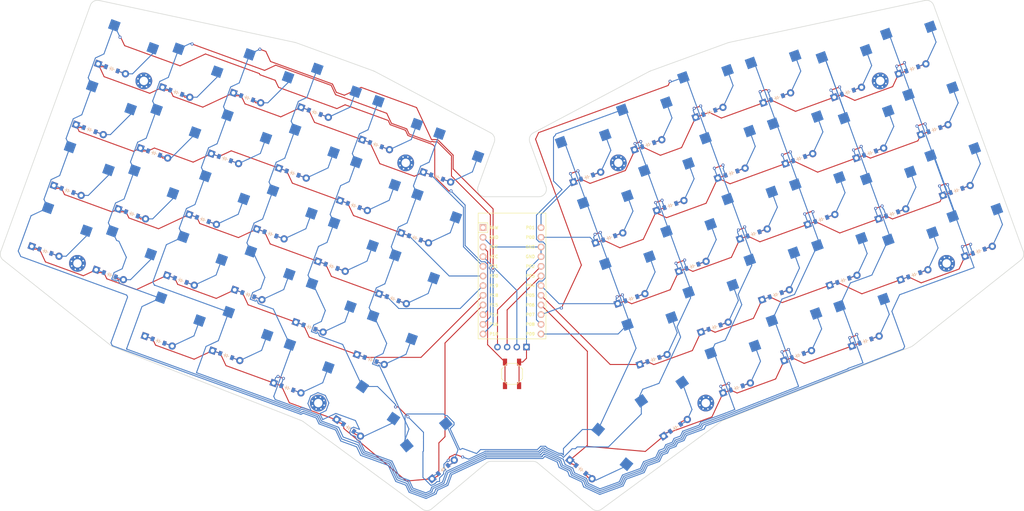
<source format=kicad_pcb>
(kicad_pcb (version 20241229) (generator "pcbnew") (generator_version "9.0")
  (title_block (title "tutorial") (rev "v1.0.0") (company "Unknown"))
  (layers (0 "F.Cu" signal) (2 "B.Cu" signal) (13 "F.Paste" user) (15 "B.Paste" user) (5 "F.SilkS" user) (7 "B.SilkS" user) (1 "F.Mask" user) (3 "B.Mask" user) (25 "Edge.Cuts" user))
  (net 0 "")
  (net 1 "P14")
  (net 2 "outer_bottom")
  (net 3 "outer_home")
  (net 4 "outer_top")
  (net 5 "outer_num")
  (net 6 "P16")
  (net 7 "pinky_bottom")
  (net 8 "pinky_home")
  (net 9 "pinky_top")
  (net 10 "pinky_num")
  (net 11 "ring_mod")
  (net 12 "P10")
  (net 13 "ring_bottom")
  (net 14 "ring_home")
  (net 15 "ring_top")
  (net 16 "ring_num")
  (net 17 "middle_mod")
  (net 18 "P7")
  (net 19 "middle_bottom")
  (net 20 "middle_home")
  (net 21 "middle_top")
  (net 22 "middle_num")
  (net 23 "index_mod")
  (net 24 "P8")
  (net 25 "index_bottom")
  (net 26 "index_home")
  (net 27 "index_top")
  (net 28 "index_num")
  (net 29 "P9")
  (net 30 "inner_bottom")
  (net 31 "inner_home")
  (net 32 "inner_top")
  (net 33 "inner_num")
  (net 34 "layer_cluster")
  (net 35 "space_cluster")
  (net 36 "mirror_outer_bottom")
  (net 37 "mirror_outer_home")
  (net 38 "mirror_outer_top")
  (net 39 "mirror_outer_num")
  (net 40 "mirror_pinky_bottom")
  (net 41 "mirror_pinky_home")
  (net 42 "mirror_pinky_top")
  (net 43 "mirror_pinky_num")
  (net 44 "mirror_ring_mod")
  (net 45 "mirror_ring_bottom")
  (net 46 "mirror_ring_home")
  (net 47 "mirror_ring_top")
  (net 48 "mirror_ring_num")
  (net 49 "mirror_middle_mod")
  (net 50 "mirror_middle_bottom")
  (net 51 "mirror_middle_home")
  (net 52 "mirror_middle_top")
  (net 53 "mirror_middle_num")
  (net 54 "mirror_index_mod")
  (net 55 "mirror_index_bottom")
  (net 56 "mirror_index_home")
  (net 57 "mirror_index_top")
  (net 58 "mirror_index_num")
  (net 59 "mirror_inner_bottom")
  (net 60 "mirror_inner_home")
  (net 61 "mirror_inner_top")
  (net 62 "mirror_inner_num")
  (net 63 "mirror_layer_cluster")
  (net 64 "mirror_space_cluster")
  (net 65 "P18")
  (net 66 "P19")
  (net 67 "P20")
  (net 68 "P21")
  (net 69 "P15")
  (net 70 "P5")
  (net 71 "P4")
  (net 72 "P0")
  (net 73 "P1")
  (net 74 "P6")
  (net 75 "RAW")
  (net 76 "GND")
  (net 77 "RST")
  (net 78 "VCC")
  (net 79 "P2")
  (net 80 "P3")
  (footprint "E73:SW_TACT_ALPS_SKQGABE010" (layer "F.Cu") (at 174.743735 154.715245 -90)
    (property "Reference" "B1" (hide yes))
    (property "Value" "" (hide yes))
  )
  (footprint "ComboDiode" (layer "F.Cu") (at 274.595444 112.693531 20)
    (property "Reference" "D35" (hide yes))
    (property "Value" "" (hide yes))
  )
  (footprint "PG1350" (layer "F.Cu") (at 71.316354 69.889163 -20)
    (property "Reference" "S4" (hide yes))
    (property "Value" "" (hide yes))
  )
  (footprint "MountingHole_2.2mm_M2_Pad_Via" (layer "F.Cu") (at 123.849161 162.384603 -20)
    (property "Reference" "_4" (hide yes))
    (property "Value" "")
  )
  (footprint "PG1350" (layer "F.Cu") (at 208.803154 89.816146 20)
    (property "Reference" "S52" (hide yes))
    (property "Value" "" (hide yes))
  )
  (footprint "ComboDiode" (layer "F.Cu") (at 52.163222 122.511949 -20)
    (property "Reference" "D1" (hide yes))
    (property "Value" "" (hide yes))
  )
  (footprint "ComboDiode" (layer "F.Cu") (at 297.324252 122.511949 20)
    (property "Reference" "D30" (hide yes))
    (property "Value" "" (hide yes))
  )
  (footprint "ComboDiode" (layer "F.Cu") (at 279.881221 74.587623 20)
    (property "Reference" "D33" (hide yes))
    (property "Value" "" (hide yes))
  )
  (footprint "PG1350" (layer "F.Cu") (at 248.446431 93.478197 20)
    (property "Reference" "S41" (hide yes))
    (property "Value" "" (hide yes))
  )
  (footprint "MountingHole_2.2mm_M2_Pad_Via" (layer "F.Cu") (at 78.029274 77.759779 -20)
    (property "Reference" "_1" (hide yes))
    (property "Value" "")
  )
  (footprint "ComboDiode" (layer "F.Cu") (at 249.830038 149.908117 20)
    (property "Reference" "D43" (hide yes))
    (property "Value" "" (hide yes))
  )
  (footprint "PG1350" (layer "F.Cu") (at 278.171127 69.889162 20)
    (property "Reference" "S33" (hide yes))
    (property "Value" "" (hide yes))
  )
  (footprint "ComboDiode" (layer "F.Cu") (at 227.956282 142.438934 20)
    (property "Reference" "D49" (hide yes))
    (property "Value" "" (hide yes))
  )
  (footprint "MountingHole_2.2mm_M2_Pad_Via" (layer "F.Cu") (at 271.458192 77.759771 20)
    (property "Reference" "_5" (hide yes))
    (property "Value" "")
  )
  (footprint "PG1350" (layer "F.Cu") (at 129.055639 121.765698 -20)
    (property "Reference" "S21" (hide yes))
    (property "Value" "" (hide yes))
  )
  (footprint "ComboDiode" (layer "F.Cu") (at 233.770624 158.413711 20)
    (property "Reference" "D48" (hide yes))
    (property "Value" "" (hide yes))
  )
  (footprint "PG1350" (layer "F.Cu") (at 261.256655 76.04552 20)
    (property "Reference" "S37" (hide yes))
    (property "Value" "" (hide yes))
  )
  (footprint "ComboDiode" (layer "F.Cu") (at 143.404948 134.969753 -20)
    (property "Reference" "D25" (hide yes))
    (property "Value" "" (hide yes))
  )
  (footprint "ComboDiode" (layer "F.Cu") (at 149.219296 118.994976 -20)
    (property "Reference" "D26" (hide yes))
    (property "Value" "" (hide yes))
  )
  (footprint "ComboDiode" (layer "F.Cu") (at 138.974219 94.514614 -20)
    (property "Reference" "D23" (hide yes))
    (property "Value" "" (hide yes))
  )
  (footprint "ComboDiode" (layer "F.Cu") (at 216.327595 110.489385 20)
    (property "Reference" "D51" (hide yes))
    (property "Value" "" (hide yes))
  )
  (footprint "ComboDiode" (layer "F.Cu") (at 285.695562 90.562397 20)
    (property "Reference" "D32" (hide yes))
    (property "Value" "" (hide yes))
  )
  (footprint "ComboDiode" (layer "F.Cu") (at 105.471782 133.933343 -20)
    (property "Reference" "D15" (hide yes))
    (property "Value" "" (hide yes))
  )
  (footprint "MountingHole_2.2mm_M2_Pad_Via" (layer "F.Cu") (at 202.671658 99.284241 20)
    (property "Reference" "_7" (hide yes))
    (property "Value" "")
  )
  (footprint "ComboDiode" (layer "F.Cu") (at 280.409781 128.668307 20)
    (property "Reference" "D34" (hide yes))
    (property "Value" "" (hide yes))
  )
  (footprint "ComboDiode" (layer "F.Cu") (at 156.644559 179.821537 40)
    (property "Reference" "D29" (hide yes))
    (property "Value" "" (hide yes))
  )
  (footprint "ComboDiode" (layer "F.Cu") (at 244.342187 82.201884 20)
    (property "Reference" "D42" (hide yes))
    (property "Value" "" (hide yes))
  )
  (footprint "ComboDiode" (layer "F.Cu") (at 261.785216 130.12621 20)
    (property "Reference" "D39" (hide yes))
    (property "Value" "" (hide yes))
  )
  (footprint "ComboDiode" (layer "F.Cu") (at 267.599556 146.100987 20)
    (property "Reference" "D38" (hide yes))
    (property "Value" "" (hide yes))
  )
  (footprint "PG1350" (layer "F.Cu") (at 196.056853 175.991312 -40)
    (property "Reference" "S58" (hide yes))
    (property "Value" "" (hide yes))
  )
  (footprint "PG1350" (layer "F.Cu") (at 101.367536 145.209652 -20)
    (property "Reference" "S14" (hide yes))
    (property "Value" "" (hide yes))
  )
  (footprint "PG1350" (layer "F.Cu") (at 248.119944 145.209649 20)
    (property "Reference" "S43" (hide yes))
    (property "Value" "" (hide yes))
  )
  (footprint "ComboDiode" (layer "F.Cu") (at 192.84291 179.821538 -40)
    (property "Reference" "D58" (hide yes))
    (property "Value" "" (hide yes))
  )
  (footprint "PG1350" (layer "F.Cu") (at 83.598013 141.402523 -20)
    (property "Reference" "S9" (hide yes))
    (property "Value" "" (hide yes))
  )
  (footprint "PG1350" (layer "F.Cu") (at 192.743731 98.321744 20)
    (property "Reference" "S56" (hide yes))
    (property "Value" "" (hide yes))
  )
  (footprint "ComboDiode" (layer "F.Cu") (at 206.08252 134.969754 20)
    (property "Reference" "D54" (hide yes))
    (property "Value" "" (hide yes))
  )
  (footprint "ComboDiode" (layer "F.Cu") (at 117.100456 101.983789 -20)
    (property "Reference" "D17" (hide yes))
    (property "Value" "" (hide yes))
  )
  (footprint "ComboDiode" (layer "F.Cu") (at 137.590608 150.944526 -20)
    (property "Reference" "D24" (hide yes))
    (property "Value" "" (hide yes))
  )
  (footprint "lib:OLED_headers" (layer "F.Cu") (at 168.743733 149.271291 90)
    (property "Reference" "OLED1" (hide yes))
    (property "Value" "OLED")
  )
  (footprint "ComboDiode" (layer "F.Cu") (at 133.159878 110.489386 -20)
    (property "Reference" "D22" (hide yes))
    (property "Value" "" (hide yes))
  )
  (footprint "PG1350" (layer "F.Cu") (at 134.681712 164.784264 -35)
    (property "Reference" "S28" (hide yes))
    (property "Value" "" (hide yes))
  )
  (footprint "PG1350" (layer "F.Cu") (at 101.041044 93.478204 -20)
    (property "Reference" "S12" (hide yes))
    (property "Value" "" (hide yes))
  )
  (footprint "PG1350" (layer "F.Cu") (at 106.855389 77.503418 -20)
    (property "Reference" "S13" (hide yes))
    (property "Value" "" (hide yes))
  )
  (footprint "PG1350" (layer "F.Cu") (at 82.416469 92.020299 -20)
    (property "Reference" "S7" (hide yes))
    (property "Value" "" (hide yes))
  )
  (footprint "PG1350" (layer "F.Cu") (at 210.186765 146.246065 20)
    (property "Reference" "S53" (hide yes))
    (property "Value" "" (hide yes))
  )
  (footprint "ProMicro" (layer "F.Cu") (at 174.743731 130.271291 -90)
    (property "Reference" "MCU1" (hide yes))
    (property "Value" "" (hide yes))
  )
  (footprint "PG1350" (layer "F.Cu") (at 107.181881 129.234875 -20)
    (property "Reference" "S15" (hide yes))
    (property "Value" "" (hide yes))
  )
  (footprint "PG1350" (layer "F.Cu") (at 123.241292 137.740471 -20)
    (property "Reference" "S20" (hide yes))
    (property "Value" "" (hide yes))
  )
  (footprint "PG1350" (layer "F.Cu") (at 272.885336 107.995072 20)
    (property "Reference" "S35" (hide yes))
    (property "Value" "" (hide yes))
  )
  (footprint "PG1350" (layer "F.Cu") (at 230.676914 97.285327 20)
    (property "Reference" "S46" (hide yes))
    (property "Value" "" (hide yes))
  )
  (footprint "PG1350" (layer "F.Cu") (at 283.985459 85.863935 20)
    (property "Reference" "S32" (hide yes))
    (property "Value" "" (hide yes))
  )
  (footprint "PG1350" (layer "F.Cu") (at 112.996213 113.260099 -20)
    (property "Reference" "S16" (hide yes))
    (property "Value" "" (hide yes))
  )
  (footprint "PG1350" (layer "F.Cu") (at 198.558073 114.296518 20)
    (property "Reference" "S55" (hide yes))
    (property "Value" "" (hide yes))
  )
  (footprint "ComboDiode" (layer "F.Cu") (at 217.673642 168.880025 35)
    (property "Reference" "D57" (hide yes))
    (property "Value" "" (hide yes))
  )
  (footprint "MountingHole_2.2mm_M2_Pad_Via" (layer "F.Cu") (at 288.901216 125.684099 20)
    (property "Reference" "_6" (hide yes))
    (property "Value" "")
  )
  (footprint "ComboDiode" (layer "F.Cu") (at 226.572673 86.00902 20)
    (property "Reference" "D47" (hide yes))
    (property "Value" "" (hide yes))
  )
  (footprint "PG1350" (layer "F.Cu") (at 242.305598 129.234878 20)
    (property "Reference" "S44" (hide yes))
    (property "Value" "" (hide yes))
  )
  (footprint "ComboDiode" (layer "F.Cu") (at 93.516599 114.151433 -20)
    (property "Reference" "D11" (hide yes))
    (property "Value" "" (hide yes))
  )
  (footprint "ComboDiode" (layer "F.Cu") (at 268.781101 96.71876 20)
    (property "Reference" "D36" (hide yes))
    (property "Value" "" (hide yes))
  )
  (footprint "PG1350" (layer "F.Cu") (at 53.873323 117.813485 -20)
    (property "Reference" "S1" (hide yes))
    (property "Value" "" (hide yes))
  )
  (footprint "ComboDiode" (layer "F.Cu") (at 69.606254 74.587622 -20)
    (property "Reference" "D4" (hide yes))
    (property "Value" "" (hide yes))
  )
  (footprint "PG1350" (layer "F.Cu") (at 150.929391 114.296512 -20)
    (property "Reference" "S26" (hide yes))
    (property "Value" "" (hide yes))
  )
  (footprint "ComboDiode" (layer "F.Cu") (at 111.286117 117.958564 -20)
    (property "Reference" "D16" (hide yes))
    (property "Value" "" (hide yes))
  )
  (footprint "MountingHole_2.2mm_M2_Pad_Via" (layer "F.Cu") (at 60.586251 125.684094 -20)
    (property "Reference" "_2" (hide yes))
    (property "Value" "")
  )
  (footprint "ComboDiode" (layer "F.Cu") (at 81.887915 146.100987 -20)
    (property "Reference" "D9" (hide yes))
    (property "Value" "" (hide yes))
  )
  (footprint "PG1350" (layer "F.Cu") (at 254.260774 109.452975 20)
    (property "Reference" "S40" (hide yes))
    (property "Value" "" (hide yes))
  )
  (footprint "PG1350" (layer "F.Cu") (at 89.412357 125.427747 -20)
    (property "Reference" "S10" (hide yes))
    (property "Value" "" (hide yes))
  )
  (footprint "PG1350" (layer "F.Cu") (at 76.602134 107.995071 -20)
    (property "Reference" "S6" (hide yes))
    (property "Value" "" (hide yes))
  )
  (footprint "PG1350" (layer "F.Cu") (at 134.869976 105.790919 -20)
    (property "Reference" "S22" (hide yes))
    (property "Value" "" (hide yes))
  )
  (footprint "PG1350" (layer "F.Cu") (at 295.614149 117.813488 20)
    (property "Reference" "S30" (hide yes))
    (property "Value" "" (hide yes))
  )
  (footprint "PG1350" (layer "F.Cu") (at 267.071003 92.020296 20)
    (property "Reference" "S36" (hide yes))
    (property "Value" "" (hide yes))
  )
  (footprint "PG1350" (layer "F.Cu") (at 118.810556 97.285328 -20)
    (property "Reference" "S17" (hide yes))
    (property "Value" "" (hide yes))
  )
  (footprint "MountingHole_2.2mm_M2_Pad_Via" (layer "F.Cu") (at 146.815813 99.28424 -20)
    (property "Reference" "_3" (hide yes))
    (property "Value" "")
  )
  (footprint "ComboDiode" (layer "F.Cu") (at 232.387009 101.983793 20)
    (property "Reference" "D46" (hide yes))
    (property "Value" "" (hide yes))
  )
  (footprint "ComboDiode" (layer "F.Cu") (at 87.70226 130.126207 -20)
    (property "Reference" "D10" (hide yes))
    (property "Value" "" (hide yes))
  )
  (footprint "PG1350" (layer "F.Cu") (at 70.787785 123.96985 -20)
    (property "Reference" "S5" (hide yes))
    (property "Value" "" (hide yes))
  )
  (footprint "ComboDiode" (layer "F.Cu") (at 200.26818 118.994984 20)
    (property "Reference" "D55" (hide yes))
    (property "Value" "" (hide yes))
  )
  (footprint "ComboDiode" (layer "F.Cu") (at 262.966759 80.743992 20)
    (property "Reference" "D37" (hide yes))
    (property "Value" "" (hide yes))
  )
  (footprint "PG1350" (layer "F.Cu") (at 226.246179 137.740472 20)
    (property "Reference" "S49" (hide yes))
    (property "Value" "" (hide yes))
  )
  (footprint "ComboDiode" (layer "F.Cu") (at 250.156529 98.176663 20)
    (property "Reference" "D41" (hide yes))
    (property "Value" "" (hide yes))
  )
  (footprint "ComboDiode" (layer "F.Cu") (at 99.657435 149.908114 -20)
    (property "Reference" "D14" (hide yes))
    (property "Value" "" (hide yes))
  )
  (footprint "ComboDiode" (layer "F.Cu") (at 244.015698 133.933343 20)
    (property "Reference" "D44" (hide yes))
    (property "Value" "" (hide yes))
  )
  (footprint "PG1350" (layer "F.Cu") (at 214.805759 164.784261 35)
    (property "Reference" "S57" (hide yes))
    (property "Value" "" (hide yes))
  )
  (footprint "ComboDiode" (layer "F.Cu") (at 255.970869 114.151436 20)
    (property "Reference" "D40" (hide yes))
    (property "Value" "" (hide yes))
  )
  (footprint "ComboDiode" (layer "F.Cu") (at 99.330941 98.17666 -20)
    (property "Reference" "D12" (hide yes))
    (property "Value" "" (hide yes))
  )
  (footprint "ComboDiode" (layer "F.Cu") (at 291.509907 106.537168 20)
    (property "Reference" "D31" (hide yes))
    (property "Value" "" (hide yes))
  )
  (footprint "PG1350" (layer "F.Cu") (at 214.617494 105.790915 20)
    (property "Reference" "S51" (hide yes))
    (property "Value" "" (hide yes))
  )
  (footprint "PG1350" (layer "F.Cu") (at 117.426955 153.715246 -20)
    (property "Reference" "S19" (hide yes))
    (property "Value" "" (hide yes))
  )
  (footprint "ComboDiode" (layer "F.Cu") (at 86.520715 80.743981 -20)
    (property "Reference" "D8" (hide yes))
    (property "Value" "" (hide yes))
  )
  (footprint "PG1350" (layer "F.Cu") (at 242.632088 77.50342 20)
    (property "Reference" "S42" (hide yes))
    (property "Value" "" (hide yes))
  )
  (footprint "PG1350" (layer "F.Cu") (at 95.226699 109.452975 -20)
    (property "Reference" "S11" (hide yes))
    (property "Value" "" (hide yes))
  )
  (footprint "PG1350" (layer "F.Cu") (at 204.372427 130.271292 20)
    (property "Reference" "S54" (hide yes))
    (property "Value" "" (hide yes))
  )
  (footprint "PG1350" (layer "F.Cu") (at 289.799805 101.83871 20)
    (property "Reference" "S31" (hide yes))
    (property "Value" "" (hide yes))
  )
  (footprint "PG1350" (layer "F.Cu") (at 140.684323 89.816149 -20)
    (property "Reference" "S23" (hide yes))
    (property "Value" "" (hide yes))
  )
  (footprint "PG1350" (layer "F.Cu") (at 145.115055 130.271292 -20)
    (property "Reference" "S25" (hide yes))
    (property "Value" "" (hide yes))
  )
  (footprint "PG1350" (layer "F.Cu") (at 88.230812 76.045522 -20)
    (property "Reference" "S8" (hide yes))
    (property "Value" "" (hide yes))
  )
  (footprint "ComboDiode" (layer "F.Cu") (at 238.201357 117.958568 20)
    (property "Reference" "D45" (hide yes))
    (property "Value" "" (hide yes))
  )
  (footprint "PG1350" (layer "F.Cu") (at 59.687669 101.83871 -20)
    (property "Reference" "S2" (hide yes))
    (property "Value" "" (hide yes))
  )
  (footprint "ComboDiode" (layer "F.Cu") (at 63.791906 90.562399 -20)
    (property "Reference" "D3" (hide yes))
    (property "Value" "" (hide yes))
  )
  (footprint "ComboDiode" (layer "F.Cu") (at 194.453832 103.020209 20)
    (property "Reference" "D56" (hide yes))
    (property "Value" "" (hide yes))
  )
  (footprint "PG1350" (layer "F.Cu") (at 265.889456 141.402519 20)
    (property "Reference" "S38" (hide yes))
    (property "Value" "" (hide yes))
  )
  (footprint "PG1350" (layer "F.Cu") (at 220.431839 121.765695 20)
    (property "Reference" "S50" (hide yes))
    (property "Value" "" (hide yes))
  )
  (footprint "PG1350" (layer "F.Cu") (at 224.862566 81.31055 20)
    (property "Reference" "S47" (hide yes))
    (property "Value" "" (hide yes))
  )
  (footprint "ComboDiode" (layer "F.Cu") (at 131.813827 168.880024 -35)
    (property "Reference" "D28" (hide yes))
    (property "Value" "" (hide yes))
  )
  (footprint "PG1350" (layer "F.Cu") (at 65.502008 85.863935 -20)
    (property "Reference" "S3" (hide yes))
    (property "Value" "" (hide yes))
  )
  (footprint "PG1350" (layer "F.Cu") (at 278.699682 123.969847 20)
    (property "Reference" "S34" (hide yes))
    (property "Value" "" (hide yes))
  )
  (footprint "PG1350" (layer "F.Cu") (at 139.3007 146.246065 -20)
    (property "Reference" "S24" (hide yes))
    (property "Value" "" (hide yes))
  )
  (footprint "ComboDiode" (layer "F.Cu") (at 222.141938 126.464158 20)
    (property "Reference" "D50" (hide yes))
    (property "Value" "" (hide yes))
  )
  (footprint "PG1350" (layer "F.Cu") (at 232.060524 153.715251 20)
    (property "Reference" "S48" (hide yes))
    (property "Value" "" (hide yes))
  )
  (footprint "PG1350" (layer "F.Cu") (at 260.075116 125.427747 20)
    (property "Reference" "S39" (hide yes))
    (property "Value" "" (hide yes))
  )
  (footprint "ComboDiode" (layer "F.Cu") (at 115.716845 158.413706 -20)
    (property "Reference" "D19" (hide yes))
    (property "Value" "" (hide yes))
  )
  (footprint "ComboDiode" (layer "F.Cu") (at 69.077686 128.668309 -20)
    (property "Reference" "D5" (hide yes))
    (property "Value" "" (hide yes))
  )
  (footprint "MountingHole_2.2mm_M2_Pad_Via" (layer "F.Cu") (at 225.638309 162.384596 20)
    (property "Reference" "_8" (hide yes))
    (property "Value" "")
  )
  (footprint "ComboDiode" (layer "F.Cu") (at 105.145289 82.20188 -20)
    (property "Reference" "D13" (hide yes))
    (property "Value" "" (hide yes))
  )
  (footprint "ComboDiode" (layer "F.Cu") (at 155.033636 103.020208 -20)
    (property "Reference" "D27" (hide yes))
    (property "Value" "" (hide yes))
  )
  (footprint "ComboDiode" (layer "F.Cu") (at 127.345536 126.464166 -20)
    (property "Reference" "D21" (hide yes))
    (property "Value" "" (hide yes))
  )
  (footprint "ComboDiode" (layer "F.Cu") (at 211.896868 150.944528 20)
    (property "Reference" "D53" (hide yes))
    (property "Value" "" (hide yes))
  )
  (footprint "ComboDiode" (layer "F.Cu") (at 74.892033 112.69354 -20)
    (property "Reference" "D6" (hide yes))
    (property "Value" "" (hide yes))
  )
  (footprint "PG1350" (layer "F.Cu") (at 156.743737 98.321743 -20)
    (property "Reference" "S27" (hide yes))
    (property "Value" "" (hide yes))
  )
  (footprint "ComboDiode" (layer "F.Cu") (at 57.977558 106.537173 -20)
    (property "Reference" "D2" (hide yes))
    (property "Value" "" (hide yes))
  )
  (footprint "ComboDiode" (layer "F.Cu") (at 210.513257 94.514612 20)
    (property "Reference" "D52" (hide yes))
    (property "Value" "" (hide yes))
  )
  (footprint "ComboDiode" (layer "F.Cu") (at 121.531191 142.438933 -20)
    (property "Reference" "D20" (hide yes))
    (property "Value" "" (hide yes))
  )
  (footprint "ComboDiode" (layer "F.Cu") (at 80.706368 96.718761 -20)
    (property "Reference" "D7" (hide yes))
    (property "Value" "" (hide yes))
  )
  (footprint "PG1350" (layer "F.Cu") (at 236.491254 113.260105 20)
    (property "Reference" "S45" (hide yes))
    (property "Value" "" (hide yes))
  )
  (footprint "ComboDiode" (layer "F.Cu") (at 122.914802 86.009018 -20)
    (property "Reference" "D18" (hide yes))
    (property "Value" "" (hide yes))
  )
  (footprint "PG1350" (layer "F.Cu") (at 124.624906 81.310551 -20)
    (property "Reference" "S18" (hide yes))
    (property "Value" "" (hide yes))
  )
  (footprint "PG1350" (layer "F.Cu") (at 153.430618 175.991313 40)
    (property "Reference" "S29" (hide yes))
    (property "Value" "" (hide yes))
  )
  (gr_line (start 151.191761 190.237444) (end 119.859373 167.230872) (stroke (width 0.15)) (layer "Edge.Cuts"))
  (gr_arc (start 63.975349 57.896565) (mid 64.88653 56.830586) (end 66.273722 56.624981) (stroke (width 0.15)) (layer "Edge.Cuts"))
  (gr_line (start 170.075966 93.853588) (end 165.834132 105.507925) (stroke (width 0.15)) (layer "Edge.Cuts"))
  (gr_arc (start 69.949382 147.616387) (mid 69.68133 147.487695) (end 69.435319 147.320687) (stroke (width 0.15)) (layer "Edge.Cuts"))
  (gr_line (start 180.214783 177.668537) (end 169.27269 177.668539) (stroke (width 0.15)) (layer "Edge.Cuts"))
  (gr_arc (start 41.074654 124.81412) (mid 40.393304 123.791463) (end 40.438523 122.563449) (stroke (width 0.15)) (layer "Edge.Cuts"))
  (gr_line (start 118.009382 67.728831) (end 138.422845 75.158726) (stroke (width 0.15)) (layer "Edge.Cuts"))
  (gr_line (start 40.438523 122.563449) (end 63.975349 57.896565) (stroke (width 0.15)) (layer "Edge.Cuts"))
  (gr_line (start 195.826417 190.157445) (end 181.500357 178.136443) (stroke (width 0.15)) (layer "Edge.Cuts"))
  (gr_line (start 69.435319 147.320687) (end 41.074654 124.81412) (stroke (width 0.15)) (layer "Edge.Cuts"))
  (gr_arc (start 167.987117 178.136448) (mid 168.588651 177.789154) (end 169.27269 177.668539) (stroke (width 0.15)) (layer "Edge.Cuts"))
  (gr_line (start 119.404858 166.98063) (end 69.949378 147.616392) (stroke (width 0.15)) (layer "Edge.Cuts"))
  (gr_arc (start 229.6281 167.23087) (mid 229.84721 167.090947) (end 230.082617 166.980626) (stroke (width 0.15)) (layer "Edge.Cuts"))
  (gr_arc (start 283.213748 56.624991) (mid 284.600944 56.830583) (end 285.512128 57.896569) (stroke (width 0.15)) (layer "Edge.Cuts"))
  (gr_line (start 229.6281 167.23087) (end 198.295713 190.237435) (stroke (width 0.15)) (layer "Edge.Cuts"))
  (gr_arc (start 167.71352 108.191969) (mid 166.075212 107.33912) (end 165.834132 105.507925) (stroke (width 0.15)) (layer "Edge.Cuts"))
  (gr_line (start 279.538093 147.61639) (end 230.082617 166.980626) (stroke (width 0.15)) (layer "Edge.Cuts"))
  (gr_arc (start 309.048948 122.563449) (mid 309.094165 123.791461) (end 308.412819 124.81412) (stroke (width 0.15)) (layer "Edge.Cuts"))
  (gr_arc (start 138.422845 75.158726) (mid 138.550796 75.210361) (end 138.674883 75.270695) (stroke (width 0.15)) (layer "Edge.Cuts"))
  (gr_arc (start 117.744338 67.652604) (mid 117.878175 67.686146) (end 118.009382 67.728831) (stroke (width 0.15)) (layer "Edge.Cuts"))
  (gr_arc (start 231.478091 67.728837) (mid 231.609299 67.686146) (end 231.743138 67.652604) (stroke (width 0.15)) (layer "Edge.Cuts"))
  (gr_arc (start 153.661056 190.157446) (mid 152.440237 190.624313) (end 151.191761 190.237444) (stroke (width 0.15)) (layer "Edge.Cuts"))
  (gr_line (start 167.987117 178.136448) (end 153.661049 190.157445) (stroke (width 0.15)) (layer "Edge.Cuts"))
  (gr_arc (start 210.812591 75.270698) (mid 210.936681 75.210362) (end 211.064634 75.158719) (stroke (width 0.15)) (layer "Edge.Cuts"))
  (gr_line (start 66.273722 56.624981) (end 117.744333 67.652605) (stroke (width 0.15)) (layer "Edge.Cuts"))
  (gr_line (start 211.064634 75.158719) (end 231.478083 67.728831) (stroke (width 0.15)) (layer "Edge.Cuts"))
  (gr_arc (start 198.295715 190.237443) (mid 197.047237 190.624308) (end 195.826417 190.157445) (stroke (width 0.15)) (layer "Edge.Cuts"))
  (gr_arc (start 119.404858 166.98063) (mid 119.640265 167.090949) (end 119.859373 167.230872) (stroke (width 0.15)) (layer "Edge.Cuts"))
  (gr_line (start 285.512128 57.896569) (end 309.048948 122.563449) (stroke (width 0.15)) (layer "Edge.Cuts"))
  (gr_line (start 167.713519 108.19196) (end 181.773951 108.191966) (stroke (width 0.15)) (layer "Edge.Cuts"))
  (gr_line (start 180.354811 91.402133) (end 210.812591 75.270698) (stroke (width 0.15)) (layer "Edge.Cuts"))
  (gr_arc (start 169.13266 91.402127) (mid 170.063164 92.451296) (end 170.075966 93.853588) (stroke (width 0.15)) (layer "Edge.Cuts"))
  (gr_arc (start 280.052154 147.320692) (mid 279.806145 147.487703) (end 279.538093 147.61639) (stroke (width 0.15)) (layer "Edge.Cuts"))
  (gr_arc (start 180.214783 177.668537) (mid 180.89882 177.789152) (end 181.500357 178.136443) (stroke (width 0.15)) (layer "Edge.Cuts"))
  (gr_line (start 308.412819 124.81412) (end 280.052152 147.320687) (stroke (width 0.15)) (layer "Edge.Cuts"))
  (gr_line (start 231.743138 67.652604) (end 283.213753 56.624989) (stroke (width 0.15)) (layer "Edge.Cuts"))
  (gr_line (start 138.674883 75.270695) (end 169.132661 91.402138) (stroke (width 0.15)) (layer "Edge.Cuts"))
  (gr_arc (start 179.411506 93.853592) (mid 179.42431 92.4513) (end 180.354811 91.402133) (stroke (width 0.15)) (layer "Edge.Cuts"))
  (gr_line (start 183.653337 105.507924) (end 179.411506 93.853592) (stroke (width 0.15)) (layer "Edge.Cuts"))
  (gr_arc (start 183.653337 105.507924) (mid 183.412255 107.339115) (end 181.773951 108.191966) (stroke (width 0.15)) (layer "Edge.Cuts"))
  (segment (start 94.2207 70.680104) (end 87.534637 73.797867) (width 0.25) (layer "F.Cu") (net 1))
  (segment (start 113.409413 79.453112) (end 112.546144 77.60183) (width 0.25) (layer "F.Cu") (net 1))
  (segment (start 108.525495 76.138436) (end 108.384072 75.835151) (width 0.25) (layer "F.Cu") (net 1))
  (segment (start 108.384072 75.835151) (end 94.2207 70.680104) (width 0.25) (layer "F.Cu") (net 1))
  (segment (start 158.706989 106.654411) (end 158.154979 106.654409) (width 0.25) (layer "F.Cu") (net 1))
  (segment (start 154.437219 102.936654) (end 154.437218 95.00865) (width 0.25) (layer "F.Cu") (net 1))
  (segment (start 71.975666 66.356518) (end 71.771218 66.282106) (width 0.25) (layer "F.Cu") (net 1))
  (segment (start 112.546144 77.60183) (end 108.525495 76.138436) (width 0.25) (layer "F.Cu") (net 1))
  (segment (start 142.729159 89.254766) (end 142.213009 88.147879) (width 0.25) (layer "F.Cu") (net 1))
  (segment (start 130.898813 84.029851) (end 128.744254 85.034539) (width 0.25) (layer "F.Cu") (net 1))
  (segment (start 154.437218 95.00865) (end 153.891511 94.462943) (width 0.25) (layer "F.Cu") (net 1))
  (segment (start 142.213009 88.147879) (end 130.898813 84.029851) (width 0.25) (layer "F.Cu") (net 1))
  (segment (start 147.393105 92.097715) (end 146.749809 90.718166) (width 0.25) (layer "F.Cu") (net 1))
  (segment (start 158.154979 106.654409) (end 154.437219 102.936654) (width 0.25) (layer "F.Cu") (net 1))
  (segment (start 87.534637 73.797867) (end 72.974434 68.498387) (width 0.25) (layer "F.Cu") (net 1))
  (segment (start 153.891511 94.462943) (end 147.393105 92.097715) (width 0.25) (layer "F.Cu") (net 1))
  (segment (start 72.974434 68.498387) (end 71.975666 66.356518) (width 0.25) (layer "F.Cu") (net 1))
  (segment (start 128.744254 85.034539) (end 113.409413 79.453112) (width 0.25) (layer "F.Cu") (net 1))
  (segment (start 146.749809 90.718166) (end 142.729159 89.254766) (width 0.25) (layer "F.Cu") (net 1))
  (via (at 71.771218 66.282106) (size 0.8) (drill 0.4) (layers "F.Cu" "B.Cu") (net 1))
  (via (at 158.706989 106.654411) (size 0.8) (drill 0.4) (layers "F.Cu" "B.Cu") (net 1))
  (segment (start 142.226315 178.750864) (end 144.198634 182.980516) (width 0.25) (layer "B.Cu") (net 1))
  (segment (start 65.299853 71.727239) (end 63.413607 76.909651) (width 0.25) (layer "B.Cu") (net 1))
  (segment (start 69.902801 147.374288) (end 69.931937 147.386315) (width 0.25) (layer "B.Cu") (net 1))
  (segment (start 277.877295 147.490235) (end 277.638224 148.002917) (width 0.25) (layer "B.Cu") (net 1))
  (segment (start 167.971362 176.947429) (end 182.813968 176.947428) (width 0.25) (layer "B.Cu") (net 1))
  (segment (start 279.744515 81.799299) (end 285.093709 96.496091) (width 0.25) (layer "B.Cu") (net 1))
  (segment (start 70.333875 63.199711) (end 70.273881 63.177877) (width 0.25) (layer "B.Cu") (net 1))
  (segment (start 186.615481 177.893894) (end 183.377434 176.383966) (width 0.25) (layer "B.Cu") (net 1))
  (segment (start 216.113177 174.390063) (end 215.594452 175.502467) (width 0.25) (layer "B.Cu") (net 1))
  (segment (start 63.413607 76.909651) (end 64.459531 79.152645) (width 0.25) (layer "B.Cu") (net 1))
  (segment (start 45.705805 123.892747) (end 73.520706 134.016545) (width 0.25) (layer "B.Cu") (net 1))
  (segment (start 273.058616 65.418105) (end 273.930171 65.824524) (width 0.25) (layer "B.Cu") (net 1))
  (segment (start 53.671163 103.676798) (end 51.78492 108.859199) (width 0.25) (layer "B.Cu") (net 1))
  (segment (start 61.728506 86.656089) (end 59.485504 87.702018) (width 0.25) (layer "B.Cu") (net 1))
  (segment (start 146.829773 183.938176) (end 147.704878 185.814845) (width 0.25) (layer "B.Cu") (net 1))
  (segment (start 296.103189 126.809402) (end 276.557584 133.923423) (width 0.25) (layer "B.Cu") (net 1))
  (segment (start 166.677321 125.258992) (end 162.43115 121.012816) (width 0.25) (layer "B.Cu") (net 1))
  (segment (start 155.153542 185.265093) (end 157.886277 183.990799) (width 0.25) (layer "B.Cu") (net 1))
  (segment (start 219.933624 172.220456) (end 218.242175 172.836095) (width 0.25) (layer "B.Cu") (net 1))
  (segment (start 215.594452 175.502467) (end 214.278885 175.981298) (width 0.25) (layer "B.Cu") (net 1))
  (segment (start 51.78492 108.859199) (end 52.830852 111.102201) (width 0.25) (layer "B.Cu") (net 1))
  (segment (start 69.711605 147.264311) (end 69.902801 147.374288) (width 0.25) (layer "B.Cu") (net 1))
  (segment (start 152.165825 187.438495) (end 154.811525 186.204784) (width 0.25) (layer "B.Cu") (net 1))
  (segment (start 291.009065 112.254256) (end 290.501634 113.342433) (width 0.25) (layer "B.Cu") (net 1))
  (segment (start 116.155903 164.210464) (end 119.263461 165.34152) (width 0.25) (layer "B.Cu") (net 1))
  (segment (start 204.752568 182.356029) (end 203.915826 184.150425) (width 0.25) (layer "B.Cu") (net 1))
  (segment (start 167.621739 125.258989) (end 166.677321 125.258992) (width 0.25) (layer "B.Cu") (net 1))
  (segment (start 167.123733 139.161289) (end 168.326031 137.958993) (width 0.25) (layer "B.Cu") (net 1))
  (segment (start 285.093709 96.496091) (end 284.687293 97.367657) (width 0.25) (layer "B.Cu") (net 1))
  (segment (start 284.687293 97.367657) (end 285.775465 97.875079) (width 0.25) (layer "B.Cu") (net 1))
  (segment (start 285.775465 97.875079) (end 291.009065 112.254256) (width 0.25) (layer "B.Cu") (net 1))
  (segment (start 134.967773 176.108971) (end 142.226315 178.750864) (width 0.25) (layer "B.Cu") (net 1))
  (segment (start 278.872954 81.392879) (end 279.744515 81.799299) (width 0.25) (layer "B.Cu") (net 1))
  (segment (start 220.550478 170.897607) (end 219.933624 172.220456) (width 0.25) (layer "B.Cu") (net 1))
  (segment (start 218.242175 172.836095) (end 217.804624 173.774429) (width 0.25) (layer "B.Cu") (net 1))
  (segment (start 69.381919 146.557296) (end 69.711605 147.264311) (width 0.25) (layer "B.Cu") (net 1))
  (segment (start 168.326033 125.963283) (end 167.621739 125.258989) (width 0.25) (layer "B.Cu") (net 1))
  (segment (start 64.459531 79.152645) (end 61.728506 86.656089) (width 0.25) (layer "B.Cu") (net 1))
  (segment (start 276.557584 133.923423) (end 274.525496 138.281246) (width 0.25) (layer "B.Cu") (net 1))
  (segment (start 162.43115 121.012816) (end 162.431148 110.37857) (width 0.25) (layer "B.Cu") (net 1))
  (segment (start 48.406503 113.165309) (end 45.029732 122.442903) (width 0.25) (layer "B.Cu") (net 1))
  (segment (start 225.218268 169.198669) (end 220.550478 170.897607) (width 0.25) (layer "B.Cu") (net 1))
  (segment (start 187.129733 179.306788) (end 186.615481 177.893894) (width 0.25) (layer "B.Cu") (net 1))
  (segment (start 57.599265 92.884421) (end 58.645193 95.127427) (width 0.25) (layer "B.Cu") (net 1))
  (segment (start 73.520706 134.016545) (end 73.759777 134.529227) (width 0.25) (layer "B.Cu") (net 1))
  (segment (start 147.704878 185.814845) (end 152.165825 187.438495) (width 0.25) (layer "B.Cu") (net 1))
  (segment (start 296.116479 126.7809) (end 296.103189 126.809402) (width 0.25) (layer "B.Cu") (net 1))
  (segment (start 214.278885 175.981298) (end 213.482725 177.688661) (width 0.25) (layer "B.Cu") (net 1))
  (segment (start 128.395607 169.440069) (end 129.758953 172.363781) (width 0.25) (layer "B.Cu") (net 1))
  (segment (start 277.557502 148.17603) (end 230.542566 166.584676) (width 0.25) (layer "B.Cu") (net 1))
  (segment (start 213.482725 177.688661) (end 210.287772 178.851529) (width 0.25) (layer "B.Cu") (net 1))
  (segment (start 123.310179 166.294123) (end 124.037489 167.853841) (width 0.25) (layer "B.Cu") (net 1))
  (segment (start 277.638224 148.002917) (end 277.557502 148.17603) (width 0.25) (layer "B.Cu") (net 1))
  (segment (start 209.451031 180.645927) (end 204.752568 182.356029) (width 0.25) (layer "B.Cu") (net 1))
  (segment (start 182.813968 176.947428) (end 183.377434 176.383966) (width 0.25) (layer "B.Cu") (net 1))
  (segment (start 119.263461 165.34152) (end 119.890104 165.049314) (width 0.25) (layer "B.Cu") (net 1))
  (segment (start 59.485504 87.702018) (end 57.599265 92.884421) (width 0.25) (layer "B.Cu") (net 1))
  (segment (start 52.830848 111.102201) (end 48.406503 113.165309) (width 0.25) (layer "B.Cu") (net 1))
  (segment (start 193.084504 183.095024) (end 189.813846 181.569889) (width 0.25) (layer "B.Cu") (net 1))
  (segment (start 144.198634 182.980516) (end 146.829773 183.938176) (width 0.25) (layer "B.Cu") (net 1))
  (segment (start 189.370441 180.351645) (end 187.129733 179.306788) (width 0.25) (layer "B.Cu") (net 1))
  (segment (start 154.811525 186.204784) (end 155.153542 185.265093) (width 0.25) (layer "B.Cu") (net 1))
  (segment (start 217.804624 173.774429) (end 216.113177 174.390063) (width 0.25) (layer "B.Cu") (net 1))
  (segment (start 162.431148 110.37857) (end 158.706989 106.654411) (width 0.25) (layer "B.Cu") (net 1))
  (segment (start 157.886277 183.990799) (end 158.912339 181.171724) (width 0.25) (layer "B.Cu") (net 1))
  (segment (start 70.273877 63.177869) (end 67.54285 70.68132) (width 0.25) (layer "B.Cu") (net 1))
  (segment (start 67.54285 70.68132) (end 65.299853 71.727239) (width 0.25) (layer "B.Cu") (net 1))
  (segment (start 45.029732 122.442903) (end 45.705805 123.892747) (width 0.25) (layer "B.Cu") (net 1))
  (segment (start 189.813846 181.569889) (end 189.370441 180.351645) (width 0.25) (layer "B.Cu") (net 1))
  (segment (start 193.56333 184.410591) (end 193.084504 183.095024) (width 0.25) (layer "B.Cu") (net 1))
  (segment (start 274.525496 138.281246) (end 274.799111 139.032999) (width 0.25) (layer "B.Cu") (net 1))
  (segment (start 73.759777 134.529227) (end 69.381919 146.557296) (width 0.25) (layer "B.Cu") (net 1))
  (segment (start 273.930171 65.824524) (end 279.279366 80.521317) (width 0.25) (layer "B.Cu") (net 1))
  (segment (start 284.687294 97.367657) (end 285.558859 97.774073) (width 0.25) (layer "B.Cu") (net 1))
  (segment (start 69.931937 147.386315) (end 116.155903 164.210464) (width 0.25) (layer "B.Cu") (net 1))
  (segment (start 55.914165 102.630867) (end 53.671163 103.676798) (width 0.25) (layer "B.Cu") (net 1))
  (segment (start 58.645193 95.127427) (end 55.914165 102.630867) (width 0.25) (layer "B.Cu") (net 1))
  (segment (start 133.929131 173.881596) (end 134.967773 176.108971) (width 0.25) (layer "B.Cu") (net 1))
  (segment (start 119.890104 165.049314) (end 123.310179 166.294123) (width 0.25) (layer "B.Cu") (net 1))
  (segment (start 129.758953 172.363781) (end 133.929131 173.881596) (width 0.25) (layer "B.Cu") (net 1))
  (segment (start 71.771218 66.282106) (end 70.333875 63.199711) (width 0.25) (layer "B.Cu") (net 1))
  (segment (start 274.799111 139.032999) (end 277.877295 147.490235) (width 0.25) (layer "B.Cu") (net 1))
  (segment (start 197.788223 186.380689) (end 193.56333 184.410591) (width 0.25) (layer "B.Cu") (net 1))
  (segment (start 279.279366 80.521317) (end 278.872954 81.392879) (width 0.25) (layer "B.Cu") (net 1))
  (segment (start 168.326031 137.958993) (end 168.326033 125.963283) (width 0.25) (layer "B.Cu") (net 1))
  (segment (start 225.597992 168.38435) (end 225.218268 169.198669) (width 0.25) (layer "B.Cu") (net 1))
  (segment (start 158.912339 181.171724) (end 167.971362 176.947429) (width 0.25) (layer "B.Cu") (net 1))
  (segment (start 124.037489 167.853841) (end 128.395607 169.440069) (width 0.25) (layer "B.Cu") (net 1))
  (segment (start 203.915826 184.150425) (end 197.788223 186.380689) (width 0.25) (layer "B.Cu") (net 1))
  (segment (start 210.287772 178.851529) (end 209.451031 180.645927) (width 0.25) (layer "B.Cu") (net 1))
  (segment (start 285.558859 97.774073) (end 296.116479 126.7809) (width 0.25) (layer "B.Cu") (net 1))
  (segment (start 230.542566 166.584676) (end 225.597992 168.38435) (width 0.25) (layer "B.Cu") (net 1))
  (segment (start 55.743451 123.815047) (end 53.713716 123.076284) (width 0.25) (layer "F.Cu") (net 2))
  (segment (start 53.713716 123.076284) (end 53.713714 123.076286) (width 0.25) (layer "F.Cu") (net 2))
  (segment (start 62.931854 117.119862) (end 62.931854 118.503285) (width 0.25) (layer "B.Cu") (net 2))
  (segment (start 62.931854 118.503285) (end 57.620101 123.815047) (width 0.25) (layer "B.Cu") (net 2))
  (segment (start 53.713716 123.076284) (end 53.713714 123.076286) (width 0.25) (layer "B.Cu") (net 2))
  (segment (start 55.743451 123.815047) (end 53.713716 123.076284) (width 0.25) (layer "B.Cu") (net 2))
  (segment (start 57.620101 123.815047) (end 55.743447 123.81504) (width 0.25) (layer "B.Cu") (net 2))
  (segment (start 61.557786 107.840269) (end 59.528055 107.101507) (width 0.25) (layer "F.Cu") (net 3))
  (segment (start 59.528055 107.101507) (end 59.52805 107.101508) (width 0.25) (layer "F.Cu") (net 3))
  (segment (start 68.746194 102.528513) (end 63.434441 107.84027) (width 0.25) (layer "B.Cu") (net 3))
  (segment (start 59.528055 107.101507) (end 59.52805 107.101508) (width 0.25) (layer "B.Cu") (net 3))
  (segment (start 61.557786 107.840269) (end 59.528055 107.101507) (width 0.25) (layer "B.Cu") (net 3))
  (segment (start 63.434441 107.84027) (end 61.557787 107.840266) (width 0.25) (layer "B.Cu") (net 3))
  (segment (start 68.746195 101.145079) (end 68.746194 102.528513) (width 0.25) (layer "B.Cu") (net 3))
  (segment (start 67.372135 91.865495) (end 65.342401 91.126732) (width 0.25) (layer "F.Cu") (net 4))
  (segment (start 65.342401 91.126732) (end 65.342397 91.126734) (width 0.25) (layer "F.Cu") (net 4))
  (segment (start 74.560541 85.170308) (end 74.560542 86.553742) (width 0.25) (layer "B.Cu") (net 4))
  (segment (start 74.560542 86.553742) (end 69.248784 91.865489) (width 0.25) (layer "B.Cu") (net 4))
  (segment (start 69.248784 91.865489) (end 67.372134 91.865495) (width 0.25) (layer "B.Cu") (net 4))
  (segment (start 65.342401 91.126732) (end 65.342397 91.126734) (width 0.25) (layer "B.Cu") (net 4))
  (segment (start 67.372135 91.865495) (end 65.342401 91.126732) (width 0.25) (layer "B.Cu") (net 4))
  (segment (start 71.156748 75.151956) (end 71.156744 75.151956) (width 0.25) (layer "F.Cu") (net 5))
  (segment (start 73.186481 75.890718) (end 71.156748 75.151956) (width 0.25) (layer "F.Cu") (net 5))
  (segment (start 71.156748 75.151956) (end 71.156744 75.151956) (width 0.25) (layer "B.Cu") (net 5))
  (segment (start 73.186481 75.890718) (end 71.156748 75.151956) (width 0.25) (layer "B.Cu") (net 5))
  (segment (start 80.374882 70.578963) (end 75.063132 75.890716) (width 0.25) (layer "B.Cu") (net 5))
  (segment (start 75.063132 75.890716) (end 73.186477 75.890715) (width 0.25) (layer "B.Cu") (net 5))
  (segment (start 80.374881 69.195526) (end 80.374882 70.578963) (width 0.25) (layer "B.Cu") (net 5))
  (segment (start 147.722898 91.737804) (end 147.079604 90.358259) (width 0.25) (layer "F.Cu") (net 6))
  (segment (start 147.079604 90.358259) (end 143.058953 88.894861) (width 0.25) (layer "F.Cu") (net 6))
  (segment (start 112.66731 73.631722) (end 109.74384 74.994956) (width 0.25) (layer "F.Cu") (net 6))
  (segment (start 109.74384 74.994956) (end 90.703258 68.06475) (width 0.25) (layer "F.Cu") (net 6))
  (segment (start 158.834237 102.735606) (end 158.834238 97.455833) (width 0.25) (layer "F.Cu") (net 6))
  (segment (start 155.149939 93.771531) (end 154.189865 93.771532) (width 0.25) (layer "F.Cu") (net 6))
  (segment (start 169.051034 112.952401) (end 158.834237 102.735606) (width 0.25) (layer "F.Cu") (net 6))
  (segment (start 158.834238 97.455833) (end 155.149939 93.771531) (width 0.25) (layer "F.Cu") (net 6))
  (segment (start 128.384572 81.373324) (end 127.249531 78.939217) (width 0.25) (layer "F.Cu") (net 6))
  (segment (start 153.407405 93.806798) (end 147.722898 91.737804) (width 0.25) (layer "F.Cu") (net 6))
  (segment (start 127.249531 78.939217) (end 112.66731 73.631722) (width 0.25) (layer "F.Cu") (net 6))
  (segment (start 153.792884 93.627046) (end 153.407405 93.806798) (width 0.25) (layer "F.Cu") (net 6))
  (segment (start 154.189865 93.771532) (end 153.792884 93.627046) (width 0.25) (layer "F.Cu") (net 6))
  (segment (start 169.051035 126.873895) (end 169.051034 112.952401) (width 0.25) (layer "F.Cu") (net 6))
  (segment (start 141.834323 86.268632) (end 128.384572 81.373324) (width 0.25) (layer "F.Cu") (net 6))
  (segment (start 143.058953 88.894861) (end 141.834323 86.268632) (width 0.25) (layer "F.Cu") (net 6))
  (via (at 169.051035 126.873895) (size 0.8) (drill 0.4) (layers "F.Cu" "B.Cu") (net 6))
  (via (at 90.703258 68.06475) (size 0.8) (drill 0.4) (layers "F.Cu" "B.Cu") (net 6))
  (segment (start 73.437726 124.090803) (end 71.476572 119.885089) (width 0.25) (layer "B.Cu") (net 6))
  (segment (start 119.868813 164.56162) (end 123.62758 165.9297) (width 0.25) (layer "B.Cu") (net 6))
  (segment (start 75.559658 101.283788) (end 72.828633 108.787228) (width 0.25) (layer "B.Cu") (net 6))
  (segment (start 182.464969 176.496429) (end 167.914762 176.496431) (width 0.25) (layer "B.Cu") (net 6))
  (segment (start 209.121237 180.286017) (end 204.422773 181.996119) (width 0.25) (layer "B.Cu") (net 6))
  (segment (start 82.214312 77.883606) (end 80.328074 83.066014) (width 0.25) (layer "B.Cu") (net 6))
  (segment (start 73.468717 148.193654) (end 116.318701 163.78977) (width 0.25) (layer "B.Cu") (net 6))
  (segment (start 183.081018 175.852249) (end 182.77096 176.162306) (width 0.25) (layer "B.Cu") (net 6))
  (segment (start 182.77096 176.162306) (end 182.77096 176.352628) (width 0.25) (layer "B.Cu") (net 6))
  (segment (start 158.552432 180.841928) (end 167.900967 176.482634) (width 0.25) (layer "B.Cu") (net 6))
  (segment (start 260.776944 136.931466) (end 261.648504 137.337882) (width 0.25) (layer "B.Cu") (net 6))
  (segment (start 269.266894 128.76365) (end 263.62874 130.815772) (width 0.25) (layer "B.Cu") (net 6))
  (segment (start 257.015706 71.980884) (end 268.179242 102.652449) (width 0.25) (layer "B.Cu") (net 6))
  (segment (start 219.603826 171.860546) (end 217.912379 172.476184) (width 0.25) (layer "B.Cu") (net 6))
  (segment (start 90.258168 67.902752) (end 87.188341 69.334237) (width 0.25) (layer "B.Cu") (net 6))
  (segment (start 230.568805 166.090061) (end 224.925864 168.143924) (width 0.25) (layer "B.Cu") (net 6))
  (segment (start 73.516568 148.062185) (end 73.600184 148.241502) (width 0.25) (layer "B.Cu") (net 6))
  (segment (start 209.957977 178.49162) (end 209.121237 180.286017) (width 0.25) (layer "B.Cu") (net 6))
  (segment (start 130.751448 172.086512) (end 134.286753 173.373252) (width 0.25) (layer "B.Cu") (net 6))
  (segment (start 262.995388 153.393471) (end 230.568805 166.090061) (width 0.25) (layer "B.Cu") (net 6))
  (segment (start 73.600184 148.241502) (end 73.468717 148.193654) (width 0.25) (layer "B.Cu") (net 6))
  (segment (start 169.051031 139.77399) (end 169.051035 126.873895) (width 0.25) (layer "B.Cu") (net 6))
  (segment (start 123.62758 165.9297) (end 123.639973 165.934214) (width 0.25) (layer "B.Cu") (net 6))
  (segment (start 263.62874 130.815772) (end 260.776945 136.931465) (width 0.25) (layer "B.Cu") (net 6))
  (segment (start 263.055943 153.263602) (end 262.995388 153.393471) (width 0.25) (layer "B.Cu") (net 6))
  (segment (start 123.639973 165.934214) (end 124.35718 167.472269) (width 0.25) (layer "B.Cu") (net 6))
  (segment (start 167.123733 141.701291) (end 169.051031 139.77399) (width 0.25) (layer "B.Cu") (net 6))
  (segment (start 262.364908 86.677684) (end 261.958493 87.549239) (width 0.25) (layer "B.Cu") (net 6))
  (segment (start 217.474828 173.414519) (end 215.78338 174.030153) (width 0.25) (layer "B.Cu") (net 6))
  (segment (start 256.144139 71.574468) (end 257.015706 71.980884) (width 0.25) (layer "B.Cu") (net 6))
  (segment (start 268.179242 102.652449) (end 267.772824 103.524018) (width 0.25) (layer "B.Cu") (net 6))
  (segment (start 215.264659 175.14256) (end 213.949088 175.621389) (width 0.25) (layer "B.Cu") (net 6))
  (segment (start 82.555542 134.69124) (end 77.5303 137.034549) (width 0.25) (layer "B.Cu") (net 6))
  (segment (start 182.77096 176.352628) (end 182.60877 176.352628) (width 0.25) (layer "B.Cu") (net 6))
  (segment (start 224.543268 168.964405) (end 220.220683 170.537697) (width 0.25) (layer "B.Cu") (net 6))
  (segment (start 187.149459 177.645264) (end 183.307613 175.853785) (width 0.25) (layer "B.Cu") (net 6))
  (segment (start 124.532725 167.536165) (end 128.715298 169.058492) (width 0.25) (layer "B.Cu") (net 6))
  (segment (start 189.304698 179.823366) (end 187.663712 179.05816) (width 0.25) (layer "B.Cu") (net 6))
  (segment (start 76.399973 93.858384) (end 74.513726 99.040787) (width 0.25) (layer "B.Cu") (net 6))
  (segment (start 71.23679 130.137827) (end 71.275392 130.031767) (width 0.25) (layer "B.Cu") (net 6))
  (segment (start 215.78338 174.030153) (end 215.264659 175.14256) (width 0.25) (layer "B.Cu") (net 6))
  (segment (start 80.328074 83.066014) (end 81.373997 85.309006) (width 0.25) (layer "B.Cu") (net 6))
  (segment (start 213.15293 177.328753) (end 209.957977 178.49162) (width 0.25) (layer "B.Cu") (net 6))
  (segment (start 167.914762 176.496431) (end 167.900967 176.482634) (width 0.25) (layer "B.Cu") (net 6))
  (segment (start 73.926992 146.934552) (end 73.516568 148.062185) (width 0.25) (layer "B.Cu") (net 6))
  (segment (start 203.58603 183.790517) (end 197.809514 185.892997) (width 0.25) (layer "B.Cu") (net 6))
  (segment (start 220.220683 170.537697) (end 219.603826 171.860546) (width 0.25) (layer "B.Cu") (net 6))
  (segment (start 157.526368 183.661003) (end 158.552432 180.841928) (width 0.25) (layer "B.Cu") (net 6))
  (segment (start 197.809514 185.892997) (end 194.056173 184.142783) (width 0.25) (layer "B.Cu") (net 6))
  (segment (start 77.5303 137.034549) (end 76.389535 140.168766) (width 0.25) (layer "B.Cu") (net 6))
  (segment (start 73.437726 124.090803) (end 72.340126 127.106439) (width 0.25) (layer "B.Cu") (net 6))
  (segment (start 128.804351 169.249467) (end 129.999697 171.812893) (width 0.25) (layer "B.Cu") (net 6))
  (segment (start 68.69939 115.015559) (end 69.745317 117.258564) (width 0.25) (layer "B.Cu") (net 6))
  (segment (start 144.487844 182.533575) (end 147.118984 183.491233) (width 0.25) (layer "B.Cu") (net 6))
  (segment (start 134.286753 173.373252) (end 134.298053 173.397485) (width 0.25) (layer "B.Cu") (net 6))
  (segment (start 273.99359 118.627218) (end 273.58717 119.49879) (width 0.25) (layer "B.Cu") (net 6))
  (segment (start 135.393045 175.745704) (end 142.534708 178.345058) (width 0.25) (layer "B.Cu") (net 6))
  (segment (start 183.307613 175.853785) (end 183.30432 175.852248) (width 0.25) (layer "B.Cu") (net 6))
  (segment (start 154.364581 185.915577) (end 154.706601 184.975883) (width 0.25) (layer "B.Cu") (net 6))
  (segment (start 72.828633 108.787228) (end 70.585634 109.833161) (width 0.25) (layer "B.Cu") (net 6))
  (segment (start 124.35718 167.472269) (end 124.532725 167.536165) (width 0.25) (layer "B.Cu") (net 6))
  (segment (start 70.866549 119.66306) (end 69.745313 117.258566) (width 0.25) (layer "B.Cu") (net 6))
  (segment (start 119.242171 164.853828) (end 119.868813 164.56162) (width 0.25) (layer "B.Cu") (net 6))
  (segment (start 70.585634 109.833161) (end 68.69939 115.015559) (width 0.25) (layer "B.Cu") (net 6))
  (segment (start 84.457315 76.83768) (end 82.214312 77.883606) (width 0.25) (layer "B.Cu") (net 6))
  (segment (start 147.118984 183.491233) (end 148.034674 185.454934) (width 0.25) (layer "B.Cu") (net 6))
  (segment (start 187.663712 179.05816) (end 187.149459 177.645264) (width 0.25) (layer "B.Cu") (net 6))
  (segment (start 217.912379 172.476184) (end 217.474828 173.414519) (width 0.25) (layer "B.Cu") (net 6))
  (segment (start 71.723005 130.991677) (end 71.275392 130.031767) (width 0.25) (layer "B.Cu") (net 6))
  (segment (start 261.648504 137.337882) (end 266.931341 151.852351) (width 0.25) (layer "B.Cu") (net 6))
  (segment (start 273.58717 119.49879) (end 269.266894 128.76365) (width 0.25) (layer "B.Cu") (net 6))
  (segment (start 70.873343 130.307306) (end 71.23679 130.137827) (width 0.25) (layer "B.Cu") (net 6))
  (segment (start 194.056173 184.142783) (end 193.577342 182.827213) (width 0.25) (layer "B.Cu") (net 6))
  (segment (start 257.015706 71.980884) (end 262.364908 86.677684) (width 0.25) (layer "B.Cu") (net 6))
  (segment (start 87.188341 69.334237) (end 84.457315 76.83768) (width 0.25) (layer "B.Cu") (net 6))
  (segment (start 76.389535 140.168766) (end 73.926992 146.934552) (width 0.25) (layer "B.Cu") (net 6))
  (segment (start 213.949088 175.621389) (end 213.15293 177.328753) (width 0.25) (layer "B.Cu") (net 6))
  (segment (start 267.772824 103.524018) (end 268.644398 103.930438) (width 0.25) (layer "B.Cu") (net 6))
  (segment (start 189.904419 180.103019) (end 189.304698 179.823366) (width 0.25) (layer "B.Cu") (net 6))
  (segment (start 190.347826 181.321264) (end 189.904419 180.103019) (width 0.25) (layer "B.Cu") (net 6))
  (segment (start 69.582264 129.837393) (end 70.873343 130.307306) (width 0.25) (layer "B.Cu") (net 6))
  (segment (start 74.513726 99.040787) (end 75.559658 101.283788) (width 0.25) (layer "B.Cu") (net 6))
  (segment (start 266.931341 151.852351) (end 266.905145 151.86261) (width 0.25) (layer "B.Cu") (net 6))
  (segment (start 266.905145 151.86261) (end 263.055943 153.263602) (width 0.25) (layer "B.Cu") (net 6))
  (segment (start 82.262676 134.827804) (end 71.723005 130.991677) (width 0.25) (layer "B.Cu") (net 6))
  (segment (start 81.373997 85.309006) (end 78.642968 92.812459) (width 0.25) (layer "B.Cu") (net 6))
  (segment (start 70.215687 128.097082) (end 69.582264 129.837393) (width 0.25) (layer "B.Cu") (net 6))
  (segment (start 224.925864 168.143924) (end 224.543268 168.964405) (width 0.25) (layer "B.Cu") (net 6))
  (segment (start 183.30432 175.852248) (end 183.081018 175.852249) (width 0.25) (layer "B.Cu") (net 6))
  (segment (start 90.703258 68.06475) (end 90.258168 67.902752) (width 0.25) (layer "B.Cu") (net 6))
  (segment (start 154.706601 184.975883) (end 157.526368 183.661003) (width 0.25) (layer "B.Cu") (net 6))
  (segment (start 128.715298 169.058492) (end 128.804351 169.249467) (width 0.25) (layer "B.Cu") (net 6))
  (segment (start 71.476572 119.885089) (end 70.866549 119.66306) (width 0.25) (layer "B.Cu") (net 6))
  (segment (start 183.307613 175.853785) (end 183.089113 175.751897) (width 0.25) (layer "B.Cu") (net 6))
  (segment (start 148.034674 185.454934) (end 152.144533 186.950801) (width 0.25) (layer "B.Cu") (net 6))
  (segment (start 167.900967 176.482634) (end 167.908935 176.478918) (width 0.25) (layer "B.Cu") (net 6))
  (segment (start 72.340126 127.106439) (end 70.215687 128.097082) (width 0.25) (layer "B.Cu") (net 6))
  (segment (start 268.644398 103.930438) (end 273.99359 118.627218) (width 0.25) (layer "B.Cu") (net 6))
  (segment (start 129.999697 171.812893) (end 130.751448 172.086512) (width 0.25) (layer "B.Cu") (net 6))
  (segment (start 204.422773 181.996119) (end 203.58603 183.790517) (width 0.25) (layer "B.Cu") (net 6))
  (segment (start 82.555545 134.691238) (end 82.262676 134.827804) (width 0.25) (layer "B.Cu") (net 6))
  (segment (start 134.298053 173.397485) (end 135.393045 175.745704) (width 0.25) (layer "B.Cu") (net 6))
  (segment (start 78.642968 92.812459) (end 76.399973 93.858384) (width 0.25) (layer "B.Cu") (net 6))
  (segment (start 142.534708 178.345058) (end 144.487844 182.533575) (width 0.25) (layer "B.Cu") (net 6))
  (segment (start 182.60877 176.352628) (end 182.464969 176.496429) (width 0.25) (layer "B.Cu") (net 6))
  (segment (start 116.318701 163.78977) (end 119.242171 164.853828) (width 0.25) (layer "B.Cu") (net 6))
  (segment (start 152.144533 186.950801) (end 154.364581 185.915577) (width 0.25) (layer "B.Cu") (net 6))
  (segment (start 193.577342 182.827213) (end 190.347826 181.321264) (width 0.25) (layer "B.Cu") (net 6))
  (segment (start 72.657915 129.971403) (end 71.36695 129.971406) (width 0.25) (layer "F.Cu") (net 7))
  (segment (start 71.36695 129.971406) (end 70.62818 129.232646) (width 0.25) (layer "F.Cu") (net 7))
  (segment (start 74.534567 129.97141) (end 72.657915 129.971403) (width 0.25) (layer "B.Cu") (net 7))
  (segment (start 70.628178 129.232645) (end 72.657912 129.971408) (width 0.25) (layer "B.Cu") (net 7))
  (segment (start 72.657912 129.971408) (end 72.657917 129.971405) (width 0.25) (layer "B.Cu") (net 7))
  (segment (start 79.84632 124.659647) (end 74.534567 129.97141) (width 0.25) (layer "B.Cu") (net 7))
  (segment (start 79.84632 123.276222) (end 79.84632 124.659647) (width 0.25) (layer "B.Cu") (net 7))
  (segment (start 78.472261 113.996628) (end 77.181285 113.996635) (width 0.25) (layer "F.Cu") (net 8))
  (segment (start 77.181285 113.996635) (end 76.442521 113.257871) (width 0.25) (layer "F.Cu") (net 8))
  (segment (start 85.660668 107.301448) (end 85.660666 108.684873) (width 0.25) (layer "B.Cu") (net 8))
  (segment (start 78.472258 113.996638) (end 78.472262 113.996635) (width 0.25) (layer "B.Cu") (net 8))
  (segment (start 85.660666 108.684873) (end 80.348914 113.996634) (width 0.25) (layer "B.Cu") (net 8))
  (segment (start 76.442522 113.257875) (end 78.472258 113.996638) (width 0.25) (layer "B.Cu") (net 8))
  (segment (start 80.348914 113.996634) (end 78.472261 113.996628) (width 0.25) (layer "B.Cu") (net 8))
  (segment (start 84.286602 98.021857) (end 82.995627 98.021855) (width 0.25) (layer "F.Cu") (net 9))
  (segment (start 82.995627 98.021855) (end 82.256862 97.283094) (width 0.25) (layer "F.Cu") (net 9))
  (segment (start 85.199429 98.021858) (end 84.286602 98.021857) (width 0.25) (layer "B.Cu") (net 9))
  (segment (start 84.286594 98.02186) (end 84.286599 98.021858) (width 0.25) (layer "B.Cu") (net 9))
  (segment (start 91.475003 91.746284) (end 85.199429 98.021858) (width 0.25) (layer "B.Cu") (net 9))
  (segment (start 91.475005 91.326673) (end 91.475003 91.746284) (width 0.25) (layer "B.Cu") (net 9))
  (segment (start 82.25686 97.283098) (end 84.286594 98.02186) (width 0.25) (layer "B.Cu") (net 9))
  (segment (start 90.10094 82.047086) (end 88.809971 82.047079) (width 0.25) (layer "F.Cu") (net 10))
  (segment (start 88.809971 82.047079) (end 88.071208 81.308321) (width 0.25) (layer "F.Cu") (net 10))
  (segment (start 97.289349 75.351903) (end 97.289347 76.735331) (width 0.25) (layer "B.Cu") (net 10))
  (segment (start 97.289347 76.735331) (end 91.977592 82.047081) (width 0.25) (layer "B.Cu") (net 10))
  (segment (start 91.977592 82.047081) (end 90.10094 82.047086) (width 0.25) (layer "B.Cu") (net 10))
  (segment (start 90.10094 82.04708) (end 90.100945 82.047077) (width 0.25) (layer "B.Cu") (net 10))
  (segment (start 88.071205 81.308317) (end 90.10094 82.04708) (width 0.25) (layer "B.Cu") (net 10))
  (segment (start 83.438408 146.665317) (end 83.438407 146.665318) (width 0.25) (layer "F.Cu") (net 11))
  (segment (start 85.468147 147.404085) (end 83.438408 146.665317) (width 0.25) (layer "F.Cu") (net 11))
  (segment (start 85.468141 147.404085) (end 85.468145 147.404083) (width 0.25) (layer "B.Cu") (net 11))
  (segment (start 83.438406 146.665323) (end 85.468141 147.404085) (width 0.25) (layer "B.Cu") (net 11))
  (segment (start 91.190991 144.735479) (end 85.468147 147.404085) (width 0.25) (layer "B.Cu") (net 11))
  (segment (start 92.65655 140.708895) (end 91.190991 144.735479) (width 0.25) (layer "B.Cu") (net 11))
  (segment (start 159.285236 97.269021) (end 155.18775 93.171533) (width 0.25) (layer "F.Cu") (net 12))
  (segment (start 153.589865 93.171533) (end 149.6661 84.756994) (width 0.25) (layer "F.Cu") (net 12))
  (segment (start 127.579325 78.579305) (end 111.307568 72.656871) (width 0.25) (layer "F.Cu") (net 12))
  (segment (start 135.118988 79.462279) (end 130.694518 81.525441) (width 0.25) (layer "F.Cu") (net 12))
  (segment (start 130.694518 81.525441) (end 128.597162 80.76207) (width 0.25) (layer "F.Cu") (net 12))
  (segment (start 128.597162 80.76207) (end 127.579325 78.579305) (width 0.25) (layer "F.Cu") (net 12))
  (segment (start 110.071526 70.006171) (end 108.50767 69.436975) (width 0.25) (layer "F.Cu") (net 12))
  (segment (start 111.307568 72.656871) (end 110.071526 70.006171) (width 0.25) (layer "F.Cu") (net 12))
  (segment (start 159.285236 100.885127) (end 159.285236 97.269021) (width 0.25) (layer "F.Cu") (net 12))
  (segment (start 155.18775 93.171533) (end 153.589865 93.171533) (width 0.25) (layer "F.Cu") (net 12))
  (segment (start 149.6661 84.756994) (end 135.118988 79.462279) (width 0.25) (layer "F.Cu") (net 12))
  (segment (start 169.776031 127.598896) (end 169.776032 111.375921) (width 0.25) (layer "F.Cu") (net 12))
  (segment (start 169.776032 111.375921) (end 159.285236 100.885127) (width 0.25) (layer "F.Cu") (net 12))
  (via (at 169.776031 127.598896) (size 0.8) (drill 0.4) (layers "F.Cu" "B.Cu") (net 12))
  (via (at 108.50767 69.436975) (size 0.8) (drill 0.4) (layers "F.Cu" "B.Cu") (net 12))
  (segment (start 98.952642 84.523919) (end 99.998567 86.766918) (width 0.25) (layer "B.Cu") (net 12))
  (segment (start 224.605122 167.764603) (end 230.19761 165.729103) (width 0.25) (layer "B.Cu") (net 12))
  (segment (start 157.849146 180.672252) (end 167.846503 176.010404) (width 0.25) (layer "B.Cu") (net 12))
  (segment (start 250.019817 105.38833) (end 255.369018 120.085132) (width 0.25) (layer "B.Cu") (net 12))
  (segment (start 217.582587 172.116276) (end 219.274033 171.50064) (width 0.25) (layer "B.Cu") (net 12))
  (segment (start 250.003761 157.97269) (end 243.878988 141.145008) (width 0.25) (layer "B.Cu") (net 12))
  (segment (start 103.081878 78.295581) (end 100.838887 79.341504) (width 0.25) (layer "B.Cu") (net 12))
  (segment (start 169.776032 141.58899) (end 169.776031 127.598896) (width 0.25) (layer "B.Cu") (net 12))
  (segment (start 208.79144 179.926107) (end 209.628183 178.131711) (width 0.25) (layer "B.Cu") (net 12))
  (segment (start 156.823082 183.49133) (end 157.849146 180.672252) (width 0.25) (layer "B.Cu") (net 12))
  (segment (start 105.812912 70.792133) (end 103.081878 78.295581) (width 0.25) (layer "B.Cu") (net 12))
  (segment (start 187.509367 177.31547) (end 188.023622 178.728364) (width 0.25) (layer "B.Cu") (net 12))
  (segment (start 154.003316 184.806209) (end 156.823082 183.49133) (width 0.25) (layer "B.Cu") (net 12))
  (segment (start 214.93486 174.782649) (end 215.453586 173.670249) (width 0.25) (layer "B.Cu") (net 12))
  (segment (start 130.392848 171.317485) (end 132.272232 172.001524) (width 0.25) (layer "B.Cu") (net 12))
  (segment (start 91.853003 154.405044) (end 116.285013 163.297565) (width 0.25) (layer "B.Cu") (net 12))
  (segment (start 167.846503 176.010404) (end 182.243135 176.010405) (width 0.25) (layer "B.Cu") (net 12))
  (segment (start 123.96977 165.574306) (end 124.328373 166.343334) (width 0.25) (layer "B.Cu") (net 12))
  (segment (start 135.722838 175.385797) (end 142.864503 177.985151) (width 0.25) (layer "B.Cu") (net 12))
  (segment (start 255.369018 120.085132) (end 254.9626 120.956693) (width 0.25) (layer "B.Cu") (net 12))
  (segment (start 182.93778 175.223618) (end 183.023373 175.223617) (width 0.25) (layer "B.Cu") (net 12))
  (segment (start 100.325058 138.498368) (end 80.872775 131.418314) (width 0.25) (layer "B.Cu") (net 12))
  (segment (start 249.655681 103.893747) (end 249.148257 104.98192) (width 0.25) (layer "B.Cu") (net 12))
  (segment (start 95.02454 95.316284) (end 93.138295 100.49868) (width 0.25) (layer "B.Cu") (net 12))
  (segment (start 105.856126 70.673409) (end 105.812914 70.792132) (width 0.25) (layer "B.Cu") (net 12))
  (segment (start 190.264329 179.773226) (end 190.707733 180.99147) (width 0.25) (layer "B.Cu") (net 12))
  (segment (start 204.092975 181.63621) (end 208.79144 179.926107) (width 0.25) (layer "B.Cu") (net 12))
  (segment (start 124.328373 166.343334) (end 124.686978 167.112359) (width 0.25) (layer "B.Cu") (net 12))
  (segment (start 97.594034 146.001805) (end 94.363187 147.508374) (width 0.25) (layer "B.Cu") (net 12))
  (segment (start 193.937252 182.49742) (end 194.416082 183.812989) (width 0.25) (layer "B.Cu") (net 12))
  (segment (start 87.323959 116.473458) (end 88.369886 118.716462) (width 0.25) (layer "B.Cu") (net 12))
  (segment (start 80.808543 131.448264) (end 80.389517 130.549663) (width 0.25) (layer "B.Cu") (net 12))
  (segment (start 230.204527 165.732326) (end 230.785717 165.520791) (width 0.25) (layer "B.Cu") (net 12))
  (segment (start 182.243135 176.010405) (end 182.27816 176.045429) (width 0.25) (layer "B.Cu") (net 12))
  (segment (start 89.210196 111.291058) (end 87.323959 116.473458) (width 0.25) (layer "B.Cu") (net 12))
  (segment (start 152.12324 186.463107) (end 153.661296 185.745902) (width 0.25) (layer "B.Cu") (net 12))
  (segment (start 248.948965 133.852975) (end 245.660048 135.050046) (width 0.25) (layer "B.Cu") (net 12))
  (segment (start 254.9626 120.956693) (end 248.948965 133.852975) (width 0.25) (layer "B.Cu") (net 12))
  (segment (start 249.148257 104.98192) (end 250.019817 105.38833) (width 0.25) (layer "B.Cu") (net 12))
  (segment (start 80.389517 130.549663) (end 83.945541 120.779566) (width 0.25) (layer "B.Cu") (net 12))
  (segment (start 132.272232 172.001524) (end 134.527495 172.822368) (width 0.25) (layer "B.Cu") (net 12))
  (segment (start 116.285013 163.297565) (end 119.020545 164.293218) (width 0.25) (layer "B.Cu") (net 12))
  (segment (start 99.998567 86.766918) (end 97.267537 94.270353) (width 0.25) (layer "B.Cu") (net 12))
  (segment (start 224.234873 168.558597) (end 224.605122 167.764603) (width 0.25) (layer "B.Cu") (net 12))
  (segment (start 249.990474 158.001189) (end 250.003761 157.97269) (width 0.25) (layer "B.Cu") (net 12))
  (segment (start 219.274033 171.50064) (end 219.91229 170.13189) (width 0.25) (layer "B.Cu") (net 12))
  (segment (start 217.145033 173.054609) (end 217.582587 172.116276) (width 0.25) (layer "B.Cu") (net 12))
  (segment (start 94.363187 147.508374) (end 91.853003 154.405044) (width 0.25) (layer "B.Cu") (net 12))
  (segment (start 243.333919 89.007142) (end 244.422089 89.514567) (width 0.25) (layer "B.Cu") (net 12))
  (segment (start 93.138295 100.49868) (end 94.184226 102.741689) (width 0.25) (layer "B.Cu") (net 12))
  (segment (start 243.84134 87.91897) (end 243.333919 89.007142) (width 0.25) (layer "B.Cu") (net 12))
  (segment (start 119.020545 164.293218) (end 119.647183 164.001013) (width 0.25) (layer "B.Cu") (net 12))
  (segment (start 190.707733 180.99147) (end 193.937252 182.49742) (width 0.25) (layer "B.Cu") (net 12))
  (segment (start 97.267537 94.270353) (end 95.02454 95.316284) (width 0.25) (layer "B.Cu") (net 12))
  (segment (start 167.123732 144.24129) (end 169.776032 141.58899) (width 0.25) (layer "B.Cu") (net 12))
  (segment (start 100.838887 79.341504) (end 98.952642 84.523919) (width 0.25) (layer "B.Cu") (net 12))
  (segment (start 230.19761 165.729103) (end 230.204527 165.732326) (width 0.25) (layer "B.Cu") (net 12))
  (segment (start 197.830806 185.405304) (end 203.256235 183.430608) (width 0.25) (layer "B.Cu") (net 12))
  (segment (start 83.945541 120.779566) (end 88.369886 118.716462) (width 0.25) (layer "B.Cu") (net 12))
  (segment (start 144.777052 182.086631) (end 147.408195 183.044286) (width 0.25) (layer "B.Cu") (net 12))
  (segment (start 219.91229 170.13189) (end 224.234873 168.558597) (width 0.25) (layer "B.Cu") (net 12))
  (segment (start 148.364472 185.09503) (end 152.12324 186.463107) (width 0.25) (layer "B.Cu") (net 12))
  (segment (start 213.619292 175.261479) (end 214.93486 174.782649) (width 0.25) (layer "B.Cu") (net 12))
  (segment (start 153.661296 185.745902) (end 154.003316 184.806209) (width 0.25) (layer "B.Cu") (net 12))
  (segment (start 129.197502 168.754057) (end 129.795174 170.035767) (width 0.25) (layer "B.Cu") (net 12))
  (segment (start 134.527495 172.822368) (end 135.722838 175.385797) (width 0.25) (layer "B.Cu") (net 12))
  (segment (start 124.686978 167.112359) (end 125.062852 167.249168) (width 0.25) (layer "B.Cu") (net 12))
  (segment (start 182.278158 175.883239) (end 182.93778 175.223618) (width 0.25) (layer "B.Cu") (net 12))
  (segment (start 147.408195 183.044286) (end 148.364472 185.09503) (width 0.25) (layer "B.Cu") (net 12))
  (segment (start 119.647183 164.001013) (end 123.96977 165.574306) (width 0.25) (layer "B.Cu") (net 12))
  (segment (start 215.453586 173.670249) (end 217.145033 173.054609) (width 0.25) (layer "B.Cu") (net 12))
  (segment (start 129.795174 170.035767) (end 130.392848 171.317485) (width 0.25) (layer "B.Cu") (net 12))
  (segment (start 80.872775 131.418314) (end 80.808543 131.448264) (width 0.25) (layer "B.Cu") (net 12))
  (segment (start 245.660048 135.050046) (end 243.007431 140.738594) (width 0.25) (layer "B.Cu") (net 12))
  (segment (start 94.184226 102.741689) (end 91.453196 110.245127) (width 0.25) (layer "B.Cu") (net 12))
  (segment (start 108.50767 69.436975) (end 105.856126 70.673409) (width 0.25) (layer "B.Cu") (net 12))
  (segment (start 194.416082 183.812989) (end 197.830806 185.405304) (width 0.25) (layer "B.Cu") (net 12))
  (segment (start 243.878988 141.145008) (end 243.007434 140.738596) (width 0.25) (layer "B.Cu") (net 12))
  (segment (start 142.864503 177.985151) (end 144.777052 182.086631) (width 0.25) (layer "B.Cu") (net 12))
  (segment (start 125.062852 167.249168) (end 129.197502 168.754057) (width 0.25) (layer "B.Cu") (net 12))
  (segment (start 230.785717 165.520791) (end 249.971127 158.008762) (width 0.25) (layer "B.Cu") (net 12))
  (segment (start 203.256235 183.430608) (end 204.092975 181.63621) (width 0.25) (layer "B.Cu") (net 12))
  (segment (start 100.325064 138.498364) (end 97.594034 146.001805) (width 0.25) (layer "B.Cu") (net 12))
  (segment (start 209.628183 178.131711) (end 212.823134 176.968842) (width 0.25) (layer "B.Cu") (net 12))
  (segment (start 212.823134 176.968842) (end 213.619292 175.261479) (width 0.25) (layer "B.Cu") (net 12))
  (segment (start 244.422089 89.514567) (end 249.655681 103.893747) (width 0.25) (layer "B.Cu") (net 12))
  (segment (start 182.27816 176.045429) (end 182.278158 175.883239) (width 0.25) (layer "B.Cu") (net 12))
  (segment (start 183.023373 175.223617) (end 187.509367 177.31547) (width 0.25) (layer "B.Cu") (net 12))
  (segment (start 237.519577 73.032367) (end 238.607747 73.539792) (width 0.25) (layer "B.Cu") (net 12))
  (segment (start 91.453196 110.245127) (end 89.210196 111.291058) (width 0.25) (layer "B.Cu") (net 12))
  (segment (start 249.971127 158.008762) (end 249.990474 158.001189) (width 0.25) (layer "B.Cu") (net 12))
  (segment (start 188.023622 178.728364) (end 190.264329 179.773226) (width 0.25) (layer "B.Cu") (net 12))
  (segment (start 238.607747 73.539792) (end 243.84134 87.91897) (width 0.25) (layer "B.Cu") (net 12))
  (segment (start 91.282488 131.429307) (end 89.252747 130.690544) (width 0.25) (layer "F.Cu") (net 13))
  (segment (start 89.252747 130.690544) (end 89.252753 130.690546) (width 0.25) (layer "F.Cu") (net 13))
  (segment (start 91.282485 131.429306) (end 91.282488 131.429305) (width 0.25) (layer "B.Cu") (net 13))
  (segment (start 89.25275 130.690544) (end 91.282485 131.429306) (width 0.25) (layer "B.Cu") (net 13))
  (segment (start 98.47089 124.734124) (end 97.00534 128.760693) (width 0.25) (layer "B.Cu") (net 13))
  (segment (start 97.00534 128.760693) (end 91.282488 131.429307) (width 0.25) (layer "B.Cu") (net 13))
  (segment (start 95.067096 114.715774) (end 95.067092 114.715773) (width 0.25) (layer "F.Cu") (net 14))
  (segment (start 97.096826 115.454533) (end 95.067096 114.715774) (width 0.25) (layer "F.Cu") (net 14))
  (segment (start 97.096824 115.454531) (end 97.096828 115.454529) (width 0.25) (layer "B.Cu") (net 14))
  (segment (start 104.285231 108.759346) (end 102.81968 112.785927) (width 0.25) (layer "B.Cu") (net 14))
  (segment (start 95.067088 114.715769) (end 97.096824 115.454531) (width 0.25) (layer "B.Cu") (net 14))
  (segment (start 102.81968 112.785927) (end 97.096826 115.454533) (width 0.25) (layer "B.Cu") (net 14))
  (segment (start 100.881438 98.740993) (end 100.881437 98.740993) (width 0.25) (layer "F.Cu") (net 15))
  (segment (start 102.91117 99.479757) (end 100.881438 98.740993) (width 0.25) (layer "F.Cu") (net 15))
  (segment (start 110.099574 92.784575) (end 108.634025 96.811148) (width 0.25) (layer "B.Cu") (net 15))
  (segment (start 100.881432 98.740996) (end 102.911166 99.479758) (width 0.25) (layer "B.Cu") (net 15))
  (segment (start 102.911166 99.479758) (end 102.911172 99.479755) (width 0.25) (layer "B.Cu") (net 15))
  (segment (start 108.634025 96.811148) (end 102.91117 99.479757) (width 0.25) (layer "B.Cu") (net 15))
  (segment (start 108.725508 83.504981) (end 107.434545 83.504983) (width 0.25) (layer "F.Cu") (net 16))
  (segment (start 107.434545 83.504983) (end 106.695773 82.766221) (width 0.25) (layer "F.Cu") (net 16))
  (segment (start 115.913915 78.193221) (end 110.602162 83.504982) (width 0.25) (layer "B.Cu") (net 16))
  (segment (start 110.602162 83.504982) (end 108.725508 83.504981) (width 0.25) (layer "B.Cu") (net 16))
  (segment (start 108.725514 83.504979) (end 108.725516 83.504978) (width 0.25) (layer "B.Cu") (net 16))
  (segment (start 115.913913 76.809792) (end 115.913915 78.193221) (width 0.25) (layer "B.Cu") (net 16))
  (segment (start 106.695779 82.766216) (end 108.725514 83.504979) (width 0.25) (layer "B.Cu") (net 16))
  (segment (start 101.207926 150.472449) (end 101.207925 150.472447) (width 0.25) (layer "F.Cu") (net 17))
  (segment (start 103.23766 151.211216) (end 101.207926 150.472449) (width 0.25) (layer "F.Cu") (net 17))
  (segment (start 101.207926 150.472451) (end 103.23766 151.211212) (width 0.25) (layer "B.Cu") (net 17))
  (segment (start 108.960507 148.542601) (end 103.23766 151.211216) (width 0.25) (layer "B.Cu") (net 17))
  (segment (start 103.23766 151.211212) (end 103.237665 151.211211) (width 0.25) (layer "B.Cu") (net 17))
  (segment (start 110.426062 144.516019) (end 108.960507 148.542601) (width 0.25) (layer "B.Cu") (net 17))
  (segment (start 187.706621 137.419997) (end 192.966139 126.140927) (width 0.25) (layer "F.Cu") (net 18))
  (segment (start 192.966139 126.140927) (end 180.927028 93.063746) (width 0.25) (layer "F.Cu") (net 18))
  (segment (start 215.746904 78.960574) (end 216.258781 77.862848) (width 0.25) (layer "F.Cu") (net 18))
  (segment (start 180.927028 93.063746) (end 181.730029 91.341703) (width 0.25) (layer "F.Cu") (net 18))
  (segment (start 181.730029 91.341703) (end 215.746904 78.960574) (width 0.25) (layer "F.Cu") (net 18))
  (via (at 187.706621 137.419997) (size 0.8) (drill 0.4) (layers "F.Cu" "B.Cu") (net 18))
  (via (at 216.258781 77.862848) (size 0.8) (drill 0.4) (layers "F.Cu" "B.Cu") (net 18))
  (segment (start 197.852099 184.91761) (end 202.92644 183.070701) (width 0.25) (layer "B.Cu") (net 18))
  (segment (start 167.76781 175.549478) (end 181.915554 175.549479) (width 0.25) (layer "B.Cu") (net 18))
  (segment (start 212.49334 176.608936) (end 213.330082 174.814536) (width 0.25) (layer "B.Cu") (net 18))
  (segment (start 118.999253 163.805525) (end 119.625891 163.513317) (width 0.25) (layer "B.Cu") (net 18))
  (segment (start 233.176052 163.87329) (end 228.036182 149.751619) (width 0.25) (layer "B.Cu") (net 18))
  (segment (start 156.467686 183.149139) (end 157.489237 180.342454) (width 0.25) (layer "B.Cu") (net 18))
  (segment (start 110.907817 104.30582) (end 111.953747 106.548815) (width 0.25) (layer "B.Cu") (net 18))
  (segment (start 231.886163 107.700879) (end 226.652567 93.321698) (width 0.25) (layer "B.Cu") (net 18))
  (segment (start 107.596581 135.497113) (end 107.669488 135.296804) (width 0.25) (layer "B.Cu") (net 18))
  (segment (start 125.696308 160.368797) (end 126.627466 162.365667) (width 0.25) (layer "B.Cu") (net 18))
  (segment (start 119.625891 163.513317) (end 121.989515 164.373608) (width 0.25) (layer "B.Cu") (net 18))
  (segment (start 216.556715 78.001776) (end 219.750052 76.839496) (width 0.25) (layer "B.Cu") (net 18))
  (segment (start 182.829459 174.635571) (end 188.212655 177.145795) (width 0.25) (layer "B.Cu") (net 18))
  (segment (start 213.330082 174.814536) (end 214.645652 174.335706) (width 0.25) (layer "B.Cu") (net 18))
  (segment (start 223.905081 168.198691) (end 224.275327 167.404694) (width 0.25) (layer "B.Cu") (net 18))
  (segment (start 220.621619 77.245909) (end 219.750051 76.839493) (width 0.25) (layer "B.Cu") (net 18))
  (segment (start 121.989515 164.373608) (end 121.117642 162.503863) (width 0.25) (layer "B.Cu") (net 18))
  (segment (start 108.117103 136.256712) (end 107.669488 135.296804) (width 0.25) (layer "B.Cu") (net 18))
  (segment (start 107.361688 135.606645) (end 107.596581 135.497113) (width 0.25) (layer "B.Cu") (net 18))
  (segment (start 105.976361 135.102426) (end 107.361688 135.606645) (width 0.25) (layer "B.Cu") (net 18))
  (segment (start 116.790892 147.875509) (end 112.147347 160.633553) (width 0.25) (layer "B.Cu") (net 18))
  (segment (start 190.701059 179.479252) (end 191.144464 180.697496) (width 0.25) (layer "B.Cu") (net 18))
  (segment (start 202.92644 183.070701) (end 203.763183 181.276301) (width 0.25) (layer "B.Cu") (net 18))
  (segment (start 232.466919 109.296476) (end 231.37874 108.789052) (width 0.25) (layer "B.Cu") (net 18))
  (segment (start 194.775988 183.483194) (end 197.852099 184.91761) (width 0.25) (layer "B.Cu") (net 18))
  (segment (start 216.815236 172.6947) (end 217.293375 171.66933) (width 0.25) (layer "B.Cu") (net 18))
  (segment (start 116.722158 88.33104) (end 117.768088 90.574039) (width 0.25) (layer "B.Cu") (net 18))
  (segment (start 187.461691 137.305786) (end 187.706621 137.419997) (width 0.25) (layer "B.Cu") (net 18))
  (segment (start 208.461645 179.566199) (end 209.298386 177.771801) (width 0.25) (layer "B.Cu") (net 18))
  (segment (start 123.58243 74.599267) (end 120.851404 82.102704) (width 0.25) (layer "B.Cu") (net 18))
  (segment (start 228.036182 149.751619) (end 226.948012 149.244195) (width 0.25) (layer "B.Cu") (net 18))
  (segment (start 117.768088 90.574039) (end 115.037056 98.077488) (width 0.25) (layer "B.Cu") (net 18))
  (segment (start 235.093068 136.533972) (end 234.137779 133.909342) (width 0.25) (layer "B.Cu") (net 18))
  (segment (start 121.117642 162.503863) (end 121.833355 160.537454) (width 0.25) (layer "B.Cu") (net 18))
  (segment (start 230.740858 145.867313) (end 235.093068 136.533972) (width 0.25) (layer "B.Cu") (net 18))
  (segment (start 106.979719 115.09819) (end 105.093476 120.280591) (width 0.25) (layer "B.Cu") (net 18))
  (segment (start 105.093476 120.280591) (end 106.13941 122.523588) (width 0.25) (layer "B.Cu") (net 18))
  (segment (start 191.144464 180.697496) (end 194.297161 182.167623) (width 0.25) (layer "B.Cu") (net 18))
  (segment (start 116.384486 147.003963) (end 116.790892 147.875509) (width 0.25) (layer "B.Cu") (net 18))
  (segment (start 226.652567 93.321698) (end 225.564401 92.814278) (width 0.25) (layer "B.Cu") (net 18))
  (segment (start 133.55228 171.125714) (end 133.999891 172.085624) (width 0.25) (layer "B.Cu") (net 18))
  (segment (start 203.763183 181.276301) (end 208.461645 179.566199) (width 0.25) (layer "B.Cu") (net 18))
  (segment (start 237.700509 123.675652) (end 232.466919 109.296476) (width 0.25) (layer "B.Cu") (net 18))
  (segment (start 125.016773 166.752452) (end 125.035709 166.700417) (width 0.25) (layer "B.Cu") (net 18))
  (segment (start 136.065025 175.030399) (end 143.20669 177.629752) (width 0.25) (layer "B.Cu") (net 18))
  (segment (start 153.305896 185.403711) (end 153.647919 184.46402) (width 0.25) (layer "B.Cu") (net 18))
  (segment (start 228.069245 146.839706) (end 230.740858 145.867313) (width 0.25) (layer "B.Cu") (net 18))
  (segment (start 106.723836 122.736303) (end 106.139409 122.523588) (width 0.25) (layer "B.Cu") (net 18))
  (segment (start 145.119244 181.731233) (end 147.737988 182.684375) (width 0.25) (layer "B.Cu") (net 18))
  (segment (start 194.297161 182.167623) (end 194.775988 183.483194) (width 0.25) (layer "B.Cu") (net 18))
  (segment (start 120.851404 82.102704) (end 118.608401 83.14864) (width 0.25) (layer "B.Cu") (net 18))
  (segment (start 153.647919 184.46402) (end 156.467686 183.149139) (width 0.25) (layer "B.Cu") (net 18))
  (segment (start 132.393297 170.70388) (end 133.55228 171.125714) (width 0.25) (layer "B.Cu") (net 18))
  (segment (start 224.275327 167.404694) (end 230.834428 165.017378) (width 0.25) (layer "B.Cu") (net 18))
  (segment (start 217.293375 171.66933) (end 218.984823 171.053698) (width 0.25) (layer "B.Cu") (net 18))
  (segment (start 209.298386 177.771801) (end 212.49334 176.608936) (width 0.25) (layer "B.Cu") (net 18))
  (segment (start 219.582494 169.771981) (end 223.905081 168.198691) (width 0.25) (layer "B.Cu") (net 18))
  (segment (start 123.729899 159.653085) (end 125.696308 160.368797) (width 0.25) (layer "B.Cu") (net 18))
  (segment (start 112.528175 161.450243) (end 118.999253 163.805525) (width 0.25) (layer "B.Cu") (net 18))
  (segment (start 188.206953 177.158018) (end 188.714682 178.552988) (width 0.25) (layer "B.Cu") (net 18))
  (segment (start 124.307448 165.231303) (end 125.016773 166.752452) (width 0.25) (layer "B.Cu") (net 18))
  (segment (start 153.301388 185.416105) (end 153.305896 185.403711) (width 0.25) (layer "B.Cu") (net 18))
  (segment (start 143.20669 177.629752) (end 145.119244 181.731233) (width 0.25) (layer "B.Cu") (net 18))
  (segment (start 118.608401 83.14864) (end 116.722158 88.33104) (width 0.25) (layer "B.Cu") (net 18))
  (segment (start 109.222712 114.052264) (end 106.979719 115.09819) (width 0.25) (layer "B.Cu") (net 18))
  (segment (start 128.459153 165.104042) (end 133.614244 166.980341) (width 0.25) (layer "B.Cu") (net 18))
  (segment (start 215.12379 173.310339) (end 216.815236 172.6947) (width 0.25) (layer "B.Cu") (net 18))
  (segment (start 125.035709 166.700417) (end 128.459153 165.104042) (width 0.25) (layer "B.Cu") (net 18))
  (segment (start 237.193085 124.763821) (end 237.700509 123.675652) (width 0.25) (layer "B.Cu") (net 18))
  (segment (start 188.212655 177.145795) (end 188.206953 177.158018) (width 0.25) (layer "B.Cu") (net 18))
  (segment (start 112.794059 99.123409) (end 110.907817 104.30582) (width 0.25) (layer "B.Cu") (net 18))
  (segment (start 116.38448 147.003961) (end 112.038508 137.683986) (width 0.25) (layer "B.Cu") (net 18))
  (segment (start 124.36292 165.078896) (end 124.307448 165.231303) (width 0.25) (layer "B.Cu") (net 18))
  (segment (start 233.254754 164.069701) (end 233.255939 164.067158) (width 0.25) (layer "B.Cu") (net 18))
  (segment (start 112.147347 160.633553) (end 112.528175 161.450243) (width 0.25) (layer "B.Cu") (net 18))
  (segment (start 134.693594 169.295014) (end 133.125561 168.724297) (width 0.25) (layer "B.Cu") (net 18))
  (segment (start 132.100139 170.075197) (end 132.393297 170.70388) (width 0.25) (layer "B.Cu") (net 18))
  (segment (start 109.822511 129.381431) (end 108.734224 132.37147) (width 0.25) (layer "B.Cu") (net 18))
  (segment (start 233.255939 164.067158) (end 233.187283 163.878527) (width 0.25) (layer "B.Cu") (net 18))
  (segment (start 237.72322 126.220342) (end 237.193085 124.763821) (width 0.25) (layer "B.Cu") (net 18))
  (segment (start 234.137779 133.909342) (end 237.72322 126.220342) (width 0.25) (layer "B.Cu") (net 18))
  (segment (start 133.614244 166.980341) (end 134.693594 169.295014) (width 0.25) (layer "B.Cu") (net 18))
  (segment (start 157.489237 180.342454) (end 167.76781 175.549478) (width 0.25) (layer "B.Cu") (net 18))
  (segment (start 225.564401 92.814278) (end 225.970815 91.942715) (width 0.25) (layer "B.Cu") (net 18))
  (segment (start 226.948012 149.244195) (end 228.069245 146.839706) (width 0.25) (layer "B.Cu") (net 18))
  (segment (start 106.60978 133.362115) (end 105.976361 135.102426) (width 0.25) (layer "B.Cu") (net 18))
  (segment (start 111.953747 106.548815) (end 109.222712 114.052264) (width 0.25) (layer "B.Cu") (net 18))
  (segment (start 148.694265 184.735117) (end 152.101947 185.975414) (width 0.25) (layer "B.Cu") (net 18))
  (segment (start 126.627466 162.365667) (end 125.900974 164.361687) (width 0.25) (layer "B.Cu") (net 18))
  (segment (start 108.734224 132.37147) (end 106.60978 133.362115) (width 0.25) (layer "B.Cu") (net 18))
  (segment (start 230.834428 165.017378) (end 233.254754 164.069701) (width 0.25) (layer "B.Cu") (net 18))
  (segment (start 231.37874 108.789052) (end 231.886163 107.700879) (width 0.25) (layer "B.Cu") (net 18))
  (segment (start 188.714682 178.552988) (end 190.701059 179.479252) (width 0.25) (layer "B.Cu") (net 18))
  (segment (start 225.970815 91.942715) (end 220.621619 77.245909) (width 0.25) (layer "B.Cu") (net 18))
  (segment (start 134.833304 172.388961) (end 136.065025 175.030399) (width 0.25) (layer "B.Cu") (net 18))
  (segment (start 133.125561 168.724297) (end 132.48272 169.024058) (width 0.25) (layer "B.Cu") (net 18))
  (segment (start 214.645652 174.335706) (end 215.12379 173.310339) (width 0.25) (layer "B.Cu") (net 18))
  (segment (start 133.999891 172.085624) (end 134.833304 172.388961) (width 0.25) (layer "B.Cu") (net 18))
  (segment (start 182.363733 139.161291) (end 187.461691 137.305786) (width 0.25) (layer "B.Cu") (net 18))
  (segment (start 109.822511 129.381431) (end 106.723836 122.736303) (width 0.25) (layer "B.Cu") (net 18))
  (segment (start 216.258781 77.862848) (end 216.556715 78.001776) (width 0.25) (layer "B.Cu") (net 18))
  (segment (start 115.037056 98.077488) (end 112.794059 99.123409) (width 0.25) (layer "B.Cu") (net 18))
  (segment (start 152.101947 185.975414) (end 153.301388 185.416105) (width 0.25) (layer "B.Cu") (net 18))
  (segment (start 147.737988 182.684375) (end 148.694265 184.735117) (width 0.25) (layer "B.Cu") (net 18))
  (segment (start 181.915554 175.549479) (end 182.829459 174.635571) (width 0.25) (layer "B.Cu") (net 18))
  (segment (start 125.900974 164.361687) (end 124.36292 165.078896) (width 0.25) (layer "B.Cu") (net 18))
  (segment (start 112.038508 137.683986) (end 108.117103 136.256712) (width 0.25) (layer "B.Cu") (net 18))
  (segment (start 218.984823 171.053698) (end 219.582494 169.771981) (width 0.25) (layer "B.Cu") (net 18))
  (segment (start 233.187283 163.878527) (end 233.176052 163.87329) (width 0.25) (layer "B.Cu") (net 18))
  (segment (start 121.833355 160.537454) (end 123.729899 159.653085) (width 0.25) (layer "B.Cu") (net 18))
  (segment (start 132.48272 169.024058) (end 132.100139 170.075197) (width 0.25) (layer "B.Cu") (net 18))
  (segment (start 109.052005 135.236437) (end 107.02227 134.497677) (width 0.25) (layer "F.Cu") (net 19))
  (segment (start 107.02227 134.497677) (end 107.022268 134.497676) (width 0.25) (layer "F.Cu") (net 19))
  (segment (start 109.052008 135.236441) (end 109.052008 135.236439) (width 0.25) (layer "B.Cu") (net 19))
  (segment (start 107.022273 134.497677) (end 109.052008 135.236441) (width 0.25) (layer "B.Cu") (net 19))
  (segment (start 114.774851 132.567821) (end 109.052005 135.236437) (width 0.25) (layer "B.Cu") (net 19))
  (segment (start 116.24041 128.541248) (end 114.774851 132.567821) (width 0.25) (layer "B.Cu") (net 19))
  (segment (start 112.836612 118.522899) (end 112.836612 118.522899) (width 0.25) (layer "F.Cu") (net 20))
  (segment (start 114.866353 119.261667) (end 112.836612 118.522899) (width 0.25) (layer "F.Cu") (net 20))
  (segment (start 112.836608 118.522898) (end 114.866341 119.261661) (width 0.25) (layer "B.Cu") (net 20))
  (segment (start 122.054757 112.566471) (end 120.589188 116.593056) (width 0.25) (layer "B.Cu") (net 20))
  (segment (start 114.866341 119.261661) (end 114.866346 119.261661) (width 0.25) (layer "B.Cu") (net 20))
  (segment (start 120.589188 116.593056) (end 114.866353 119.261667) (width 0.25) (layer "B.Cu") (net 20))
  (segment (start 120.680689 103.28689) (end 118.650954 102.548127) (width 0.25) (layer "F.Cu") (net 21))
  (segment (start 118.650954 102.548127) (end 118.650954 102.548127) (width 0.25) (layer "F.Cu") (net 21))
  (segment (start 118.650947 102.548126) (end 120.680683 103.286889) (width 0.25) (layer "B.Cu") (net 21))
  (segment (start 127.869099 96.591697) (end 126.403542 100.61828) (width 0.25) (layer "B.Cu") (net 21))
  (segment (start 120.680683 103.286889) (end 120.680686 103.286886) (width 0.25) (layer "B.Cu") (net 21))
  (segment (start 126.403542 100.61828) (end 120.680689 103.28689) (width 0.25) (layer "B.Cu") (net 21))
  (segment (start 124.4653 86.573348) (end 124.465292 86.573351) (width 0.25) (layer "F.Cu") (net 22))
  (segment (start 126.49503 87.31211) (end 124.4653 86.573348) (width 0.25) (layer "F.Cu") (net 22))
  (segment (start 133.683439 80.616928) (end 132.217883 84.643503) (width 0.25) (layer "B.Cu") (net 22))
  (segment (start 124.465294 86.573354) (end 126.495028 87.312116) (width 0.25) (layer "B.Cu") (net 22))
  (segment (start 132.217883 84.643503) (end 126.49503 87.31211) (width 0.25) (layer "B.Cu") (net 22))
  (segment (start 126.495028 87.312116) (end 126.495032 87.312114) (width 0.25) (layer "B.Cu") (net 22))
  (segment (start 119.297077 159.716807) (end 117.267346 158.97804) (width 0.25) (layer "F.Cu") (net 23))
  (segment (start 117.267346 158.97804) (end 117.267344 158.978045) (width 0.25) (layer "F.Cu") (net 23))
  (segment (start 126.485489 153.021619) (end 125.019927 157.048204) (width 0.25) (layer "B.Cu") (net 23))
  (segment (start 119.297068 159.716803) (end 119.297074 159.716803) (width 0.25) (layer "B.Cu") (net 23))
  (segment (start 117.267335 158.978041) (end 119.297068 159.716803) (width 0.25) (layer "B.Cu") (net 23))
  (segment (start 125.019927 157.048204) (end 119.297077 159.716807) (width 0.25) (layer "B.Cu") (net 23))
  (segment (start 159.817452 175.843281) (end 161.766573 176.552703) (width 0.25) (layer "F.Cu") (net 24))
  (segment (start 158.338032 176.533147) (end 159.817452 175.843281) (width 0.25) (layer "F.Cu") (net 24))
  (segment (start 158.011737 177.429632) (end 158.338032 176.533147) (width 0.25) (layer "F.Cu") (net 24))
  (segment (start 144.806136 163.387803) (end 147.389863 165.971535) (width 0.25) (layer "F.Cu") (net 24))
  (segment (start 144.15497 163.387803) (end 144.806136 163.387803) (width 0.25) (layer "F.Cu") (net 24))
  (via (at 144.15497 163.387803) (size 0.8) (drill 0.4) (layers "F.Cu" "B.Cu") (net 24))
  (via (at 161.766573 176.552703) (size 0.8) (drill 0.4) (layers "F.Cu" "B.Cu") (net 24))
  (via (at 158.011737 177.429632) (size 0.8) (drill 0.4) (layers "F.Cu" "B.Cu") (net 24))
  (via (at 147.389863 165.971535) (size 0.8) (drill 0.4) (layers "F.Cu" "B.Cu") (net 24))
  (segment (start 151.482031 174.983487) (end 151.340116 175.125402) (width 0.25) (layer "B.Cu") (net 24))
  (segment (start 208.710255 161.78877) (end 208.710256 165.257597) (width 0.25) (layer "B.Cu") (net 24))
  (segment (start 187.871441 106.295687) (end 185.638991 104.063235) (width 0.25) (layer "B.Cu") (net 24))
  (segment (start 122.035771 143.608018) (end 123.32714 144.078036) (width 0.25) (layer "B.Cu") (net 24))
  (segment (start 183.157681 174.184569) (end 183.357103 174.383989) (width 0.25) (layer "B.Cu") (net 24))
  (segment (start 182.363733 141.701291) (end 181.161431 140.498988) (width 0.25) (layer "B.Cu") (net 24))
  (segment (start 144.154971 162.779403) (end 144.15497 163.387803) (width 0.25) (layer "B.Cu") (net 24))
  (segment (start 204.778813 85.852514) (end 210.012405 100.231688) (width 0.25) (layer "B.Cu") (net 24))
  (segment (start 130.25589 146.975017) (end 124.176512 144.762303) (width 0.25) (layer "B.Cu") (net 24))
  (segment (start 181.161431 140.498988) (end 181.161433 131.04328) (width 0.25) (layer "B.Cu") (net 24))
  (segment (start 123.902702 121.231144) (end 121.152893 128.786189) (width 0.25) (layer "B.Cu") (net 24))
  (segment (start 183.566032 120.747883) (end 182.861742 120.043589) (width 0.25) (layer "B.Cu") (net 24))
  (segment (start 154.496264 183.570803) (end 155.063052 183.004014) (width 0.25) (layer "B.Cu") (net 24))
  (segment (start 135.411771 158.031843) (end 130.25589 146.975017) (width 0.25) (layer "B.Cu") (net 24))
  (segment (start 203.690641 85.34509) (end 204.778813 85.852514) (width 0.25) (layer "B.Cu") (net 24))
  (segment (start 125.702398 138.071789) (end 122.463259 131.125433) (width 0.25) (layer "B.Cu") (net 24))
  (segment (start 157.359085 179.905521) (end 156.852139 179.398578) (width 0.25) (layer "B.Cu") (net 24))
  (segment (start 210.376542 101.726279) (end 215.72574 116.423085) (width 0.25) (layer "B.Cu") (net 24))
  (segment (start 158.05903 177.531051) (end 158.011737 177.429632) (width 0.25) (layer "B.Cu") (net 24))
  (segment (start 132.781579 96.836642) (end 133.8275 99.079636) (width 0.25) (layer "B.Cu") (net 24))
  (segment (start 122.669192 141.867706) (end 122.035771 143.608018) (width 0.25) (layer "B.Cu") (net 24))
  (segment (start 182.726345 130.338989) (end 183.566033 129.4993) (width 0.25) (layer "B.Cu") (net 24))
  (segment (start 123.554967 143.971799) (end 123.66584 143.667171) (width 0.25) (layer "B.Cu") (net 24))
  (segment (start 153.6369 183.971533) (end 154.496264 183.570803) (width 0.25) (layer "B.Cu") (net 24))
  (segment (start 147.389863 165.971535) (end 151.482033 170.063701) (width 0.25) (layer "B.Cu") (net 24))
  (segment (start 123.32714 144.078036) (end 123.554967 143.971799) (width 0.25) (layer "B.Cu") (net 24))
  (segment (start 163.329393 177.121522) (end 161.766573 176.552703) (width 0.25) (layer "B.Cu") (net 24))
  (segment (start 155.71175 183.004015) (end 155.711749 182.049648) (width 0.25) (layer "B.Cu") (net 24))
  (segment (start 122.463259 131.125433) (end 122.198819 131.029188) (width 0.25) (layer "B.Cu") (net 24))
  (segment (start 209.073397 158.758168) (end 208.249943 160.524075) (width 0.25) (layer "B.Cu") (net 24))
  (segment (start 157.621615 177.686056) (end 158.002612 177.686057) (width 0.25) (layer "B.Cu") (net 24))
  (segment (start 215.319329 117.294642) (end 216.262324 117.734369) (width 0.25) (layer "B.Cu") (net 24))
  (segment (start 182.861742 120.043589) (end 181.865724 120.04359) (width 0.25) (layer "B.Cu") (net 24))
  (segment (start 121.152893 128.786189) (end 122.198819 131.029186) (width 0.25) (layer "B.Cu") (net 24))
  (segment (start 158.002612 177.686057) (end 158.05903 177.531051) (width 0.25) (layer "B.Cu") (net 24))
  (segment (start 133.8275 99.079636) (end 131.960038 104.210449) (width 0.25) (layer "B.Cu") (net 24))
  (segment (start 181.692047 175.061786) (end 181.728741 175.098478) (width 0.25) (layer "B.Cu") (net 24))
  (segment (start 186.26112 91.688919) (end 203.690641 85.34509) (width 0.25) (layer "B.Cu") (net 24))
  (segment (start 135.411771 158.031843) (end 139.407412 158.031843) (width 0.25) (layer "B.Cu") (net 24))
  (segment (start 181.728741 175.098478) (end 182.642648 174.18457) (width 0.25) (layer "B.Cu") (net 24))
  (segment (start 181.865721 130.338988) (end 182.726345 130.338989) (width 0.25) (layer "B.Cu") (net 24))
  (segment (start 124.176512 144.762303) (end 123.66584 143.667171) (width 0.25) (layer "B.Cu") (net 24))
  (segment (start 156.774867 180.36712) (end 157.129328 180.012661) (width 0.25) (layer "B.Cu") (net 24))
  (segment (start 151.482033 170.063701) (end 151.482031 174.983487) (width 0.25) (layer "B.Cu") (net 24))
  (segment (start 187.633513 176.053801) (end 186.938025 176.053804) (width 0.25) (layer "B.Cu") (net 24))
  (segment (start 185.638991 104.063235) (end 185.638991 92.528134) (width 0.25) (layer "B.Cu") (net 24))
  (segment (start 168.387544 175.061784) (end 181.692047 175.061786) (width 0.25) (layer "B.Cu") (net 24))
  (segment (start 134.667817 91.654232) (end 132.781579 96.836642) (width 0.25) (layer "B.Cu") (net 24))
  (segment (start 221.133666 133.269418) (end 221.663801 134.725941) (width 0.25) (layer "B.Cu") (net 24))
  (segment (start 215.72574 116.423085) (end 215.319329 117.294642) (width 0.25) (layer "B.Cu") (net 24))
  (segment (start 216.262324 117.734369) (end 221.573395 132.326421) (width 0.25) (layer "B.Cu") (net 24))
  (segment (start 156.774867 180.986531) (end 156.774867 180.36712) (width 0.25) (layer "B.Cu") (net 24))
  (segment (start 210.012405 100.231688) (end 209.504982 101.319863) (width 0.25) (layer "B.Cu") (net 24))
  (segment (start 186.938025 176.053804) (end 183.357103 174.383989) (width 0.25) (layer "B.Cu") (net 24))
  (segment (start 125.702398 138.071789) (end 124.658412 140.940118) (width 0.25) (layer "B.Cu") (net 24))
  (segment (start 209.504982 101.319863) (end 210.376542 101.726279) (width 0.25) (layer "B.Cu") (net 24))
  (segment (start 131.960038 104.210449) (end 129.717045 105.256371) (width 0.25) (layer "B.Cu") (net 24))
  (segment (start 188.241185 176.661476) (end 187.633513 176.053801) (width 0.25) (layer "B.Cu") (net 24))
  (segment (start 208.710256 165.257597) (end 200.067041 173.900812) (width 0.25) (layer "B.Cu") (net 24))
  (segment (start 181.161433 119.339299) (end 181.161432 113.005695) (width 0.25) (layer "B.Cu") (net 24))
  (segment (start 128.013161 115.05441) (end 126.145699 120.185224) (width 0.25) (layer "B.Cu") (net 24))
  (segment (start 208.249943 160.524075) (end 208.710255 161.78877) (width 0.25) (layer "B.Cu") (net 24))
  (segment (start 136.910821 90.608305) (end 134.667817 91.654232) (width 0.25) (layer "B.Cu") (net 24))
  (segment (start 186.071441 92.095686) (end 186.26112 91.688919) (width 0.25) (layer "B.Cu") (net 24))
  (segment (start 156.852139 178.455531) (end 157.621615 177.686056) (width 0.25) (layer "B.Cu") (net 24))
  (segment (start 181.865724 120.04359) (end 181.161433 119.339299) (width 0.25) (layer "B.Cu") (net 24))
  (segment (start 218.078363 142.41493) (end 219.033647 145.039563) (width 0.25) (layer "B.Cu") (net 24))
  (segment (start 183.566033 129.4993) (end 183.566032 120.747883) (width 0.25) (layer "B.Cu") (net 24))
  (segment (start 151.340116 175.125402) (end 151.340119 181.921788) (width 0.25) (layer "B.Cu") (net 24))
  (segment (start 139.407412 158.031843) (end 144.154971 162.779403) (width 0.25) (layer "B.Cu") (net 24))
  (segment (start 200.067041 173.900812) (end 191.860586 173.900813) (width 0.25) (layer "B.Cu") (net 24))
  (segment (start 191.860586 173.900813) (end 191.389864 174.371533) (width 0.25) (layer "B.Cu") (net 24))
  (segment (start 185.638991 92.528134) (end 186.071441 92.095686) (width 0.25) (layer "B.Cu") (net 24))
  (segment (start 190.531128 174.371533) (end 188.241185 176.661476) (width 0.25) (layer "B.Cu") (net 24))
  (segment (start 151.340119 181.921788) (end 153.389864 183.971535) (width 0.25) (layer "B.Cu") (net 24))
  (segment (start 157.129328 180.012661) (end 157.359085 179.905521) (width 0.25) (layer "B.Cu") (net 24))
  (segment (start 126.967239 112.811415) (end 128.013161 115.05441) (width 0.25) (layer "B.Cu") (net 24))
  (segment (start 153.389864 183.971535) (end 153.6369 183.971533) (width 0.25) (layer "B.Cu") (net 24))
  (segment (start 221.573395 132.326421) (end 221.133666 133.269418) (width 0.25) (layer "B.Cu") (net 24))
  (segment (start 191.389864 174.371533) (end 190.531128 174.371533) (width 0.25) (layer "B.Cu") (net 24))
  (segment (start 221.663801 134.725941) (end 218.078363 142.41493) (width 0.25) (layer "B.Cu") (net 24))
  (segment (start 181.161432 113.005695) (end 187.871441 106.295687) (width 0.25) (layer "B.Cu") (net 24))
  (segment (start 156.852139 179.398578) (end 156.852139 178.455531) (width 0.25) (layer "B.Cu") (net 24))
  (segment (start 139.641846 83.10486) (end 136.910821 90.608305) (width 0.25) (layer "B.Cu") (net 24))
  (segment (start 155.063052 183.004014) (end 155.71175 183.004015) (width 0.25) (layer "B.Cu") (net 24))
  (segment (start 167.746515 175.061785) (end 163.329393 177.121522) (width 0.25) (layer "B.Cu") (net 24))
  (segment (start 155.711749 182.049648) (end 156.774867 180.986531) (width 0.25) (layer "B.Cu") (net 24))
  (segment (start 219.033647 145.039563) (end 213.364928 157.196182) (width 0.25) (layer "B.Cu") (net 24))
  (segment (start 167.746515 175.061785) (end 168.387544 175.061784) (width 0.25) (layer "B.Cu") (net 24))
  (segment (start 124.658412 140.940118) (end 122.669192 141.867706) (width 0.25) (layer "B.Cu") (net 24))
  (segment (start 126.145699 120.185224) (end 123.902702 121.231144) (width 0.25) (layer "B.Cu") (net 24))
  (segment (start 182.642648 174.18457) (end 183.157681 174.184569) (width 0.25) (layer "B.Cu") (net 24))
  (segment (start 129.717045 105.256371) (end 126.967239 112.811415) (width 0.25) (layer "B.Cu") (net 24))
  (segment (start 181.161433 131.04328) (end 181.865721 130.338988) (width 0.25) (layer "B.Cu") (net 24))
  (segment (start 213.364928 157.196182) (end 209.073397 158.758168) (width 0.25) (layer "B.Cu") (net 24))
  (segment (start 125.111418 143.742033) (end 123.081688 143.003272) (width 0.25) (layer "F.Cu") (net 25))
  (segment (start 123.081688 143.003272) (end 123.081682 143.003271) (width 0.25) (layer "F.Cu") (net 25))
  (segment (start 123.116199 142.987175) (end 125.095327 143.707517) (width 0.25) (layer "B.Cu") (net 25))
  (segment (start 130.834271 141.073421) (end 125.111418 143.742033) (width 0.25) (layer "B.Cu") (net 25))
  (segment (start 123.081683 143.003269) (end 123.116199 142.987175) (width 0.25) (layer "B.Cu") (net 25))
  (segment (start 125.095327 143.707517) (end 125.111421 143.74203) (width 0.25) (layer "B.Cu") (net 25))
  (segment (start 132.299828 137.046848) (end 130.834271 141.073421) (width 0.25) (layer "B.Cu") (net 25))
  (segment (start 130.925755 127.767257) (end 128.896028 127.028496) (width 0.25) (layer "F.Cu") (net 26))
  (segment (start 128.896028 127.028496) (end 128.896028 127.028492) (width 0.25) (layer "F.Cu") (net 26))
  (segment (start 128.896026 127.028503) (end 130.925761 127.767265) (width 0.25) (layer "B.Cu") (net 26))
  (segment (start 138.114168 121.072077) (end 136.648613 125.098646) (width 0.25) (layer "B.Cu") (net 26))
  (segment (start 136.648613 125.098646) (end 130.925755 127.767257) (width 0.25) (layer "B.Cu") (net 26))
  (segment (start 130.925761 127.767265) (end 130.925763 127.767264) (width 0.25) (layer "B.Cu") (net 26))
  (segment (start 134.710371 111.053711) (end 134.71037 111.053724) (width 0.25) (layer "F.Cu") (net 27))
  (segment (start 136.740108 111.792478) (end 134.710371 111.053711) (width 0.25) (layer "F.Cu") (net 27))
  (segment (start 136.740103 111.792482) (end 136.740108 111.792483) (width 0.25) (layer "B.Cu") (net 27))
  (segment (start 142.462955 109.12388) (end 136.740108 111.792478) (width 0.25) (layer "B.Cu") (net 27))
  (segment (start 143.928506 105.097295) (end 142.462955 109.12388) (width 0.25) (layer "B.Cu") (net 27))
  (segment (start 134.71037 111.05372) (end 136.740103 111.792482) (width 0.25) (layer "B.Cu") (net 27))
  (segment (start 142.554451 95.817706) (end 140.524715 95.078945) (width 0.25) (layer "F.Cu") (net 28))
  (segment (start 140.524715 95.078945) (end 140.524715 95.078946) (width 0.25) (layer "F.Cu") (net 28))
  (segment (start 149.742857 89.122521) (end 148.277295 93.149099) (width 0.25) (layer "B.Cu") (net 28))
  (segment (start 140.52471 95.078949) (end 142.554443 95.817713) (width 0.25) (layer "B.Cu") (net 28))
  (segment (start 148.277295 93.149099) (end 142.554451 95.817706) (width 0.25) (layer "B.Cu") (net 28))
  (segment (start 142.554443 95.817713) (end 142.554448 95.817711) (width 0.25) (layer "B.Cu") (net 28))
  (segment (start 182.363734 144.24129) (end 202.607968 144.241288) (width 0.25) (layer "B.Cu") (net 29))
  (segment (start 141.824867 146.712609) (end 140.85305 149.382657) (width 0.25) (layer "B.Cu") (net 29))
  (segment (start 166.466786 174.610786) (end 165.436001 175.641571) (width 0.25) (layer "B.Cu") (net 29))
  (segment (start 138.52267 139.631026) (end 138.258231 139.534781) (width 0.25) (layer "B.Cu") (net 29))
  (segment (start 141.341552 131.063449) (end 139.098548 132.10938) (width 0.25) (layer "B.Cu") (net 29))
  (segment (start 147.089145 165.245533) (end 146.663864 165.670812) (width 0.25) (layer "B.Cu") (net 29))
  (segment (start 139.688814 152.581368) (end 139.788316 152.307986) (width 0.25) (layer "B.Cu") (net 29))
  (segment (start 188.241186 174.323304) (end 188.241186 176.023665) (width 0.25) (layer "B.Cu") (net 29))
  (segment (start 187.82032 175.602803) (end 187.03801 175.602803) (width 0.25) (layer "B.Cu") (net 29))
  (segment (start 197.372647 169.328221) (end 193.236269 169.328219) (width 0.25) (layer "B.Cu") (net 29))
  (segment (start 138.095187 152.113609) (end 139.55359 152.644424) (width 0.25) (layer "B.Cu") (net 29))
  (segment (start 138.72861 150.373298) (end 138.095187 152.113609) (width 0.25) (layer "B.Cu") (net 29))
  (segment (start 183.963935 174.169337) (end 183.528168 173.733568) (width 0.25) (layer "B.Cu") (net 29))
  (segment (start 141.824867 146.712609) (end 138.52267 139.631026) (width 0.25) (layer "B.Cu") (net 29))
  (segment (start 188.241186 176.023665) (end 187.82032 175.602803) (width 0.25) (layer "B.Cu") (net 29))
  (segment (start 205.480665 140.903442) (end 205.074246 141.775009) (width 0.25) (layer "B.Cu") (net 29))
  (segment (start 155.701264 91.610456) (end 152.970233 99.113898) (width 0.25) (layer "B.Cu") (net 29))
  (segment (start 205.074246 141.775009) (end 207.330405 147.973738) (width 0.25) (layer "B.Cu") (net 29))
  (segment (start 140.85305 149.382657) (end 138.72861 150.373298) (width 0.25) (layer "B.Cu") (net 29))
  (segment (start 146.528451 172.318717) (end 147.664282 169.19805) (width 0.25) (layer "B.Cu") (net 29))
  (segment (start 161.748797 174.299539) (end 161.041575 174.629324) (width 0.25) (layer "B.Cu") (net 29))
  (segment (start 152.970233 99.113898) (end 150.727231 100.159827) (width 0.25) (layer "B.Cu") (net 29))
  (segment (start 139.098548 132.10938) (end 137.21231 137.291783) (width 0.25) (layer "B.Cu") (net 29))
  (segment (start 144.912892 116.1346) (end 143.026653 121.317004) (width 0.25) (layer "B.Cu") (net 29))
  (segment (start 207.330405 147.973738) (end 197.372645 169.328224) (width 0.25) (layer "B.Cu") (net 29))
  (segment (start 150.727231 100.159827) (end 148.840995 105.342232) (width 0.25) (layer "B.Cu") (net 29))
  (segment (start 139.55359 152.644424) (end 139.688814 152.581368) (width 0.25) (layer "B.Cu") (net 29))
  (segment (start 199.259915 125.800235) (end 200.131473 126.20665) (width 0.25) (layer "B.Cu") (net 29))
  (segment (start 165.436001 175.641571) (end 161.748797 174.299539) (width 0.25) (layer "B.Cu") (net 29))
  (segment (start 193.445567 109.825462) (end 194.533742 110.332886) (width 0.25) (layer "B.Cu") (net 29))
  (segment (start 156.793297 165.245534) (end 147.089145 165.245533) (width 0.25) (layer "B.Cu") (net 29))
  (segment (start 158.478571 169.132949) (end 159.516669 168.094852) (width 0.25) (layer "B.Cu") (net 29))
  (segment (start 188.719394 94.358115) (end 193.952987 108.737295) (width 0.25) (layer "B.Cu") (net 29))
  (segment (start 193.236269 169.328219) (end 188.241186 174.323304) (width 0.25) (layer "B.Cu") (net 29))
  (segment (start 148.840995 105.342232) (end 149.886921 107.585234) (width 0.25) (layer "B.Cu") (net 29))
  (segment (start 161.041575 174.629324) (end 158.478571 169.132949) (width 0.25) (layer "B.Cu") (net 29))
  (segment (start 202.607968 144.241288) (end 205.074251 141.775008) (width 0.25) (layer "B.Cu") (net 29))
  (segment (start 147.097235 173.538479) (end 146.528451 172.318717) (width 0.25) (layer "B.Cu") (net 29))
  (segment (start 147.664282 169.19805) (end 139.788316 152.307986) (width 0.25) (layer "B.Cu") (net 29))
  (segment (start 187.03801 175.602803) (end 183.963935 174.169337) (width 0.25) (layer "B.Cu") (net 29))
  (segment (start 187.63122 93.850693) (end 188.719394 94.358115) (width 0.25) (layer "B.Cu") (net 29))
  (segment (start 182.267079 173.733571) (end 181.389865 174.610785) (width 0.25) (layer "B.Cu") (net 29))
  (segment (start 181.389865 174.610785) (end 166.466786 174.610786) (width 0.25) (layer "B.Cu") (net 29))
  (segment (start 146.663863 173.105106) (end 147.097239 173.538477) (width 0.25) (layer "B.Cu") (net 29))
  (segment (start 199.767334 124.712071) (end 199.259915 125.800235) (width 0.25) (layer "B.Cu") (net 29))
  (segment (start 146.663864 165.670812) (end 146.663863 173.105106) (width 0.25) (layer "B.Cu") (net 29))
  (segment (start 149.886921 107.585234) (end 147.155892 115.088673) (width 0.25) (layer "B.Cu") (net 29))
  (segment (start 159.516669 168.094852) (end 159.516668 167.504315) (width 0.25) (layer "B.Cu") (net 29))
  (segment (start 200.131473 126.20665) (end 205.480665 140.903442) (width 0.25) (layer "B.Cu") (net 29))
  (segment (start 157.654453 165.642103) (end 157.189865 165.642099) (width 0.25) (layer "B.Cu") (net 29))
  (segment (start 143.026653 121.317004) (end 144.072587 123.560004) (width 0.25) (layer "B.Cu") (net 29))
  (segment (start 157.189865 165.642099) (end 156.793297 165.245534) (width 0.25) (layer "B.Cu") (net 29))
  (segment (start 159.516668 167.504315) (end 157.654453 165.642103) (width 0.25) (layer "B.Cu") (net 29))
  (segment (start 194.533742 110.332886) (end 199.767334 124.712071) (width 0.25) (layer "B.Cu") (net 29))
  (segment (start 193.952987 108.737295) (end 193.445567 109.825462) (width 0.25) (layer "B.Cu") (net 29))
  (segment (start 147.155892 115.088673) (end 144.912892 116.1346) (width 0.25) (layer "B.Cu") (net 29))
  (segment (start 137.21231 137.291783) (end 138.25823 139.534779) (width 0.25) (layer "B.Cu") (net 29))
  (segment (start 144.072587 123.560004) (end 141.341552 131.063449) (width 0.25) (layer "B.Cu") (net 29))
  (segment (start 183.528168 173.733568) (end 182.267079 173.733571) (width 0.25) (layer "B.Cu") (net 29))
  (segment (start 141.170837 152.247628) (end 139.141102 151.508862) (width 0.25) (layer "F.Cu") (net 30))
  (segment (start 139.141102 151.508862) (end 139.141102 151.508862) (width 0.25) (layer "F.Cu") (net 30))
  (segment (start 146.893683 149.579016) (end 141.170837 152.247628) (width 0.25) (layer "B.Cu") (net 30))
  (segment (start 148.359241 145.552439) (end 146.893683 149.579016) (width 0.25) (layer "B.Cu") (net 30))
  (segment (start 139.141099 151.508861) (end 141.170833 152.247624) (width 0.25) (layer "B.Cu") (net 30))
  (segment (start 141.170833 152.247624) (end 141.170837 152.247622) (width 0.25) (layer "B.Cu") (net 30))
  (segment (start 146.98518 136.272851) (end 144.955446 135.534096) (width 0.25) (layer "F.Cu") (net 31))
  (segment (start 144.955446 135.534096) (end 144.955442 135.534086) (width 0.25) (layer "F.Cu") (net 31))
  (segment (start 144.95544 135.534089) (end 146.985173 136.272851) (width 0.25) (layer "B.Cu") (net 31))
  (segment (start 154.173589 129.577663) (end 152.708036 133.60424) (width 0.25) (layer "B.Cu") (net 31))
  (segment (start 146.985173 136.272851) (end 146.985178 136.272849) (width 0.25) (layer "B.Cu") (net 31))
  (segment (start 152.708036 133.60424) (end 146.98518 136.272851) (width 0.25) (layer "B.Cu") (net 31))
  (segment (start 150.769786 119.559312) (end 150.769789 119.559314) (width 0.25) (layer "F.Cu") (net 32))
  (segment (start 152.799521 120.298077) (end 150.769786 119.559312) (width 0.25) (layer "F.Cu") (net 32))
  (segment (start 159.987926 113.602892) (end 158.522371 117.629462) (width 0.25) (layer "B.Cu") (net 32))
  (segment (start 152.79952 120.298076) (end 152.799524 120.298075) (width 0.25) (layer "B.Cu") (net 32))
  (segment (start 158.522371 117.629462) (end 152.799521 120.298077) (width 0.25) (layer "B.Cu") (net 32))
  (segment (start 150.769787 119.559313) (end 152.79952 120.298076) (width 0.25) (layer "B.Cu") (net 32))
  (segment (start 158.613867 104.323299) (end 156.584125 103.584535) (width 0.25) (layer "F.Cu") (net 33))
  (segment (start 156.584125 103.584535) (end 156.584131 103.58454) (width 0.25) (layer "F.Cu") (net 33))
  (segment (start 164.336713 101.654692) (end 158.613867 104.323299) (width 0.25) (layer "B.Cu") (net 33))
  (segment (start 165.802265 97.628114) (end 164.336713 101.654692) (width 0.25) (layer "B.Cu") (net 33))
  (segment (start 156.584125 103.584545) (end 158.613861 104.323307) (width 0.25) (layer "B.Cu") (net 33))
  (segment (start 158.613861 104.323307) (end 158.613863 104.323307) (width 0.25) (layer "B.Cu") (net 33))
  (segment (start 134.934798 171.065347) (end 133.499552 170.542963) (width 0.25) (layer "F.Cu") (net 34))
  (segment (start 133.499552 170.542963) (end 133.165435 169.826421) (width 0.25) (layer "F.Cu") (net 34))
  (segment (start 143.611104 166.45879) (end 143.159041 167.700833) (width 0.25) (layer "B.Cu") (net 34))
  (segment (start 134.600669 170.348808) (end 134.934796 171.065349) (width 0.25) (layer "B.Cu") (net 34))
  (segment (start 143.159041 167.700833) (end 135.501483 171.271615) (width 0.25) (layer "B.Cu") (net 34))
  (segment (start 135.501483 171.271615) (end 134.934798 171.065347) (width 0.25) (layer "B.Cu") (net 34))
  (segment (start 133.165426 169.826422) (end 134.600669 170.348808) (width 0.25) (layer "B.Cu") (net 34))
  (segment (start 159.563185 177.372517) (end 159.292784 178.115454) (width 0.25) (layer "F.Cu") (net 35))
  (segment (start 159.292784 178.115454) (end 157.908534 178.76094) (width 0.25) (layer "F.Cu") (net 35))
  (segment (start 159.563188 177.372516) (end 159.292782 178.115452) (width 0.25) (layer "B.Cu") (net 35))
  (segment (start 157.359187 167.799582) (end 160.553878 174.650619) (width 0.25) (layer "B.Cu") (net 35))
  (segment (start 160.553878 174.650619) (end 159.563185 177.372517) (width 0.25) (layer "B.Cu") (net 35))
  (segment (start 159.292782 178.115452) (end 157.908532 178.760938) (width 0.25) (layer "B.Cu") (net 35))
  (segment (start 298.87475 121.947615) (end 298.874748 121.947619) (width 0.25) (layer "F.Cu") (net 36))
  (segment (start 300.904477 121.208853) (end 298.87475 121.947615) (width 0.25) (layer "F.Cu") (net 36))
  (segment (start 300.654305 121.117796) (end 298.874746 121.947618) (width 0.25) (layer "B.Cu") (net 36))
  (segment (start 300.904482 121.208852) (end 300.654305 121.117796) (width 0.25) (layer "B.Cu") (net 36))
  (segment (start 303.57309 115.486002) (end 300.904477 121.208853) (width 0.25) (layer "B.Cu") (net 36))
  (segment (start 302.107536 111.459423) (end 303.57309 115.486002) (width 0.25) (layer "B.Cu") (net 36))
  (segment (start 293.060405 105.972831) (end 293.060405 105.972839) (width 0.25) (layer "F.Cu") (net 37))
  (segment (start 295.090139 105.234067) (end 293.060405 105.972831) (width 0.25) (layer "F.Cu") (net 37))
  (segment (start 296.293187 95.484648) (end 297.758741 99.511222) (width 0.25) (layer "B.Cu") (net 37))
  (segment (start 295.090134 105.234071) (end 294.839961 105.143014) (width 0.25) (layer "B.Cu") (net 37))
  (segment (start 294.839961 105.143014) (end 293.060402 105.97284) (width 0.25) (layer "B.Cu") (net 37))
  (segment (start 297.758741 99.511222) (end 295.090139 105.234067) (width 0.25) (layer "B.Cu") (net 37))
  (segment (start 287.246061 89.998063) (end 287.246057 89.99807) (width 0.25) (layer "F.Cu") (net 38))
  (segment (start 289.275789 89.259305) (end 287.246061 89.998063) (width 0.25) (layer "F.Cu") (net 38))
  (segment (start 289.025617 89.168245) (end 287.246057 89.998068) (width 0.25) (layer "B.Cu") (net 38))
  (segment (start 290.478847 79.509869) (end 291.9444 83.536452) (width 0.25) (layer "B.Cu") (net 38))
  (segment (start 291.9444 83.536452) (end 289.275789 89.259305) (width 0.25) (layer "B.Cu") (net 38))
  (segment (start 289.27579 89.259302) (end 289.025617 89.168245) (width 0.25) (layer "B.Cu") (net 38))
  (segment (start 281.431722 74.023287) (end 281.431715 74.02329) (width 0.25) (layer "F.Cu") (net 39))
  (segment (start 283.461449 73.284527) (end 281.431722 74.023287) (width 0.25) (layer "F.Cu") (net 39))
  (segment (start 283.461449 73.284527) (end 283.211276 73.193472) (width 0.25) (layer "B.Cu") (net 39))
  (segment (start 284.664508 63.535103) (end 286.130057 67.56167) (width 0.25) (layer "B.Cu") (net 39))
  (segment (start 286.130057 67.56167) (end 283.461449 73.284527) (width 0.25) (layer "B.Cu") (net 39))
  (segment (start 283.211276 73.193472) (end 281.431715 74.023294) (width 0.25) (layer "B.Cu") (net 39))
  (segment (start 281.960281 128.103978) (end 281.960277 128.103983) (width 0.25) (layer "F.Cu") (net 40))
  (segment (start 283.990011 127.365209) (end 281.960281 128.103978) (width 0.25) (layer "F.Cu") (net 40))
  (segment (start 283.739836 127.274156) (end 281.960274 128.103977) (width 0.25) (layer "B.Cu") (net 40))
  (segment (start 286.658622 121.642364) (end 283.990011 127.365209) (width 0.25) (layer "B.Cu") (net 40))
  (segment (start 285.193069 117.615787) (end 286.658622 121.642364) (width 0.25) (layer "B.Cu") (net 40))
  (segment (start 283.99001 127.365211) (end 283.739836 127.274156) (width 0.25) (layer "B.Cu") (net 40))
  (segment (start 278.175669 111.390433) (end 276.145938 112.129196) (width 0.25) (layer "F.Cu") (net 41))
  (segment (start 276.145938 112.129196) (end 276.145935 112.129204) (width 0.25) (layer "F.Cu") (net 41))
  (segment (start 280.844276 105.667588) (end 278.175669 111.390433) (width 0.25) (layer "B.Cu") (net 41))
  (segment (start 278.175672 111.390433) (end 277.9255 111.299377) (width 0.25) (layer "B.Cu") (net 41))
  (segment (start 279.378725 101.641012) (end 280.844276 105.667588) (width 0.25) (layer "B.Cu") (net 41))
  (segment (start 277.9255 111.299377) (end 276.145939 112.129201) (width 0.25) (layer "B.Cu") (net 41))
  (segment (start 272.361332 95.415658) (end 270.331599 96.15443) (width 0.25) (layer "F.Cu") (net 42))
  (segment (start 270.331599 96.15443) (end 270.331592 96.154428) (width 0.25) (layer "F.Cu") (net 42))
  (segment (start 273.564389 85.66624) (end 275.029941 89.692811) (width 0.25) (layer "B.Cu") (net 42))
  (segment (start 272.111157 95.324608) (end 270.331596 96.15443) (width 0.25) (layer "B.Cu") (net 42))
  (segment (start 275.029941 89.692811) (end 272.361332 95.415658) (width 0.25) (layer "B.Cu") (net 42))
  (segment (start 272.361331 95.415663) (end 272.111157 95.324608) (width 0.25) (layer "B.Cu") (net 42))
  (segment (start 266.546989 79.440892) (end 264.517258 80.179652) (width 0.25) (layer "F.Cu") (net 43))
  (segment (start 264.517258 80.179652) (end 264.517254 80.179651) (width 0.25) (layer "F.Cu") (net 43))
  (segment (start 267.750041 69.69146) (end 269.21559 73.718044) (width 0.25) (layer "B.Cu") (net 43))
  (segment (start 266.296814 79.349838) (end 264.517254 80.179661) (width 0.25) (layer "B.Cu") (net 43))
  (segment (start 266.546987 79.440894) (end 266.296814 79.349838) (width 0.25) (layer "B.Cu") (net 43))
  (segment (start 269.21559 73.718044) (end 266.546989 79.440892) (width 0.25) (layer "B.Cu") (net 43))
  (segment (start 271.179785 144.797891) (end 269.150054 145.536644) (width 0.25) (layer "F.Cu") (net 44))
  (segment (start 269.150054 145.536644) (end 269.150048 145.536656) (width 0.25) (layer "F.Cu") (net 44))
  (segment (start 273.848397 139.075035) (end 271.179785 144.797891) (width 0.25) (layer "B.Cu") (net 44))
  (segment (start 271.179785 144.79789) (end 270.929612 144.706835) (width 0.25) (layer "B.Cu") (net 44))
  (segment (start 272.38284 135.048461) (end 273.848397 139.075035) (width 0.25) (layer "B.Cu") (net 44))
  (segment (start 270.929612 144.706835) (end 269.150052 145.536658) (width 0.25) (layer "B.Cu") (net 44))
  (segment (start 265.36544 128.823114) (end 263.335713 129.561874) (width 0.25) (layer "F.Cu") (net 45))
  (segment (start 263.335713 129.561874) (end 263.335706 129.561882) (width 0.25) (layer "F.Cu") (net 45))
  (segment (start 265.115271 128.732059) (end 263.335711 129.561881) (width 0.25) (layer "B.Cu") (net 45))
  (segment (start 265.365445 128.823114) (end 265.115271 128.732059) (width 0.25) (layer "B.Cu") (net 45))
  (segment (start 266.568498 119.073683) (end 268.034055 123.100262) (width 0.25) (layer "B.Cu") (net 45))
  (segment (start 268.034055 123.100262) (end 265.36544 128.823114) (width 0.25) (layer "B.Cu") (net 45))
  (segment (start 259.5511 112.848341) (end 257.521369 113.587106) (width 0.25) (layer "F.Cu") (net 46))
  (segment (start 257.521369 113.587106) (end 257.521367 113.587111) (width 0.25) (layer "F.Cu") (net 46))
  (segment (start 259.551097 112.848339) (end 259.300925 112.757283) (width 0.25) (layer "B.Cu") (net 46))
  (segment (start 259.300925 112.757283) (end 257.521363 113.587107) (width 0.25) (layer "B.Cu") (net 46))
  (segment (start 260.754156 103.098908) (end 262.219711 107.12549) (width 0.25) (layer "B.Cu") (net 46))
  (segment (start 262.219711 107.12549) (end 259.5511 112.848341) (width 0.25) (layer "B.Cu") (net 46))
  (segment (start 251.707026 97.612323) (end 251.707018 97.61233) (width 0.25) (layer "F.Cu") (net 47))
  (segment (start 253.736756 96.873568) (end 251.707026 97.612323) (width 0.25) (layer "F.Cu") (net 47))
  (segment (start 256.405368 91.150715) (end 253.736756 96.873568) (width 0.25) (layer "B.Cu") (net 47))
  (segment (start 253.486584 96.782509) (end 251.707023 97.612332) (width 0.25) (layer "B.Cu") (net 47))
  (segment (start 254.93981 87.124135) (end 256.405368 91.150715) (width 0.25) (layer "B.Cu") (net 47))
  (segment (start 253.736757 96.873565) (end 253.486584 96.782509) (width 0.25) (layer "B.Cu") (net 47))
  (segment (start 247.922417 80.89878) (end 245.892687 81.637546) (width 0.25) (layer "F.Cu") (net 48))
  (segment (start 245.892687 81.637546) (end 245.892684 81.637551) (width 0.25) (layer "F.Cu") (net 48))
  (segment (start 249.125477 71.149356) (end 250.591027 75.175935) (width 0.25) (layer "B.Cu") (net 48))
  (segment (start 250.591027 75.175935) (end 247.922417 80.89878) (width 0.25) (layer "B.Cu") (net 48))
  (segment (start 247.672243 80.807731) (end 245.892681 81.637553) (width 0.25) (layer "B.Cu") (net 48))
  (segment (start 247.922417 80.898787) (end 247.672243 80.807731) (width 0.25) (layer "B.Cu") (net 48))
  (segment (start 251.380537 149.343783) (end 251.380537 149.343786) (width 0.25) (layer "F.Cu") (net 49))
  (segment (start 253.410267 148.605018) (end 251.380537 149.343783) (width 0.25) (layer "F.Cu") (net 49))
  (segment (start 256.078883 142.882164) (end 253.410267 148.605018) (width 0.25) (layer "B.Cu") (net 49))
  (segment (start 253.160094 148.513965) (end 251.380533 149.343787) (width 0.25) (layer "B.Cu") (net 49))
  (segment (start 253.410267 148.605019) (end 253.160094 148.513965) (width 0.25) (layer "B.Cu") (net 49))
  (segment (start 254.613328 138.855596) (end 256.078883 142.882164) (width 0.25) (layer "B.Cu") (net 49))
  (segment (start 245.566189 133.369007) (end 245.566192 133.369009) (width 0.25) (layer "F.Cu") (net 50))
  (segment (start 247.595924 132.630246) (end 245.566189 133.369007) (width 0.25) (layer "F.Cu") (net 50))
  (segment (start 247.345754 132.539189) (end 245.566192 133.369014) (width 0.25) (layer "B.Cu") (net 50))
  (segment (start 247.595927 132.630246) (end 247.345754 132.539189) (width 0.25) (layer "B.Cu") (net 50))
  (segment (start 250.264533 126.907388) (end 247.595924 132.630246) (width 0.25) (layer "B.Cu") (net 50))
  (segment (start 248.79898 122.88081) (end 250.264533 126.907388) (width 0.25) (layer "B.Cu") (net 50))
  (segment (start 241.781587 116.65547) (end 239.751856 117.394228) (width 0.25) (layer "F.Cu") (net 51))
  (segment (start 239.751856 117.394228) (end 239.751852 117.39424) (width 0.25) (layer "F.Cu") (net 51))
  (segment (start 242.984636 106.906044) (end 244.450195 110.932624) (width 0.25) (layer "B.Cu") (net 51))
  (segment (start 241.781585 116.655472) (end 241.531412 116.564417) (width 0.25) (layer "B.Cu") (net 51))
  (segment (start 244.450195 110.932624) (end 241.781587 116.65547) (width 0.25) (layer "B.Cu") (net 51))
  (segment (start 241.531412 116.564417) (end 239.751851 117.39424) (width 0.25) (layer "B.Cu") (net 51))
  (segment (start 235.967247 100.680693) (end 233.937508 101.419455) (width 0.25) (layer "F.Cu") (net 52))
  (segment (start 233.937508 101.419455) (end 233.937505 101.419461) (width 0.25) (layer "F.Cu") (net 52))
  (segment (start 238.635852 94.957842) (end 235.967247 100.680693) (width 0.25) (layer "B.Cu") (net 52))
  (segment (start 237.170296 90.931263) (end 238.635852 94.957842) (width 0.25) (layer "B.Cu") (net 52))
  (segment (start 235.717063 100.589639) (end 233.937502 101.419464) (width 0.25) (layer "B.Cu") (net 52))
  (segment (start 235.967237 100.680695) (end 235.717063 100.589639) (width 0.25) (layer "B.Cu") (net 52))
  (segment (start 230.152899 84.705916) (end 228.123168 85.444679) (width 0.25) (layer "F.Cu") (net 53))
  (segment (start 228.123168 85.444679) (end 228.12317 85.444681) (width 0.25) (layer "F.Cu") (net 53))
  (segment (start 229.902729 84.614867) (end 228.123169 85.444691) (width 0.25) (layer "B.Cu") (net 53))
  (segment (start 231.355951 74.956491) (end 232.821504 78.98307) (width 0.25) (layer "B.Cu") (net 53))
  (segment (start 232.821504 78.98307) (end 230.152899 84.705916) (width 0.25) (layer "B.Cu") (net 53))
  (segment (start 230.152903 84.705924) (end 229.902729 84.614867) (width 0.25) (layer "B.Cu") (net 53))
  (segment (start 235.321119 157.849375) (end 235.321123 157.849382) (width 0.25) (layer "F.Cu") (net 54))
  (segment (start 237.350852 157.110607) (end 235.321119 157.849375) (width 0.25) (layer "F.Cu") (net 54))
  (segment (start 238.553904 147.361187) (end 240.019455 151.387759) (width 0.25) (layer "B.Cu") (net 54))
  (segment (start 237.100678 157.019558) (end 235.321117 157.849382) (width 0.25) (layer "B.Cu") (net 54))
  (segment (start 240.019455 151.387759) (end 237.350852 157.110607) (width 0.25) (layer "B.Cu") (net 54))
  (segment (start 237.350852 157.110614) (end 237.100678 157.019558) (width 0.25) (layer "B.Cu") (net 54))
  (segment (start 231.536512 141.135837) (end 229.506778 141.874595) (width 0.25) (layer "F.Cu") (net 55))
  (segment (start 229.506778 141.874595) (end 229.506772 141.874604) (width 0.25) (layer "F.Cu") (net 55))
  (segment (start 231.53651 141.135836) (end 231.286337 141.04478) (width 0.25) (layer "B.Cu") (net 55))
  (segment (start 234.205117 135.412986) (end 231.536512 141.135837) (width 0.25) (layer "B.Cu") (net 55))
  (segment (start 232.739567 131.386413) (end 234.205117 135.412986) (width 0.25) (layer "B.Cu") (net 55))
  (segment (start 231.286337 141.04478) (end 229.506776 141.874604) (width 0.25) (layer "B.Cu") (net 55))
  (segment (start 225.722166 125.161064) (end 223.692434 125.899828) (width 0.25) (layer "F.Cu") (net 56))
  (segment (start 223.692434 125.899828) (end 223.692436 125.899833) (width 0.25) (layer "F.Cu") (net 56))
  (segment (start 225.471993 125.070004) (end 223.692432 125.899828) (width 0.25) (layer "B.Cu") (net 56))
  (segment (start 225.722167 125.161061) (end 225.471993 125.070004) (width 0.25) (layer "B.Cu") (net 56))
  (segment (start 228.390775 119.438209) (end 225.722166 125.161064) (width 0.25) (layer "B.Cu") (net 56))
  (segment (start 226.925222 115.411636) (end 228.390775 119.438209) (width 0.25) (layer "B.Cu") (net 56))
  (segment (start 219.907828 109.186292) (end 217.878089 109.925052) (width 0.25) (layer "F.Cu") (net 57))
  (segment (start 217.878089 109.925052) (end 217.878091 109.925055) (width 0.25) (layer "F.Cu") (net 57))
  (segment (start 222.576432 103.463442) (end 219.907828 109.186292) (width 0.25) (layer "B.Cu") (net 57))
  (segment (start 219.907824 109.186289) (end 219.65765 109.095232) (width 0.25) (layer "B.Cu") (net 57))
  (segment (start 221.110878 99.436855) (end 222.576432 103.463442) (width 0.25) (layer "B.Cu") (net 57))
  (segment (start 219.65765 109.095232) (end 217.878089 109.925054) (width 0.25) (layer "B.Cu") (net 57))
  (segment (start 214.093478 93.211517) (end 212.063747 93.950275) (width 0.25) (layer "F.Cu") (net 58))
  (segment (start 212.063747 93.950275) (end 212.063748 93.950279) (width 0.25) (layer "F.Cu") (net 58))
  (segment (start 213.843311 93.120457) (end 212.063749 93.95028) (width 0.25) (layer "B.Cu") (net 58))
  (segment (start 214.093484 93.211512) (end 213.843311 93.120457) (width 0.25) (layer "B.Cu") (net 58))
  (segment (start 215.296537 83.462088) (end 216.762089 87.488661) (width 0.25) (layer "B.Cu") (net 58))
  (segment (start 216.762089 87.488661) (end 214.093478 93.211517) (width 0.25) (layer "B.Cu") (net 58))
  (segment (start 213.44736 150.380191) (end 213.44736 150.380191) (width 0.25) (layer "F.Cu") (net 59))
  (segment (start 215.477091 149.641428) (end 213.44736 150.380191) (width 0.25) (layer "F.Cu") (net 59))
  (segment (start 218.145699 143.918582) (end 215.477091 149.641428) (width 0.25) (layer "B.Cu") (net 59))
  (segment (start 215.226924 149.550374) (end 213.447362 150.380199) (width 0.25) (layer "B.Cu") (net 59))
  (segment (start 216.68015 139.891999) (end 218.145699 143.918582) (width 0.25) (layer "B.Cu") (net 59))
  (segment (start 215.477096 149.641431) (end 215.226924 149.550374) (width 0.25) (layer "B.Cu") (net 59))
  (segment (start 209.662748 133.666655) (end 207.633017 134.405417) (width 0.25) (layer "F.Cu") (net 60))
  (segment (start 207.633017 134.405417) (end 207.633015 134.405422) (width 0.25) (layer "F.Cu") (net 60))
  (segment (start 210.865814 123.917229) (end 212.331364 127.943795) (width 0.25) (layer "B.Cu") (net 60))
  (segment (start 212.331364 127.943795) (end 209.662748 133.666655) (width 0.25) (layer "B.Cu") (net 60))
  (segment (start 209.66275 133.666658) (end 209.412576 133.575603) (width 0.25) (layer "B.Cu") (net 60))
  (segment (start 209.412576 133.575603) (end 207.633015 134.405424) (width 0.25) (layer "B.Cu") (net 60))
  (segment (start 201.818682 118.430638) (end 201.818678 118.43065) (width 0.25) (layer "F.Cu") (net 61))
  (segment (start 203.848415 117.69188) (end 201.818682 118.430638) (width 0.25) (layer "F.Cu") (net 61))
  (segment (start 205.05146 107.942461) (end 206.517017 111.969042) (width 0.25) (layer "B.Cu") (net 61))
  (segment (start 203.848407 117.691886) (end 203.598235 117.60083) (width 0.25) (layer "B.Cu") (net 61))
  (segment (start 203.598235 117.60083) (end 201.818675 118.430653) (width 0.25) (layer "B.Cu") (net 61))
  (segment (start 206.517017 111.969042) (end 203.848415 117.69188) (width 0.25) (layer "B.Cu") (net 61))
  (segment (start 198.034061 101.717114) (end 196.00433 102.45587) (width 0.25) (layer "F.Cu") (net 62))
  (segment (start 196.00433 102.45587) (end 196.004329 102.455874) (width 0.25) (layer "F.Cu") (net 62))
  (segment (start 197.783887 101.626054) (end 196.004325 102.455879) (width 0.25) (layer "B.Cu") (net 62))
  (segment (start 199.237114 91.967685) (end 200.702672 95.994266) (width 0.25) (layer "B.Cu") (net 62))
  (segment (start 200.702672 95.994266) (end 198.034061 101.717114) (width 0.25) (layer "B.Cu") (net 62))
  (segment (start 198.03406 101.71711) (end 197.783887 101.626054) (width 0.25) (layer "B.Cu") (net 62))
  (segment (start 219.359364 167.217091) (end 219.02524 167.933628) (width 0.25) (layer "F.Cu") (net 63))
  (segment (start 220.79461 166.694698) (end 219.359364 167.217091) (width 0.25) (layer "F.Cu") (net 63))
  (segment (start 220.61319 167.193153) (end 219.025239 167.933624) (width 0.25) (layer "B.Cu") (net 63))
  (segment (start 219.43333 156.966093) (end 222.018758 164.069502) (width 0.25) (layer "B.Cu") (net 63))
  (segment (start 220.794611 166.6947) (end 220.61319 167.193153) (width 0.25) (layer "B.Cu") (net 63))
  (segment (start 222.018758 164.069502) (end 220.79461 166.694698) (width 0.25) (layer "B.Cu") (net 63))
  (segment (start 194.548426 181.82902) (end 194.106884 180.882139) (width 0.25) (layer "F.Cu") (net 64))
  (segment (start 195.761542 182.270555) (end 194.548426 181.82902) (width 0.25) (layer "F.Cu") (net 64))
  (segment (start 196.782727 182.642235) (end 195.761542 182.270555) (width 0.25) (layer "B.Cu") (net 64))
  (segment (start 195.320003 181.323679) (end 195.761541 182.27056) (width 0.25) (layer "B.Cu") (net 64))
  (segment (start 204.80632 178.437718) (end 204.603329 178.995431) (width 0.25) (layer "B.Cu") (net 64))
  (segment (start 204.603329 178.995431) (end 196.782727 182.642235) (width 0.25) (layer "B.Cu") (net 64))
  (segment (start 194.106881 180.882139) (end 195.320003 181.323679) (width 0.25) (layer "B.Cu") (net 64))
  (segment (start 66.236219 128.103976) (end 65.497458 127.365213) (width 0.25) (layer "F.Cu") (net 65))
  (segment (start 86.151767 129.561877) (end 84.122031 128.823116) (width 0.25) (layer "F.Cu") (net 65))
  (segment (start 105.415471 136.573293) (end 117.95096 141.135842) (width 0.25) (layer "F.Cu") (net 65))
  (segment (start 49.32176 121.94761) (end 48.582987 121.208849) (width 0.25) (layer "F.Cu") (net 65))
  (segment (start 119.980699 141.874602) (end 117.95096 141.135842) (width 0.25) (layer "F.Cu") (net 65))
  (segment (start 121.474881 145.078882) (end 134.010379 149.641433) (width 0.25) (layer "F.Cu") (net 65))
  (segment (start 103.921285 133.369011) (end 101.891549 132.630241) (width 0.25) (layer "F.Cu") (net 65))
  (segment (start 84.122031 128.823116) (end 84.122028 128.823112) (width 0.25) (layer "F.Cu") (net 65))
  (segment (start 52.182223 125.313395) (end 62.131682 128.9347) (width 0.25) (layer "F.Cu") (net 65))
  (segment (start 97.048596 134.888552) (end 101.891548 132.630246) (width 0.25) (layer "F.Cu") (net 65))
  (segment (start 150.82483 150.380188) (end 167.12373 134.081291) (width 0.25) (layer "F.Cu") (net 65))
  (segment (start 101.891549 132.630241) (end 101.891546 132.630246) (width 0.25) (layer "F.Cu") (net 65))
  (segment (start 68.291324 129.742646) (end 76.074794 132.575606) (width 0.25) (layer "F.Cu") (net 65))
  (segment (start 50.612723 121.947614) (end 49.32176 121.94761) (width 0.25) (layer "F.Cu") (net 65))
  (segment (start 136.040116 150.380195) (end 134.010381 149.641434) (width 0.25) (layer "F.Cu") (net 65))
  (segment (start 86.151766 129.561877) (end 86.91589 131.200549) (width 0.25) (layer "F.Cu") (net 65))
  (segment (start 117.95096 141.135842) (end 117.950964 141.135839) (width 0.25) (layer "F.Cu") (net 65))
  (segment (start 62.131682 128.9347) (end 65.497458 127.365213) (width 0.25) (layer "F.Cu") (net 65))
  (segment (start 67.527195 128.103973) (end 66.236219 128.103976) (width 0.25) (layer "F.Cu") (net 65))
  (segment (start 76.074794 132.575606) (end 84.122028 128.823112) (width 0.25) (layer "F.Cu") (net 65))
  (segment (start 136.040117 150.38019) (end 150.82483 150.380188) (width 0.25) (layer "F.Cu") (net 65))
  (segment (start 119.980701 141.874598) (end 121.474881 145.078882) (width 0.25) (layer "F.Cu") (net 65))
  (segment (start 134.010381 149.641434) (end 134.010378 149.641424) (width 0.25) (layer "F.Cu") (net 65))
  (segment (start 67.527194 128.103968) (end 68.291324 129.742646) (width 0.25) (layer "F.Cu") (net 65))
  (segment (start 103.921285 133.369005) (end 105.415471 136.573293) (width 0.25) (layer "F.Cu") (net 65))
  (segment (start 86.91589 131.200549) (end 97.048596 134.888552) (width 0.25) (layer "F.Cu") (net 65))
  (segment (start 50.612729 121.947608) (end 52.182223 125.313395) (width 0.25) (layer "F.Cu") (net 65))
  (segment (start 65.497462 127.36521) (end 65.497457 127.365212) (width 0.25) (layer "B.Cu") (net 65))
  (segment (start 50.612732 121.947614) (end 48.582998 121.208852) (width 0.25) (layer "B.Cu") (net 65))
  (segment (start 86.151768 129.561871) (end 84.122035 128.823109) (width 0.25) (layer "B.Cu") (net 65))
  (segment (start 48.582998 121.208852) (end 48.582994 121.208852) (width 0.25) (layer "B.Cu") (net 65))
  (segment (start 84.122035 128.823109) (end 84.12203 128.823111) (width 0.25) (layer "B.Cu") (net 65))
  (segment (start 67.527195 128.103974) (end 65.497462 127.36521) (width 0.25) (layer "B.Cu") (net 65))
  (segment (start 134.01038 149.641428) (end 136.040113 150.380192) (width 0.25) (layer "B.Cu") (net 65))
  (segment (start 136.040113 150.380192) (end 136.040117 150.38019) (width 0.25) (layer "B.Cu") (net 65))
  (segment (start 117.950962 141.135837) (end 119.980698 141.874599) (width 0.25) (layer "B.Cu") (net 65))
  (segment (start 103.921292 133.369007) (end 101.891556 132.630244) (width 0.25) (layer "B.Cu") (net 65))
  (segment (start 101.891556 132.630244) (end 101.891554 132.630246) (width 0.25) (layer "B.Cu") (net 65))
  (segment (start 119.980698 141.874599) (end 119.980701 141.874597) (width 0.25) (layer "B.Cu") (net 65))
  (segment (start 125.795043 125.899821) (end 123.765307 125.161067) (width 0.25) (layer "F.Cu") (net 66))
  (segment (start 81.889141 116.600824) (end 89.936358 112.848339) (width 0.25) (layer "F.Cu") (net 66))
  (segment (start 69.673128 112.154562) (end 71.311802 111.390438) (width 0.25) (layer "F.Cu") (net 66))
  (segment (start 109.735624 117.394233) (end 107.705895 116.655465) (width 0.25) (layer "F.Cu") (net 66))
  (segment (start 107.705895 116.655465) (end 107.705886 116.655469) (width 0.25) (layer "F.Cu") (net 66))
  (segment (start 57.191194 107.611511) (end 69.673128 112.154562) (width 0.25) (layer "F.Cu") (net 66))
  (segment (start 74.105668 113.767873) (end 81.889141 116.600824) (width 0.25) (layer "F.Cu") (net 66))
  (segment (start 109.735624 117.394233) (end 111.229809 120.598518) (width 0.25) (layer "F.Cu") (net 66))
  (segment (start 72.050563 112.129201) (end 71.311802 111.390438) (width 0.25) (layer "F.Cu") (net 66))
  (segment (start 111.229809 120.598518) (end 123.7653 125.161063) (width 0.25) (layer "F.Cu") (net 66))
  (segment (start 73.341538 112.129196) (end 72.050563 112.129201) (width 0.25) (layer "F.Cu") (net 66))
  (segment (start 91.966105 113.587105) (end 89.936372 112.84834) (width 0.25) (layer "F.Cu") (net 66))
  (segment (start 127.289223 129.104112) (end 139.824722 133.666658) (width 0.25) (layer "F.Cu") (net 66))
  (segment (start 92.730235 115.225777) (end 102.862935 118.913773) (width 0.25) (layer "F.Cu") (net 66))
  (segment (start 102.862935 118.913773) (end 107.705892 116.655471) (width 0.25) (layer "F.Cu") (net 66))
  (segment (start 89.936372 112.84834) (end 89.936372 112.84834) (width 0.25) (layer "F.Cu") (net 66))
  (segment (start 123.765307 125.161067) (end 123.765304 125.161064) (width 0.25) (layer "F.Cu") (net 66))
  (segment (start 56.427067 105.972838) (end 55.136094 105.972835) (width 0.25) (layer "F.Cu") (net 66))
  (segment (start 55.136094 105.972835) (end 54.397337 105.234078) (width 0.25) (layer "F.Cu") (net 66))
  (segment (start 139.824728 133.666659) (end 139.824722 133.666658) (width 0.25) (layer "F.Cu") (net 66))
  (segment (start 141.854457 134.405418) (end 139.824728 133.666659) (width 0.25) (layer "F.Cu") (net 66))
  (segment (start 91.966108 113.587102) (end 92.730235 115.225777) (width 0.25) (layer "F.Cu") (net 66))
  (segment (start 73.341538 112.129196) (end 74.105668 113.767873) (width 0.25) (layer "F.Cu") (net 66))
  (segment (start 125.795043 125.899821) (end 127.289223 129.104112) (width 0.25) (layer "F.Cu") (net 66))
  (segment (start 56.427069 105.972837) (end 57.191194 107.611511) (width 0.25) (layer "F.Cu") (net 66))
  (segment (start 161.113669 137.551349) (end 167.123733 131.54129) (width 0.25) (layer "B.Cu") (net 66))
  (segment (start 56.427069 105.972837) (end 54.397333 105.234075) (width 0.25) (layer "B.Cu") (net 66))
  (segment (start 141.854453 134.405419) (end 141.854457 134.405417) (width 0.25) (layer "B.Cu") (net 66))
  (segment (start 123.765307 125.161072) (end 125.795041 125.899835) (width 0.25) (layer "B.Cu") (net 66))
  (segment (start 71.311807 111.390441) (end 71.311804 111.390443) (width 0.25) (layer "B.Cu") (net 66))
  (segment (start 73.341543 112.129205) (end 71.311807 111.390441) (width 0.25) (layer "B.Cu") (net 66))
  (segment (start 109.735625 117.394228) (end 107.705892 116.655464) (width 0.25) (layer "B.Cu") (net 66))
  (segment (start 125.795041 125.899835) (end 125.795045 125.899831) (width 0.25) (layer "B.Cu") (net 66))
  (segment (start 141.85446 134.405417) (end 145.000391 137.551351) (width 0.25) (layer "B.Cu") (net 66))
  (segment (start 91.966108 113.587097) (end 89.936372 112.848334) (width 0.25) (layer "B.Cu") (net 66))
  (segment (start 54.397333 105.234075) (end 54.39733 105.234076) (width 0.25) (layer "B.Cu") (net 66))
  (segment (start 139.824719 133.666657) (end 141.854453 134.405419) (width 0.25) (layer "B.Cu") (net 66))
  (segment (start 89.936372 112.848334) (end 89.93637 112.848338) (width 0.25) (layer "B.Cu") (net 66))
  (segment (start 145.000391 137.551351) (end 161.113669 137.551349) (width 0.25) (layer "B.Cu") (net 66))
  (segment (start 107.705892 116.655464) (end 107.705888 116.655467) (width 0.25) (layer "B.Cu") (net 66))
  (segment (start 90.980815 99.0978) (end 95.750711 96.873564) (width 0.25) (layer "F.Cu") (net 67))
  (segment (start 62.24141 89.998061) (end 60.95044 89.998064) (width 0.25) (layer "F.Cu") (net 67))
  (segment (start 97.780446 97.612325) (end 100.984725 96.118142) (width 0.25) (layer "F.Cu") (net 67))
  (segment (start 60.211675 89.259302) (end 61.048483 91.053844) (width 0.25) (layer "F.Cu") (net 67))
  (segment (start 145.639062 117.691879) (end 145.639064 117.69188) (width 0.25) (layer "F.Cu") (net 67))
  (segment (start 145.639064 117.691881) (end 133.103564 113.129329) (width 0.25) (layer "F.Cu") (net 67))
  (segment (start 113.520232 100.68069) (end 113.520235 100.680695) (width 0.25) (layer "F.Cu") (net 67))
  (segment (start 77.864908 96.154427) (end 77.126142 95.41566) (width 0.25) (layer "F.Cu") (net 67))
  (segment (start 60.95044 89.998064) (end 60.211675 89.259302) (width 0.25) (layer "F.Cu") (net 67))
  (segment (start 133.103564 113.129329) (end 131.609388 109.925047) (width 0.25) (layer "F.Cu") (net 67))
  (segment (start 79.155884 96.154423) (end 77.864908 96.154427) (width 0.25) (layer "F.Cu") (net 67))
  (segment (start 115.549974 101.419461) (end 113.520232 100.68069) (width 0.25) (layer "F.Cu") (net 67))
  (segment (start 115.549972 101.419454) (end 117.044151 104.623744) (width 0.25) (layer "F.Cu") (net 67))
  (segment (start 80.794546 95.390306) (end 90.980815 99.0978) (width 0.25) (layer "F.Cu") (net 67))
  (segment (start 129.579655 109.186288) (end 129.579646 109.186289) (width 0.25) (layer "F.Cu") (net 67))
  (segment (start 117.044151 104.623744) (end 129.579646 109.186289) (width 0.25) (layer "F.Cu") (net 67))
  (segment (start 100.984725 96.118142) (end 113.520235 100.680695) (width 0.25) (layer "F.Cu") (net 67))
  (segment (start 79.155881 96.154418) (end 80.794546 95.390306) (width 0.25) (layer "F.Cu") (net 67))
  (segment (start 75.331601 96.252472) (end 77.126143 95.415659) (width 0.25) (layer "F.Cu") (net 67))
  (segment (start 97.780447 97.612321) (end 95.750714 96.873553) (width 0.25) (layer "F.Cu") (net 67))
  (segment (start 131.609381 109.92505) (end 129.579655 109.186288) (width 0.25) (layer "F.Cu") (net 67))
  (segment (start 95.750714 96.873553) (end 95.750712 96.873558) (width 0.25) (layer "F.Cu") (net 67))
  (segment (start 147.668799 118.430639) (end 145.639062 117.691879) (width 0.25) (layer "F.Cu") (net 67))
  (segment (start 61.048483 91.053844) (end 75.331601 96.252472) (width 0.25) (layer "F.Cu") (net 67))
  (segment (start 77.126145 95.415662) (end 77.12614 95.415664) (width 0.25) (layer "B.Cu") (net 67))
  (segment (start 147.668807 118.430642) (end 158.239459 129.001291) (width 0.25) (layer "B.Cu") (net 67))
  (segment (start 158.239459 129.001291) (end 167.123734 129.001292) (width 0.25) (layer "B.Cu") (net 67))
  (segment (start 97.780451 97.612323) (end 95.750715 96.873562) (width 0.25) (layer "B.Cu") (net 67))
  (segment (start 115.549966 101.419453) (end 113.520232 100.68069) (width 0.25) (layer "B.Cu") (net 67))
  (segment (start 60.211681 89.2593) (end 60.211677 89.259302) (width 0.25) (layer "B.Cu") (net 67))
  (segment (start 79.155878 96.154424) (end 77.126145 95.415662) (width 0.25) (layer "B.Cu") (net 67))
  (segment (start 129.57965 109.186288) (end 131.609383 109.925052) (width 0.25) (layer "B.Cu") (net 67))
  (segment (start 145.639066 117.69188) (end 147.668801 118.430643) (width 0.25) (layer "B.Cu") (net 67))
  (segment (start 95.750715 96.873562) (end 95.750711 96.873564) (width 0.25) (layer "B.Cu") (net 67))
  (segment (start 147.668801 118.430643) (end 147.668805 118.43064) (width 0.25) (layer "B.Cu") (net 67))
  (segment (start 113.520232 100.68069) (end 113.520229 100.68069) (width 0.25) (layer "B.Cu") (net 67))
  (segment (start 62.241415 89.998061) (end 60.211681 89.2593) (width 0.25) (layer "B.Cu") (net 67))
  (segment (start 131.609383 109.925052) (end 131.609386 109.925049) (width 0.25) (layer "B.Cu") (net 67))
  (segment (start 137.423724 93.950278) (end 135.393987 93.211513) (width 0.25) (layer "F.Cu") (net 68))
  (segment (start 121.364309 85.444682) (end 119.334576 84.705919) (width 0.25) (layer "F.Cu") (net 68))
  (segment (start 66.026022 73.284523) (end 67.595517 76.650311) (width 0.25) (layer "F.Cu") (net 68))
  (segment (start 103.594791 81.637548) (end 104.595301 83.783141) (width 0.25) (layer "F.Cu") (net 68))
  (segment (start 104.595301 83.783141) (end 113.9847 87.200604) (width 0.25) (layer "F.Cu") (net 68))
  (segment (start 153.483147 102.455873) (end 151.45341 101.717104) (width 0.25) (layer "F.Cu") (net 68))
  (segment (start 79.574704 81.010382) (end 82.940485 79.44089) (width 0.25) (layer "F.Cu") (net 68))
  (segment (start 66.764785 74.023291) (end 66.026022 73.284523) (width 0.25) (layer "F.Cu") (net 68))
  (segment (start 102.303816 81.637543) (end 101.565056 80.898792) (width 0.25) (layer "F.Cu") (net 68))
  (segment (start 135.393987 93.211513) (end 135.393987 93.211513) (width 0.25) (layer "F.Cu") (net 68))
  (segment (start 85.734345 81.818324) (end 84.970221 80.179652) (width 0.25) (layer "F.Cu") (net 68))
  (segment (start 149.112997 102.808453) (end 151.453403 101.717115) (width 0.25) (layer "F.Cu") (net 68))
  (segment (start 122.858495 88.648968) (end 135.39399 93.211516) (width 0.25) (layer "F.Cu") (net 68))
  (segment (start 101.565057 80.898784) (end 93.51782 84.651275) (width 0.25) (layer "F.Cu") (net 68))
  (segment (start 84.970226 80.179658) (end 83.679243 80.179656) (width 0.25) (layer "F.Cu") (net 68))
  (segment (start 119.334576 84.705919) (end 119.334568 84.705916) (width 0.25) (layer "F.Cu") (net 68))
  (segment (start 121.364307 85.444677) (end 122.858495 88.648968) (width 0.25) (layer "F.Cu") (net 68))
  (segment (start 68.055761 74.023289) (end 66.764785 74.023291) (width 0.25) (layer "F.Cu") (net 68))
  (segment (start 93.51782 84.651275) (end 85.734345 81.818324) (width 0.25) (layer "F.Cu") (net 68))
  (segment (start 113.9847 87.200604) (end 119.334571 84.705918) (width 0.25) (layer "F.Cu") (net 68))
  (segment (start 83.679243 80.179656) (end 82.940483 79.440887) (width 0.25) (layer "F.Cu") (net 68))
  (segment (start 151.45341 101.717104) (end 151.453405 101.717108) (width 0.25) (layer "F.Cu") (net 68))
  (segment (start 67.595517 76.650311) (end 79.574704 81.010382) (width 0.25) (layer "F.Cu") (net 68))
  (segment (start 103.594791 81.637549) (end 102.303816 81.637543) (width 0.25) (layer "F.Cu") (net 68))
  (segment (start 140.00926 99.494971) (end 149.112997 102.808453) (width 0.25) (layer "F.Cu") (net 68))
  (segment (start 137.423726 93.950276) (end 140.00926 99.494971) (width 0.25) (layer "F.Cu") (net 68))
  (segment (start 153.483141 102.455874) (end 153.483144 102.455874) (width 0.25) (layer "B.Cu") (net 68))
  (segment (start 84.970225 80.179645) (end 82.94049 79.440883) (width 0.25) (layer "B.Cu") (net 68))
  (segment (start 137.423724 93.95028) (end 137.423728 93.950279) (width 0.25) (layer "B.Cu") (net 68))
  (segment (start 161.980149 121.31771) (end 167.123733 126.461293) (width 0.25) (layer "B.Cu") (net 68))
  (segment (start 151.453407 101.717112) (end 153.483141 102.455874) (width 0.25) (layer "B.Cu") (net 68))
  (segment (start 153.483145 102.45587) (end 161.98015 110.952876) (width 0.25) (layer "B.Cu") (net 68))
  (segment (start 161.98015 110.952876) (end 161.980149 121.31771) (width 0.25) (layer "B.Cu") (net 68))
  (segment (start 121.364312 85.444682) (end 119.334577 84.705921) (width 0.25) (layer "B.Cu") (net 68))
  (segment (start 101.565064 80.898782) (end 101.565059 80.898782) (width 0.25) (layer "B.Cu") (net 68))
  (segment (start 82.94049 79.440883) (end 82.940486 79.440884) (width 0.25) (layer "B.Cu") (net 68))
  (segment (start 103.594798 81.637545) (end 101.565064 80.898782) (width 0.25) (layer "B.Cu") (net 68))
  (segment (start 135.39399 93.211518) (end 137.423724 93.95028) (width 0.25) (layer "B.Cu") (net 68))
  (segment (start 68.055763 74.023285) (end 66.026027 73.284524) (width 0.25) (layer "B.Cu") (net 68))
  (segment (start 119.334577 84.705921) (end 119.334573 84.70592) (width 0.25) (layer "B.Cu") (net 68))
  (segment (start 66.026027 73.284524) (end 66.026025 73.284526) (width 0.25) (layer "B.Cu") (net 68))
  (segment (start 130.462232 167.933624) (end 129.02699 167.411241) (width 0.25) (layer "F.Cu") (net 69))
  (segment (start 147.000843 182.858932) (end 153.725927 182.270558) (width 0.25) (layer "F.Cu") (net 69))
  (segment (start 81.101551 147.175322) (end 91.234249 150.863325) (width 0.25) (layer "F.Cu") (net 69))
  (segment (start 155.521118 172.84363) (end 155.521118 180.741607) (width 0.25) (layer "F.Cu") (net 69))
  (segment (start 155.38059 180.882135) (end 155.110178 181.62507) (width 0.25) (layer "F.Cu") (net 69))
  (segment (start 91.234249 150.863325) (end 96.077204 148.605018) (width 0.25) (layer "F.Cu") (net 69))
  (segment (start 80.337423 145.536646) (end 81.101551 147.175322) (width 0.25) (layer "F.Cu") (net 69))
  (segment (start 78.307688 144.797889) (end 78.307689 144.797891) (width 0.25) (layer "F.Cu") (net 69))
  (segment (start 112.136619 157.110608) (end 112.13662 157.11061) (width 0.25) (layer "F.Cu") (net 69))
  (segment (start 114.166352 157.849376) (end 116.243869 162.304612) (width 0.25) (layer "F.Cu") (net 69))
  (segment (start 128.523069 166.773877) (end 128.692856 166.6947) (width 0.25) (layer "F.Cu") (net 69))
  (segment (start 99.60112 152.548065) (end 112.136618 157.110618) (width 0.25) (layer "F.Cu") (net 69))
  (segment (start 155.110178 181.62507) (end 153.725927 182.270552) (width 0.25) (layer "F.Cu") (net 69))
  (segment (start 130.462229 167.933625) (end 130.561156 169.064393) (width 0.25) (layer "F.Cu") (net 69))
  (segment (start 157.135664 146.609358) (end 157.135663 171.229084) (width 0.25) (layer "F.Cu") (net 69))
  (segment (start 167.123731 136.621291) (end 157.135664 146.609358) (width 0.25) (layer "F.Cu") (net 69))
  (segment (start 130.561156 169.064393) (end 147.000843 182.858932) (width 0.25) (layer "F.Cu") (net 69))
  (segment (start 98.10694 149.343775) (end 99.60112 152.548065) (width 0.25) (layer "F.Cu") (net 69))
  (segment (start 96.0772 148.605016) (end 96.0772 148.605016) (width 0.25) (layer "F.Cu") (net 69))
  (segment (start 114.16636 157.849375) (end 112.136619 157.110608) (width 0.25) (layer "F.Cu") (net 69))
  (segment (start 129.02699 167.411241) (end 128.692856 166.6947) (width 0.25) (layer "F.Cu") (net 69))
  (segment (start 113.285891 155.385665) (end 114.703178 155.901515) (width 0.25) (layer "F.Cu") (net 69))
  (segment (start 155.521118 180.741607) (end 155.380585 180.882137) (width 0.25) (layer "F.Cu") (net 69))
  (segment (start 80.337419 145.536654) (end 78.307688 144.797889) (width 0.25) (layer "F.Cu") (net 69))
  (segment (start 116.243869 162.304612) (end 128.523069 166.773877) (width 0.25) (layer "F.Cu") (net 69))
  (segment (start 98.106943 149.343777) (end 96.0772 148.605016) (width 0.25) (layer "F.Cu") (net 69))
  (segment (start 157.135663 171.229084) (end 155.521118 172.84363) (width 0.25) (layer "F.Cu") (net 69))
  (via (at 114.703178 155.901515) (size 0.8) (drill 0.4) (layers "F.Cu" "B.Cu") (net 69))
  (via (at 113.285891 155.385665) (size 0.8) (drill 0.4) (layers "F.Cu" "B.Cu") (net 69))
  (segment (start 112.657851 155.678524) (end 113.285891 155.385665) (width 0.25) (layer "B.Cu") (net 69))
  (segment (start 130.128101 167.217084) (end 130.462229 167.933626) (width 0.25) (layer "B.Cu") (net 69))
  (segment (start 128.69286 166.694699) (end 130.128101 167.217084) (width 0.25) (layer "B.Cu") (net 69))
  (segment (start 78.30769 144.797888) (end 78.307687 144.797888) (width 0.25) (layer "B.Cu") (net 69))
  (segment (start 114.703178 155.901515) (end 114.069677 157.642046) (width 0.25) (layer "B.Cu") (net 69))
  (segment (start 153.996337 181.527624) (end 155.380585 180.882137) (width 0.25) (layer "B.Cu") (net 69))
  (segment (start 80.337425 145.536651) (end 78.30769 144.797888) (width 0.25) (layer "B.Cu") (net 69))
  (segment (start 114.069677 157.642046) (end 114.166353 157.849369) (width 0.25) (layer "B.Cu") (net 69))
  (segment (start 96.07721 148.605014) (end 96.077207 148.605017) (width 0.25) (layer "B.Cu") (net 69))
  (segment (start 153.72593 182.270558) (end 153.996337 181.527624) (width 0.25) (layer "B.Cu") (net 69))
  (segment (start 112.136615 157.110608) (end 112.657851 155.678524) (width 0.25) (layer "B.Cu") (net 69))
  (segment (start 98.106944 149.343779) (end 96.07721 148.605014) (width 0.25) (layer "B.Cu") (net 69))
  (segment (start 211.985043 152.272982) (end 210.346373 151.50886) (width 0.25) (layer "F.Cu") (net 70))
  (segment (start 293.74402 123.815046) (end 292.17453 127.180824) (width 0.25) (layer "F.Cu") (net 70))
  (segment (start 226.405784 143.003265) (end 224.376057 143.742026) (width 0.25) (layer "F.Cu") (net 70))
  (segment (start 293.744025 123.815041) (end 293.744025 123.815042) (width 0.25) (layer "F.Cu") (net 70))
  (segment (start 245.669489 135.991855) (end 242.465203 134.497674) (width 0.25) (layer "F.Cu") (net 70))
  (segment (start 210.346371 151.50886) (end 208.316635 152.247617) (width 0.25) (layer "F.Cu") (net 70))
  (segment (start 182.363733 134.081291) (end 200.530069 152.247627) (width 0.25) (layer "F.Cu") (net 70))
  (segment (start 276.829554 129.971403) (end 266.643283 133.678905) (width 0.25) (layer "F.Cu") (net 70))
  (segment (start 224.376057 143.742026) (end 224.376049 143.742032) (width 0.25) (layer "F.Cu") (net 70))
  (segment (start 258.204987 131.429304) (end 258.204982 131.429306) (width 0.25) (layer "F.Cu") (net 70))
  (segment (start 238.157285 140.122014) (end 228.087084 143.787273) (width 0.25) (layer "F.Cu") (net 70))
  (segment (start 292.17453 127.180824) (end 282.225077 130.802132) (width 0.25) (layer "F.Cu") (net 70))
  (segment (start 260.234722 130.690534) (end 258.204987 131.429304) (width 0.25) (layer "F.Cu") (net 70))
  (segment (start 242.465197 134.497665) (end 240.435473 135.236434) (width 0.25) (layer "F.Cu") (net 70))
  (segment (start 258.204986 131.429308) (end 245.669489 135.991855) (width 0.25) (layer "F.Cu") (net 70))
  (segment (start 240.435468 135.236437) (end 238.157285 140.122014) (width 0.25) (layer "F.Cu") (net 70))
  (segment (start 200.530069 152.247627) (end 208.316638 152.247627) (width 0.25) (layer "F.Cu") (net 70))
  (segment (start 295.773755 123.076277) (end 293.744025 123.815041) (width 0.25) (layer "F.Cu") (net 70))
  (segment (start 228.087084 143.787273) (end 226.40579 143.003268) (width 0.25) (layer "F.Cu") (net 70))
  (segment (start 240.435473 135.236434) (end 240.435468 135.236437) (width 0.25) (layer "F.Cu") (net 70))
  (segment (start 282.225077 130.802132) (end 278.859287 129.232638) (width 0.25) (layer "F.Cu") (net 70))
  (segment (start 293.060724 121.25379) (end 294.94011 120.569748) (width 0.25) (layer "F.Cu") (net 70))
  (segment (start 224.376052 143.74203) (end 222.117748 148.58498) (width 0.25) (layer "F.Cu") (net 70))
  (segment (start 294.94011 120.569748) (end 295.196453 120.689284) (width 0.25) (layer "F.Cu") (net 70))
  (segment (start 278.859293 129.23264) (end 276.829557 129.971402) (width 0.25) (layer "F.Cu") (net 70))
  (segment (start 208.316635 152.247617) (end 208.316636 152.247624) (width 0.25) (layer "F.Cu") (net 70))
  (segment (start 276.829557 129.971402) (end 276.829553 129.971406) (width 0.25) (layer "F.Cu") (net 70))
  (segment (start 266.643283 133.678905) (end 260.234721 130.690544) (width 0.25) (layer "F.Cu") (net 70))
  (segment (start 222.117748 148.58498) (end 211.985043 152.272982) (width 0.25) (layer "F.Cu") (net 70))
  (via (at 295.196453 120.689284) (size 0.8) (drill 0.4) (layers "F.Cu" "B.Cu") (net 70))
  (via (at 293.060724 121.25379) (size 0.8) (drill 0.4) (layers "F.Cu" "B.Cu") (net 70))
  (segment (start 208.316639 152.247625) (end 208.566812 152.338679) (width 0.25) (layer "B.Cu") (net 70))
  (segment (start 295.032744 121.040359) (end 295.773758 123.076281) (width 0.25) (layer "B.Cu") (net 70))
  (segment (start 276.829552 129.971404) (end 278.859286 129.232643) (width 0.25) (layer "B.Cu") (net 70))
  (segment (start 242.465202 134.497678) (end 242.465204 134.497674) (width 0.25) (layer "B.Cu") (net 70))
  (segment (start 224.376054 143.742026) (end 224.376053 143.74203) (width 0.25) (layer "B.Cu") (net 70))
  (segment (start 260.234719 130.690545) (end 260.234722 130.690541) (width 0.25) (layer "B.Cu") (net 70))
  (segment (start 292.920923 121.553595) (end 293.060724 121.25379) (width 0.25) (layer "B.Cu") (net 70))
  (segment (start 226.405788 143.003265) (end 224.376054 143.742026) (width 0.25) (layer "B.Cu") (net 70))
  (segment (start 295.196453 120.689284) (end 295.032744 121.040359) (width 0.25) (layer "B.Cu") (net 70))
  (segment (start 293.744022 123.815046) (end 292.920923 121.553595) (width 0.25) (layer "B.Cu") (net 70))
  (segment (start 258.204987 131.429308) (end 260.234719 130.690545) (width 0.25) (layer "B.Cu") (net 70))
  (segment (start 240.435469 135.236439) (end 242.465202 134.497678) (width 0.25) (layer "B.Cu") (net 70))
  (segment (start 278.859286 129.232643) (end 278.859287 129.232638) (width 0.25) (layer "B.Cu") (net 70))
  (segment (start 208.566812 152.338679) (end 210.346373 151.508857) (width 0.25) (layer "B.Cu") (net 70))
  (segment (start 252.390645 115.454525) (end 252.39064 115.454526) (width 0.25) (layer "F.Cu") (net 71))
  (segment (start 218.56171 127.767261) (end 216.303408 132.610205) (width 0.25) (layer "F.Cu") (net 71))
  (segment (start 234.621132 119.261658) (end 234.621132 119.261661) (width 0.25) (layer "F.Cu") (net 71))
  (segment (start 287.929675 107.840265) (end 287.16555 109.478938) (width 0.25) (layer "F.Cu") (net 71))
  (segment (start 288.632513 104.774505) (end 289.145198 105.013574) (width 0.25) (layer "F.Cu") (net 71))
  (segment (start 220.591441 127.028488) (end 218.561711 127.767255) (width 0.25) (layer "F.Cu") (net 71))
  (segment (start 252.39064 115.454534) (end 239.855148 120.01708) (width 0.25) (layer "F.Cu") (net 71))
  (segment (start 253.518328 112.021299) (end 253.774671 112.140832) (width 0.25) (layer "F.Cu") (net 71))
  (segment (start 216.303408 132.610205) (end 206.170701 136.298209) (width 0.25) (layer "F.Cu") (net 71))
  (segment (start 271.015214 113.99663) (end 260.828938 117.704132) (width 0.25) (layer "F.Cu") (net 71))
  (segment (start 236.650858 118.522894) (end 234.621132 119.261658) (width 0.25) (layer "F.Cu") (net 71))
  (segment (start 220.082545 124.829434) (end 217.827282 125.650284) (width 0.25) (layer "F.Cu") (net 71))
  (segment (start 287.058443 105.347419) (end 288.632513 104.774505) (width 0.25) (layer "F.Cu") (net 71))
  (segment (start 254.420374 114.715767) (end 252.390645 115.454525) (width 0.25) (layer "F.Cu") (net 71))
  (segment (start 287.929679 107.84026) (end 287.929684 107.840262) (width 0.25) (layer "F.Cu") (net 71))
  (segment (start 218.561711 127.767255) (end 218.561707 127.767259) (width 0.25) (layer "F.Cu") (net 71))
  (segment (start 287.16555 109.478938) (end 274.683623 114.021989) (width 0.25) (layer "F.Cu") (net 71))
  (segment (start 273.044945 113.25786) (end 271.015214 113.996628) (width 0.25) (layer "F.Cu") (net 71))
  (segment (start 235.731882 116.366679) (end 235.851417 116.110337) (width 0.25) (layer "F.Cu") (net 71))
  (segment (start 222.230118 127.792619) (end 220.591443 127.028494) (width 0.25) (layer "F.Cu") (net 71))
  (segment (start 260.828938 117.704132) (end 254.420376 114.715772) (width 0.25) (layer "F.Cu") (net 71))
  (segment (start 239.855148 120.01708) (end 236.650865 118.5229) (width 0.25) (layer "F.Cu") (net 71))
  (segment (start 234.228375 116.913912) (end 235.731882 116.366679) (width 0.25) (layer "F.Cu") (net 71))
  (segment (start 202.50229 136.272843) (end 202.502291 136.272849) (width 0.25) (layer "F.Cu") (net 71))
  (segment (start 270.263511 111.247438) (end 271.954957 110.631803) (width 0.25) (layer "F.Cu") (net 71))
  (segment (start 232.362823 124.104616) (end 222.230118 127.792619) (width 0.25) (layer "F.Cu") (net 71))
  (segment (start 271.015214 113.996628) (end 271.015215 113.996628) (width 0.25) (layer "F.Cu") (net 71))
  (segment (start 206.170701 136.298209) (end 204.532028 135.534084) (width 0.25) (layer "F.Cu") (net 71))
  (segment (start 202.367459 134.469733) (end 203.730013 133.973802) (width 0.25) (layer "F.Cu") (net 71))
  (segment (start 289.959415 107.101504) (end 287.929679 107.84026) (width 0.25) (layer "F.Cu") (net 71))
  (segment (start 274.683623 114.021989) (end 273.044947 113.257863) (width 0.25) (layer "F.Cu") (net 71))
  (segment (start 234.621127 119.261664) (end 232.362823 124.104616) (width 0.25) (layer "F.Cu") (net 71))
  (segment (start 204.532021 135.534082) (end 202.50229 136.272843) (width 0.25) (layer "F.Cu") (net 71))
  (segment (start 251.638944 112.705339) (end 253.518328 112.021299) (width 0.25) (layer "F.Cu") (net 71))
  (via (at 234.228375 116.913912) (size 0.8) (drill 0.4) (layers "F.Cu" "B.Cu") (net 71))
  (via (at 203.730013 133.973802) (size 0.8) (drill 0.4) (layers "F.Cu" "B.Cu") (net 71))
  (via (at 287.058443 105.347419) (size 0.8) (drill 0.4) (layers "F.Cu" "B.Cu") (net 71))
  (via (at 217.827282 125.650284) (size 0.8) (drill 0.4) (layers "F.Cu" "B.Cu") (net 71))
  (via (at 289.145198 105.013574) (size 0.8) (drill 0.4) (layers "F.Cu" "B.Cu") (net 71))
  (via (at 271.954957 110.631803) (size 0.8) (drill 0.4) (layers "F.Cu" "B.Cu") (net 71))
  (via (at 235.851417 116.110337) (size 0.8) (drill 0.4) (layers "F.Cu" "B.Cu") (net 71))
  (via (at 251.638944 112.705339) (size 0.8) (drill 0.4) (layers "F.Cu" "B.Cu") (net 71))
  (via (at 253.774671 112.140832) (size 0.8) (drill 0.4) (layers "F.Cu" "B.Cu") (net 71))
  (via (at 270.263511 111.247438) (size 0.8) (drill 0.4) (layers "F.Cu" "B.Cu") (net 71))
  (via (at 220.082545 124.829434) (size 0.8) (drill 0.4) (layers "F.Cu" "B.Cu") (net 71))
  (via (at 202.367459 134.469733) (size 0.8) (drill 0.4) (layers "F.Cu" "B.Cu") (net 71))
  (segment (start 252.390639 115.454533) (end 252.460561 115.429083) (width 0.25) (layer "B.Cu") (net 71))
  (segment (start 287.038176 105.390882) (end 287.058443 105.347419) (width 0.25) (layer "B.Cu") (net 71))
  (segment (start 202.502292 136.272851) (end 202.074598 135.097773) (width 0.25) (layer "B.Cu") (net 71))
  (segment (start 182.363732 131.541289) (end 187.095293 136.272854) (width 0.25) (layer "B.Cu") (net 71))
  (segment (start 204.250052 135.402597) (end 204.532026 135.534084) (width 0.25) (layer "B.Cu") (net 71))
  (segment (start 270.123711 111.54724) (end 270.263511 111.247438) (width 0.25) (layer "B.Cu") (net 71))
  (segment (start 272.228574 111.383557) (end 272.390189 111.458919) (width 0.25) (layer "B.Cu") (net 71))
  (segment (start 235.851417 116.110337) (end 235.807242 116.205069) (width 0.25) (layer "B.Cu") (net 71))
  (segment (start 271.015216 113.996628) (end 270.123711 111.54724) (width 0.25) (layer "B.Cu") (net 71))
  (segment (start 218.581977 127.723791) (end 218.561709 127.767255) (width 0.25) (layer "B.Cu") (net 71))
  (segment (start 252.665004 115.524416) (end 251.638944 112.705339) (width 0.25) (layer "B.Cu") (net 71))
  (segment (start 202.074598 135.097773) (end 202.367459 134.469733) (width 0.25) (layer "B.Cu") (net 71))
  (segment (start 235.807242 116.205069) (end 236.650863 118.522899) (width 0.25) (layer "B.Cu") (net 71))
  (segment (start 203.730013 133.973802) (end 204.250052 135.402597) (width 0.25) (layer "B.Cu") (net 71))
  (segment (start 253.610958 112.491914) (end 254.420374 114.715767) (width 0.25) (layer "B.Cu") (net 71))
  (segment (start 287.929678 107.840264) (end 287.038176 105.390882) (width 0.25) (layer "B.Cu") (net 71))
  (segment (start 289.145198 105.013574) (end 289.894046 107.071017) (width 0.25) (layer "B.Cu") (net 71))
  (segment (start 289.894046 107.071017) (end 289.959414 107.101499) (width 0.25) (layer "B.Cu") (net 71))
  (segment (start 272.390189 111.458919) (end 273.044951 113.257861) (width 0.25) (layer "B.Cu") (net 71))
  (segment (start 220.591444 127.028489) (end 219.918835 125.180511) (width 0.25) (layer "B.Cu") (net 71))
  (segment (start 234.621128 119.261665) (end 233.969038 117.47006) (width 0.25) (layer "B.Cu") (net 71))
  (segment (start 271.954957 110.631803) (end 272.228574 111.383557) (width 0.25) (layer "B.Cu") (net 71))
  (segment (start 187.095293 136.272854) (end 202.502291 136.272849) (width 0.25) (layer "B.Cu") (net 71))
  (segment (start 233.969038 117.47006) (end 234.228375 116.913912) (width 0.25) (layer "B.Cu") (net 71))
  (segment (start 253.774671 112.140832) (end 253.610958 112.491914) (width 0.25) (layer "B.Cu") (net 71))
  (segment (start 217.827282 125.650284) (end 218.581977 127.723791) (width 0.25) (layer "B.Cu") (net 71))
  (segment (start 219.918835 125.180511) (end 220.082545 124.829434) (width 0.25) (layer "B.Cu") (net 71))
  (segment (start 252.460561 115.429083) (end 252.665004 115.524416) (width 0.25) (layer "B.Cu") (net 71))
  (segment (start 212.747366 111.792482) (end 209.214068 119.369656) (width 0.25) (layer "F.Cu") (net 72))
  (segment (start 230.836514 102.548119) (end 228.806782 103.286885) (width 0.25) (layer "F.Cu") (net 72))
  (segment (start 228.806783 103.286891) (end 225.724297 109.897294) (width 0.25) (layer "F.Cu") (net 72))
  (segment (start 246.576304 99.47976) (end 232.011059 104.781067) (width 0.25) (layer "F.Cu") (net 72))
  (segment (start 283.003952 88.944947) (end 283.260295 89.06448) (width 0.25) (layer "F.Cu") (net 72))
  (segment (start 265.200873 98.021849) (end 265.200871 98.021854) (width 0.25) (layer "F.Cu") (net 72))
  (segment (start 212.747366 111.792484) (end 213.048044 112.618586) (width 0.25) (layer "F.Cu") (net 72))
  (segment (start 264.466442 95.904883) (end 266.345828 95.220844) (width 0.25) (layer "F.Cu") (net 72))
  (segment (start 255.014604 101.729355) (end 248.606035 98.740993) (width 0.25) (layer "F.Cu") (net 72))
  (segment (start 282.11534 91.865489) (end 282.115332 91.865497) (width 0.25) (layer "F.Cu") (net 72))
  (segment (start 266.345828 95.220844) (end 266.465361 94.964501) (width 0.25) (layer "F.Cu") (net 72))
  (segment (start 232.011059 104.781067) (end 228.806783 103.286891) (width 0.25) (layer "F.Cu") (net 72))
  (segment (start 248.606028 98.740992) (end 246.576302 99.479749) (width 0.25) (layer "F.Cu") (net 72))
  (segment (start 214.777099 111.053713) (end 212.747367 111.792479) (width 0.25) (layer "F.Cu") (net 72))
  (segment (start 245.77347 97.174844) (end 247.840794 96.4224) (width 0.25) (layer "F.Cu") (net 72))
  (segment (start 214.148667 109.111002) (end 212.457221 109.726638) (width 0.25) (layer "F.Cu") (net 72))
  (segment (start 281.124566 89.628987) (end 283.003952 88.944947) (width 0.25) (layer "F.Cu") (net 72))
  (segment (start 267.230608 97.283084) (end 265.200873 98.021849) (width 0.25) (layer "F.Cu") (net 72))
  (segment (start 203.090586 121.598427) (end 198.717687 119.559307) (width 0.25) (layer "F.Cu") (net 72))
  (segment (start 227.901346 100.700068) (end 229.96867 99.947623) (width 0.25) (layer "F.Cu") (net 72))
  (segment (start 284.145066 91.126723) (end 282.11534 91.865489) (width 0.25) (layer "F.Cu") (net 72))
  (segment (start 225.724297 109.897294) (end 215.327386 113.681461) (width 0.25) (layer "F.Cu") (net 72))
  (segment (start 212.747367 111.792479) (end 212.747366 111.792484) (width 0.25) (layer "F.Cu") (net 72))
  (segment (start 229.96867 99.947623) (end 230.156609 99.879219) (width 0.25) (layer "F.Cu") (net 72))
  (segment (start 198.71769 119.559305) (end 196.687957 120.298069) (width 0.25) (layer "F.Cu") (net 72))
  (segment (start 268.869278 98.047222) (end 267.230605 97.283091) (width 0.25) (layer "F.Cu") (net 72))
  (segment (start 213.048044 112.618586) (end 215.327386 113.681461) (width 0.25) (layer "F.Cu") (net 72))
  (segment (start 281.35121 93.504166) (end 268.869278 98.047222) (width 0.25) (layer "F.Cu") (net 72))
  (segment (start 228.806782 103.286885) (end 228.806783 103.286891) (width 0.25) (layer "F.Cu") (net 72))
  (segment (start 196.687957 120.298069) (end 196.687953 120.298077) (width 0.25) (layer "F.Cu") (net 72))
  (segment (start 282.115335 91.865498) (end 281.35121 93.504166) (width 0.25) (layer "F.Cu") (net 72))
  (segment (start 265.200871 98.021859) (end 255.014604 101.729355) (width 0.25) (layer "F.Cu") (net 72))
  (segment (start 209.214068 119.369656) (end 203.090586 121.598427) (width 0.25) (layer "F.Cu") (net 72))
  (segment (start 246.576302 99.479749) (end 246.576304 99.47976) (width 0.25) (layer "F.Cu") (net 72))
  (segment (start 196.551541 118.06986) (end 197.937671 117.56535) (width 0.25) (layer "F.Cu") (net 72))
  (via (at 283.260295 89.06448) (size 0.8) (drill 0.4) (layers "F.Cu" "B.Cu") (net 72))
  (via (at 197.937671 117.56535) (size 0.8) (drill 0.4) (layers "F.Cu" "B.Cu") (net 72))
  (via (at 227.901346 100.700068) (size 0.8) (drill 0.4) (layers "F.Cu" "B.Cu") (net 72))
  (via (at 247.840794 96.4224) (size 0.8) (drill 0.4) (layers "F.Cu" "B.Cu") (net 72))
  (via (at 196.551541 118.06986) (size 0.8) (drill 0.4) (layers "F.Cu" "B.Cu") (net 72))
  (via (at 266.465361 94.964501) (size 0.8) (drill 0.4) (layers "F.Cu" "B.Cu") (net 72))
  (via (at 281.124566 89.628987) (size 0.8) (drill 0.4) (layers "F.Cu" "B.Cu") (net 72))
  (via (at 212.457221 109.726638) (size 0.8) (drill 0.4) (layers "F.Cu" "B.Cu") (net 72))
  (via (at 245.77347 97.174844) (size 0.8) (drill 0.4) (layers "F.Cu" "B.Cu") (net 72))
  (via (at 264.466442 95.904883) (size 0.8) (drill 0.4) (layers "F.Cu" "B.Cu") (net 72))
  (via (at 230.156609 99.879219) (size 0.8) (drill 0.4) (layers "F.Cu" "B.Cu") (net 72))
  (via (at 214.148667 109.111002) (size 0.8) (drill 0.4) (layers "F.Cu" "B.Cu") (net 72))
  (segment (start 230.156609 99.879219) (end 230.361821 100.443035) (width 0.25) (layer "B.Cu") (net 72))
  (segment (start 266.465361 94.964501) (end 267.274781 97.188362) (width 0.25) (layer "B.Cu") (net 72))
  (segment (start 267.274781 97.188362) (end 267.230607 97.28309) (width 0.25) (layer "B.Cu") (net 72))
  (segment (start 282.115333 91.865494) (end 281.33744 89.728252) (width 0.25) (layer "B.Cu") (net 72))
  (segment (start 197.937671 117.56535) (end 198.65232 119.528834) (width 0.25) (layer "B.Cu") (net 72))
  (segment (start 283.983464 91.051371) (end 284.145069 91.126729) (width 0.25) (layer "B.Cu") (net 72))
  (segment (start 212.457221 109.726638) (end 213.006704 111.23633) (width 0.25) (layer "B.Cu") (net 72))
  (segment (start 281.33744 89.728252) (end 281.124566 89.628987) (width 0.25) (layer "B.Cu") (net 72))
  (segment (start 245.753201 97.218313) (end 245.77347 97.174844) (width 0.25) (layer "B.Cu") (net 72))
  (segment (start 213.006704 111.23633) (end 212.747365 111.792482) (width 0.25) (layer "B.Cu") (net 72))
  (segment (start 264.446175 95.948344) (end 264.466442 95.904883) (width 0.25) (layer "B.Cu") (net 72))
  (segment (start 248.650211 98.646256) (end 248.606035 98.740993) (width 0.25) (layer "B.Cu") (net 72))
  (segment (start 246.5763 99.479759) (end 245.753201 97.218313) (width 0.25) (layer "B.Cu") (net 72))
  (segment (start 228.806781 103.28689) (end 227.881077 100.743537) (width 0.25) (layer "B.Cu") (net 72))
  (segment (start 230.19811 100.794116) (end 230.836516 102.548123) (width 0.25) (layer "B.Cu") (net 72))
  (segment (start 195.231161 118.841291) (end 196.687951 120.298078) (width 0.25) (layer "B.Cu") (net 72))
  (segment (start 196.68795 120.298081) (end 196.172667 118.882354) (width 0.25) (layer "B.Cu") (net 72))
  (segment (start 196.172667 118.882354) (end 196.551541 118.06986) (width 0.25) (layer "B.Cu") (net 72))
  (segment (start 283.260295 89.06448) (end 283.983464 91.051371) (width 0.25) (layer "B.Cu") (net 72))
  (segment (start 182.363733 118.841289) (end 195.231161 118.841291) (width 0.25) (layer "B.Cu") (net 72))
  (segment (start 198.65232 119.528834) (end 198.717685 119.559314) (width 0.25) (layer "B.Cu") (net 72))
  (segment (start 265.200873 98.021857) (end 264.446175 95.948344) (width 0.25) (layer "B.Cu") (net 72))
  (segment (start 214.104491 109.205738) (end 214.148667 109.111002) (width 0.25) (layer "B.Cu") (net 72))
  (segment (start 230.361821 100.443035) (end 230.19811 100.794116) (width 0.25) (layer "B.Cu") (net 72))
  (segment (start 227.881077 100.743537) (end 227.901346 100.700068) (width 0.25) (layer "B.Cu") (net 72))
  (segment (start 247.840794 96.4224) (end 248.650211 98.646256) (width 0.25) (layer "B.Cu") (net 72))
  (segment (start 214.7771 111.053717) (end 214.104491 109.205738) (width 0.25) (layer "B.Cu") (net 72))
  (segment (start 242.791696 82.766216) (end 240.761958 83.504972) (width 0.25) (layer "F.Cu") (net 73))
  (segment (start 274.731507 79.256497) (end 264.782038 82.877804) (width 0.25) (layer "F.Cu") (net 73))
  (segment (start 277.702295 73.20924) (end 277.821829 72.952899) (width 0.25) (layer "F.Cu") (net 73))
  (segment (start 258.532564 80.186452) (end 260.787828 79.365604) (width 0.25) (layer "F.Cu") (net 73))
  (segment (start 276.300992 75.890722) (end 274.731507 79.256497) (width 0.25) (layer "F.Cu") (net 73))
  (segment (start 213.720174 97.29736) (end 208.96276 95.078942) (width 0.25) (layer "F.Cu") (net 73))
  (segment (start 259.386534 82.047077) (end 259.386524 82.047083) (width 0.25) (layer "F.Cu") (net 73))
  (segment (start 222.59969 84.964363) (end 224.291136 84.348727) (width 0.25) (layer "F.Cu") (net 73))
  (segment (start 275.82291 73.893281) (end 277.702295 73.20924) (width 0.25) (layer "F.Cu") (net 73))
  (segment (start 240.761957 83.504982) (end 229.728083 87.520983) (width 0.25) (layer "F.Cu") (net 73))
  (segment (start 226.523802 86.026798) (end 225.022177 86.573349) (width 0.25) (layer "F.Cu") (net 73))
  (segment (start 249.200264 85.754578) (end 242.791691 82.766215) (width 0.25) (layer "F.Cu") (net 73))
  (segment (start 264.782038 82.877804) (end 261.416264 81.308317) (width 0.25) (layer "F.Cu") (net 73))
  (segment (start 276.300995 75.890717) (end 276.300993 75.890717) (width 0.25) (layer "F.Cu") (net 73))
  (segment (start 241.445362 80.020618) (end 242.21439 80.379221) (width 0.25) (layer "F.Cu") (net 73))
  (segment (start 225.022174 86.57334) (end 222.992445 87.31211) (width 0.25) (layer "F.Cu") (net 73))
  (segment (start 222.992445 87.31211) (end 222.992441 87.312114) (width 0.25) (layer "F.Cu") (net 73))
  (segment (start 239.941855 80.567851) (end 241.445362 80.020618) (width 0.25) (layer "F.Cu") (net 73))
  (segment (start 261.416264 81.308316) (end 259.386534 82.047077) (width 0.25) (layer "F.Cu") (net 73))
  (segment (start 206.933025 95.817709) (end 206.995378 95.989022) (width 0.25) (layer "F.Cu") (net 73))
  (segment (start 229.728083 87.520983) (end 226.523802 86.026798) (width 0.25) (layer "F.Cu") (net 73))
  (segment (start 208.539537 93.700043) (end 207.059605 94.238694) (width 0.25) (layer "F.Cu") (net 73))
  (segment (start 219.279844 95.273802) (end 213.720174 97.29736) (width 0.25) (layer "F.Cu") (net 73))
  (segment (start 204.518802 101.300051) (end 195.243761 104.675892) (width 0.25) (layer "F.Cu") (net 73))
  (segment (start 240.761958 83.504972) (end 240.761959 83.504985) (width 0.25) (layer "F.Cu") (net 73))
  (segment (start 206.995378 95.989022) (end 204.518802 101.300051) (width 0.25) (layer "F.Cu") (net 73))
  (segment (start 208.962755 95.078937) (end 206.93302 95.817704) (width 0.25) (layer "F.Cu") (net 73))
  (segment (start 195.243761 104.675892) (end 192.903342 103.58454) (width 0.25) (layer "F.Cu") (net 73))
  (segment (start 192.903337 103.584536) (end 190.873611 104.323296) (width 0.25) (layer "F.Cu") (net 73))
  (segment (start 190.104979 102.112359) (end 192.05492 101.402638) (width 0.25) (layer "F.Cu") (net 73))
  (segment (start 278.330727 75.151953) (end 276.300995 75.890717) (width 0.25) (layer "F.Cu") (net 73))
  (segment (start 259.386529 82.047082) (end 249.200264 85.754578) (width 0.25) (layer "F.Cu") (net 73))
  (segment (start 190.873611 104.323296) (end 190.873606 104.3233) (width 0.25) (layer "F.Cu") (net 73))
  (segment (start 206.93302 95.817704) (end 206.93302 95.817706) (width 0.25) (layer "F.Cu") (net 73))
  (segment (start 222.992439 87.312115) (end 219.279844 95.273802) (width 0.25) (layer "F.Cu") (net 73))
  (via (at 258.532564 80.186452) (size 0.8) (drill 0.4) (layers "F.Cu" "B.Cu") (net 73))
  (via (at 207.059605 94.238694) (size 0.8) (drill 0.4) (layers "F.Cu" "B.Cu") (net 73))
  (via (at 260.787828 79.365604) (size 0.8) (drill 0.4) (layers "F.Cu" "B.Cu") (net 73))
  (via (at 277.821829 72.952899) (size 0.8) (drill 0.4) (layers "F.Cu" "B.Cu") (net 73))
  (via (at 275.82291 73.893281) (size 0.8) (drill 0.4) (layers "F.Cu" "B.Cu") (net 73))
  (via (at 192.05492 101.402638) (size 0.8) (drill 0.4) (layers "F.Cu" "B.Cu") (net 73))
  (via (at 208.539537 93.700043) (size 0.8) (drill 0.4) (layers "F.Cu" "B.Cu") (net 73))
  (via (at 239.941855 80.567851) (size 0.8) (drill 0.4) (layers "F.Cu" "B.Cu") (net 73))
  (via (at 242.21439 80.379221) (size 0.8) (drill 0.4) (layers "F.Cu" "B.Cu") (net 73))
  (via (at 222.59969 84.964363) (size 0.8) (drill 0.4) (layers "F.Cu" "B.Cu") (net 73))
  (via (at 224.291136 84.348727) (size 0.8) (drill 0.4) (layers "F.Cu" "B.Cu") (net 73))
  (via (at 190.104979 102.112359) (size 0.8) (drill 0.4) (layers "F.Cu" "B.Cu") (net 73))
  (segment (start 190.873603 104.323305) (end 190.084707 102.155831) (width 0.25) (layer "B.Cu") (net 73))
  (segment (start 208.962763 95.078942) (end 208.495364 93.794774) (width 0.25) (layer "B.Cu") (net 73))
  (segment (start 260.787828 79.365604) (end 261.460439 81.213588) (width 0.25) (layer "B.Cu") (net 73))
  (segment (start 207.326893 94.973061) (end 206.933028 95.817708) (width 0.25) (layer "B.Cu") (net 73))
  (segment (start 222.340354 85.520511) (end 222.59969 84.964363) (width 0.25) (layer "B.Cu") (net 73))
  (segment (start 275.683106 74.193092) (end 275.82291 73.893281) (width 0.25) (layer "B.Cu") (net 73))
  (segment (start 190.084707 102.155831) (end 190.104979 102.112359) (width 0.25) (layer "B.Cu") (net 73))
  (segment (start 225.066354 86.478619) (end 225.022179 86.573351) (width 0.25) (layer "B.Cu") (net 73))
  (segment (start 242.21439 80.379221) (end 242.050681 80.730299) (width 0.25) (layer "B.Cu") (net 73))
  (segment (start 182.363732 116.301291) (end 182.363732 112.833175) (width 0.25) (layer "B.Cu") (net 73))
  (segment (start 239.802052 80.867659) (end 239.941855 80.567851) (width 0.25) (layer "B.Cu") (net 73))
  (segment (start 207.059605 94.238694) (end 207.326893 94.973061) (width 0.25) (layer "B.Cu") (net 73))
  (segment (start 182.363732 112.833175) (end 190.873604 104.323305) (width 0.25) (layer "B.Cu") (net 73))
  (segment (start 192.837973 103.554059) (end 192.903338 103.584539) (width 0.25) (layer "B.Cu") (net 73))
  (segment (start 276.300992 75.890721) (end 275.683106 74.193092) (width 0.25) (layer "B.Cu") (net 73))
  (segment (start 259.38653 82.047088) (end 258.745444 80.285719) (width 0.25) (layer "B.Cu") (net 73))
  (segment (start 261.460439 81.213588) (end 261.416265 81.308322) (width 0.25) (layer "B.Cu") (net 73))
  (segment (start 208.495364 93.794774) (end 208.539537 93.700043) (width 0.25) (layer "B.Cu") (net 73))
  (segment (start 222.992444 87.312117) (end 222.340354 85.520511) (width 0.25) (layer "B.Cu") (net 73))
  (segment (start 242.050681 80.730299) (end 242.791693 82.766216) (width 0.25) (layer "B.Cu") (net 73))
  (segment (start 240.761958 83.504981) (end 239.802052 80.867659) (width 0.25) (layer "B.Cu") (net 73))
  (segment (start 277.821829 72.952899) (end 278.494438 74.800876) (width 0.25) (layer "B.Cu") (net 73))
  (segment (start 224.291136 84.348727) (end 225.066354 86.478619) (width 0.25) (layer "B.Cu") (net 73))
  (segment (start 192.05492 101.402638) (end 192.837973 103.554059) (width 0.25) (layer "B.Cu") (net 73))
  (segment (start 278.494438 74.800876) (end 278.330727 75.151954) (width 0.25) (layer "B.Cu") (net 73))
  (segment (start 258.745444 80.285719) (end 258.532564 80.186452) (width 0.25) (layer "B.Cu") (net 73))
  (segment (start 182.363734 136.621293) (end 194.533755 148.791313) (width 0.25) (layer "F.Cu") (net 74))
  (segment (start 251.483831 151.966633) (end 248.279545 150.472448) (width 0.25) (layer "F.Cu") (net 74))
  (segment (start 247.360566 148.316228) (end 245.66912 148.931865) (width 0.25) (layer "F.Cu") (net 74))
  (segment (start 216.322045 169.826424) (end 214.886801 170.348811) (width 0.25) (layer "F.Cu") (net 74))
  (segment (start 230.190395 159.716805) (end 230.190395 159.71681) (width 0.25) (layer "F.Cu") (net 74))
  (segment (start 243.991506 156.054164) (end 233.858804 159.742165) (width 0.25) (layer "F.Cu") (net 74))
  (segment (start 266.049061 146.665315) (end 264.019331 147.404075) (width 0.25) (layer "F.Cu") (net 74))
  (segment (start 216.32205 169.826427) (end 214.886797 170.348815) (width 0.25) (layer "F.Cu") (net 74))
  (segment (start 194.533756 173.46045) (end 194.258693 173.73551) (width 0.25) (layer "F.Cu") (net 74))
  (segment (start 194.258693 173.73551) (end 189.924278 177.372515) (width 0.25) (layer "F.Cu") (net 74))
  (segment (start 264.019331 147.404075) (end 264.019328 147.404081) (width 0.25) (layer "F.Cu") (net 74))
  (segment (start 265.164287 144.603067) (end 265.283821 144.346724) (width 0.25) (layer "F.Cu") (net 74))
  (segment (start 214.886801 170.348811) (end 214.552672 171.065352) (width 0.25) (layer "F.Cu") (net 74))
  (segment (start 263.472839 145.218703) (end 265.164287 144.603067) (width 0.25) (layer "F.Cu") (net 74))
  (segment (start 214.55267 171.065347) (end 209.754799 175.091247) (width 0.25) (layer "F.Cu") (net 74))
  (segment (start 246.249809 151.211208) (end 246.249813 151.211215) (width 0.25) (layer "F.Cu") (net 74))
  (segment (start 264.019326 147.404086) (end 251.483831 151.966633) (width 0.25) (layer "F.Cu") (net 74))
  (segment (start 194.533755 148.791313) (end 194.533756 173.46045) (width 0.25) (layer "F.Cu") (net 74))
  (segment (start 233.858804 159.742165) (end 232.220128 158.978041) (width 0.25) (layer "F.Cu") (net 74))
  (segment (start 191.578938 178.760934) (end 190.36582 178.319393) (width 0.25) (layer "F.Cu") (net 74))
  (segment (start 190.36582 178.319393) (end 189.924283 177.372514) (width 0.25) (layer "F.Cu") (net 74))
  (segment (start 248.279545 150.472439) (end 246.249809 151.211208) (width 0.25) (layer "F.Cu") (net 74))
  (segment (start 227.247097 166.028729) (end 230.190395 159.716808) (width 0.25) (layer "F.Cu") (net 74))
  (segment (start 246.24981 151.211213) (end 243.991506 156.054164) (width 0.25) (layer "F.Cu") (net 74))
  (segment (start 214.886797 170.348815) (end 214.552674 171.065353) (width 0.25) (layer "F.Cu") (net 74))
  (segment (start 216.537273 169.926788) (end 227.247097 166.028729) (width 0.25) (layer "F.Cu") (net 74))
  (segment (start 232.22013 158.978036) (end 230.190395 159.716805) (width 0.25) (layer "F.Cu") (net 74))
  (segment (start 216.322045 169.826424) (end 216.537273 169.926788) (width 0.25) (layer "F.Cu") (net 74))
  (segment (start 209.754799 175.091247) (end 194.258693 173.73551) (width 0.25) (layer "F.Cu") (net 74))
  (segment (start 231.660098 157.223265) (end 229.592774 157.975709) (width 0.25) (layer "F.Cu") (net 74))
  (via (at 265.283821 144.346724) (size 0.8) (drill 0.4) (layers "F.Cu" "B.Cu") (net 74))
  (via (at 247.360566 148.316228) (size 0.8) (drill 0.4) (layers "F.Cu" "B.Cu") (net 74))
  (via (at 231.660098 157.223265) (size 0.8) (drill 0.4) (layers "F.Cu" "B.Cu") (net 74))
  (via (at 229.592774 157.975709) (size 0.8) (drill 0.4) (layers "F.Cu" "B.Cu") (net 74))
  (via (at 263.472839 145.218703) (size 0.8) (drill 0.4) (layers "F.Cu" "B.Cu") (net 74))
  (via (at 245.66912 148.931865) (size 0.8) (drill 0.4) (layers "F.Cu" "B.Cu") (net 74))
  (segment (start 247.522172 148.391585) (end 247.360566 148.316228) (width 0.25) (layer "B.Cu") (net 74))
  (segment (start 246.389613 150.911402) (end 246.249808 151.211213) (width 0.25) (layer "B.Cu") (net 74))
  (segment (start 214.552672 171.065351) (end 214.734096 170.566899) (width 0.25) (layer "B.Cu") (net 74))
  (segment (start 266.093239 146.570581) (end 266.049062 146.665317) (width 0.25) (layer "B.Cu") (net 74))
  (segment (start 231.615924 157.317999) (end 231.660098 157.223265) (width 0.25) (layer "B.Cu") (net 74))
  (segment (start 189.924281 177.372515) (end 191.137401 177.814057) (width 0.25) (layer "B.Cu") (net 74))
  (segment (start 248.279543 150.472448) (end 247.522172 148.391585) (width 0.25) (layer "B.Cu") (net 74))
  (segment (start 232.220131 158.978042) (end 231.615924 157.317999) (width 0.25) (layer "B.Cu") (net 74))
  (segment (start 264.019328 147.404084) (end 263.333036 145.518513) (width 0.25) (layer "B.Cu") (net 74))
  (segment (start 230.210664 159.673343) (end 230.190395 159.716808) (width 0.25) (layer "B.Cu") (net 74))
  (segment (start 214.734096 170.566899) (end 216.322045 169.826425) (width 0.25) (layer "B.Cu") (net 74))
  (segment (start 263.333036 145.518513) (end 263.472839 145.218703) (width 0.25) (layer "B.Cu") (net 74))
  (segment (start 191.137401 177.814057) (end 191.578939 178.760938) (width 0.25) (layer "B.Cu") (net 74))
  (segment (start 265.283821 144.346724) (end 266.093239 146.570581) (width 0.25) (layer "B.Cu") (net 74))
  (segment (start 229.592774 157.975709) (end 230.210664 159.673343) (width 0.25) (layer "B.Cu") (net 74))
  (segment (start 245.66912 148.931865) (end 246.389613 150.911402) (width 0.25) (layer "B.Cu") (net 74))
  (segment (start 176.59374 151.615245) (end 177.546152 151.615246) (width 0.25) (layer "F.Cu") (net 76))
  (segment (start 176.59374 157.815238) (end 176.593736 157.81524) (width 0.25) (layer "F.Cu") (net 76))
  (segment (start 178.543734 150.617665) (end 178.543732 147.671291) (width 0.25) (layer "F.Cu") (net 76))
  (segment (start 177.546152 151.615246) (end 178.543734 150.617665) (width 0.25) (layer "F.Cu") (net 76))
  (segment (start 176.59374 151.615245) (end 176.59374 157.815238) (width 0.25) (layer "F.Cu") (net 76))
  (segment (start 169.663731 121.381291) (end 167.123731 118.84129) (width 0.25) (layer "B.Cu") (net 76))
  (segment (start 182.36373 121.381291) (end 169.663731 121.381291) (width 0.25) (layer "B.Cu") (net 76))
  (segment (start 178.543732 147.671291) (end 178.543732 127.741288) (width 0.25) (layer "B.Cu") (net 76))
  (segment (start 182.363732 123.92129) (end 182.36373 121.381291) (width 0.25) (layer "B.Cu") (net 76))
  (segment (start 178.543732 127.741288) (end 182.363732 123.92129) (width 0.25) (layer "B.Cu") (net 76))
  (segment (start 172.893733 157.815242) (end 172.893732 151.615248) (width 0.25) (layer "F.Cu") (net 77))
  (segment (start 172.893734 151.615244) (end 168.326032 147.047541) (width 0.25) (layer "F.Cu") (net 77))
  (segment (start 168.326032 122.58359) (end 167.123733 121.381292) (width 0.25) (layer "F.Cu") (net 77))
  (segment (start 172.893732 151.615248) (end 172.893734 151.615244) (width 0.25) (layer "F.Cu") (net 77))
  (segment (start 168.326032 147.047541) (end 168.326032 122.58359) (width 0.25) (layer "F.Cu") (net 77))
  (segment (start 176.003732 147.671293) (end 176.003732 132.801294) (width 0.25) (layer "B.Cu") (net 78))
  (segment (start 176.003732 132.801294) (end 167.123729 123.921289) (width 0.25) (layer "B.Cu") (net 78))
  (segment (start 170.923732 137.901294) (end 182.363734 126.46129) (width 0.25) (layer "F.Cu") (net 79))
  (segment (start 170.923731 147.671293) (end 170.923732 137.901294) (width 0.25) (layer "F.Cu") (net 79))
  (segment (start 173.463733 137.90129) (end 182.363732 129.001292) (width 0.25) (layer "F.Cu") (net 80))
  (segment (start 173.463734 147.671292) (end 173.463733 137.90129) (width 0.25) (layer "F.Cu") (net 80))
)
</source>
